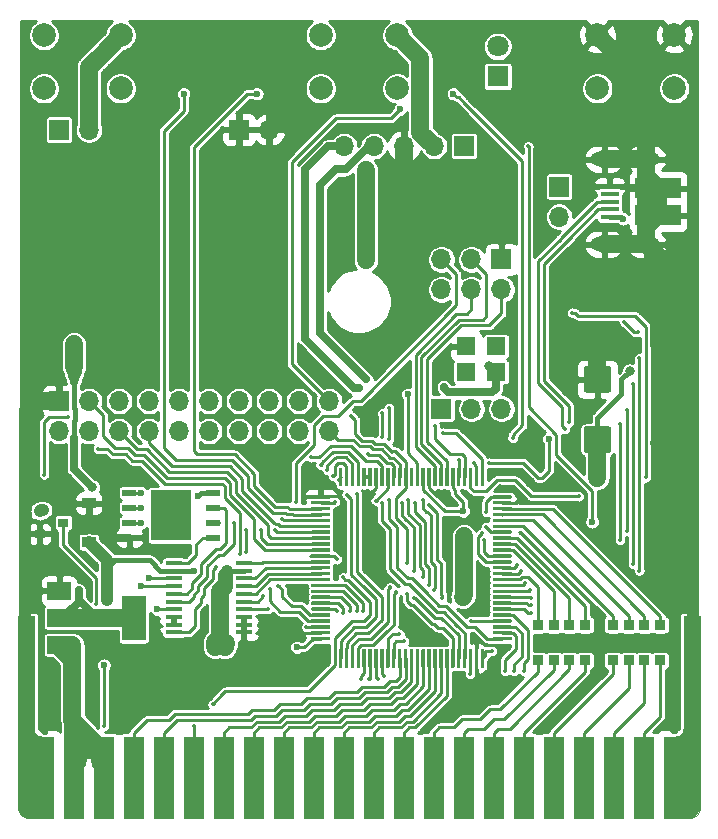
<source format=gbr>
G04 #@! TF.GenerationSoftware,KiCad,Pcbnew,(5.1.5)-3*
G04 #@! TF.CreationDate,2020-07-17T23:47:30-04:00*
G04 #@! TF.ProjectId,MONster64,4d4f4e73-7465-4723-9634-2e6b69636164,rev?*
G04 #@! TF.SameCoordinates,Original*
G04 #@! TF.FileFunction,Copper,L1,Top*
G04 #@! TF.FilePolarity,Positive*
%FSLAX46Y46*%
G04 Gerber Fmt 4.6, Leading zero omitted, Abs format (unit mm)*
G04 Created by KiCad (PCBNEW (5.1.5)-3) date 2020-07-17 23:47:30*
%MOMM*%
%LPD*%
G04 APERTURE LIST*
%ADD10C,0.100000*%
%ADD11C,0.500000*%
%ADD12C,1.950000*%
%ADD13R,1.800000X1.800000*%
%ADD14C,1.800000*%
%ADD15R,1.200000X0.900000*%
%ADD16R,1.700000X1.700000*%
%ADD17O,1.700000X1.700000*%
%ADD18R,1.500000X0.450000*%
%ADD19O,2.300000X1.200000*%
%ADD20R,3.900000X1.800000*%
%ADD21R,2.000000X3.800000*%
%ADD22R,2.000000X1.500000*%
%ADD23R,0.900000X0.800000*%
%ADD24R,0.900000X0.900000*%
%ADD25C,2.000000*%
%ADD26R,1.450000X0.450000*%
%ADD27R,1.200000X0.600000*%
%ADD28R,3.400000X4.300000*%
%ADD29R,1.750000X7.000000*%
%ADD30R,1.600000X1.500000*%
%ADD31C,0.350000*%
%ADD32C,0.800000*%
%ADD33C,0.600000*%
%ADD34C,1.500000*%
%ADD35C,0.439000*%
%ADD36C,0.380000*%
%ADD37C,0.295000*%
%ADD38C,1.000000*%
%ADD39C,0.650000*%
%ADD40C,0.800000*%
%ADD41C,1.250000*%
%ADD42C,0.250000*%
%ADD43C,0.239000*%
G04 APERTURE END LIST*
D10*
G36*
X58864500Y-139319000D02*
G01*
X58166000Y-139319000D01*
X57721500Y-139065000D01*
X57467500Y-138620500D01*
X57467500Y-138366500D01*
X57467500Y-122237500D01*
X58864500Y-122237500D01*
X58864500Y-139319000D01*
G37*
X58864500Y-139319000D02*
X58166000Y-139319000D01*
X57721500Y-139065000D01*
X57467500Y-138620500D01*
X57467500Y-138366500D01*
X57467500Y-122237500D01*
X58864500Y-122237500D01*
X58864500Y-139319000D01*
G36*
X113855500Y-139319000D02*
G01*
X114554000Y-139319000D01*
X114998500Y-139065000D01*
X115252500Y-138620500D01*
X115252500Y-138366500D01*
X115252500Y-122237500D01*
X113855500Y-122237500D01*
X113855500Y-139319000D01*
G37*
X113855500Y-139319000D02*
X114554000Y-139319000D01*
X114998500Y-139065000D01*
X115252500Y-138620500D01*
X115252500Y-138366500D01*
X115252500Y-122237500D01*
X113855500Y-122237500D01*
X113855500Y-139319000D01*
D11*
X59486800Y-132651500D02*
G75*
G02X58661300Y-131826000I0J825500D01*
G01*
X114071400Y-131826000D02*
G75*
G02X113245900Y-132651500I-825500J0D01*
G01*
D12*
X62344300Y-134454900D02*
G75*
G02X64655700Y-134505700I1155700J-25400D01*
G01*
D13*
X98107500Y-76517500D03*
D14*
X98107500Y-73977500D03*
D15*
X63500000Y-115950000D03*
X63500000Y-112650000D03*
D16*
X103314500Y-85852000D03*
D17*
X103314500Y-88392000D03*
D16*
X95250000Y-82423000D03*
D17*
X92710000Y-82423000D03*
X90170000Y-82423000D03*
X87630000Y-82423000D03*
X85090000Y-82423000D03*
D18*
X107581000Y-87122000D03*
X107581000Y-86472000D03*
X107581000Y-87772000D03*
X107581000Y-85822000D03*
X107581000Y-88422000D03*
D19*
X107131000Y-90722000D03*
X107131000Y-83522000D03*
D20*
X111681000Y-88272000D03*
X111681000Y-85972000D03*
D19*
X110681000Y-90722000D03*
X110681000Y-83522000D03*
D21*
X67285000Y-122364500D03*
D22*
X60985000Y-122364500D03*
X60985000Y-124664500D03*
X60985000Y-120064500D03*
D23*
X59325000Y-113350000D03*
X59325000Y-115250000D03*
X61325000Y-114300000D03*
D24*
X104165000Y-122960000D03*
X105505000Y-122960000D03*
X101505000Y-122960000D03*
X102845000Y-122960000D03*
X104165000Y-125960000D03*
X102845000Y-125960000D03*
X105505000Y-125960000D03*
X101505000Y-125960000D03*
X107855000Y-125960000D03*
X111855000Y-125960000D03*
X109195000Y-125960000D03*
X110515000Y-125960000D03*
X109195000Y-122960000D03*
X107855000Y-122960000D03*
X111855000Y-122960000D03*
X110515000Y-122960000D03*
D25*
X106553000Y-77525000D03*
X106553000Y-73025000D03*
X113053000Y-77525000D03*
X113053000Y-73025000D03*
X83121500Y-77525000D03*
X83121500Y-73025000D03*
X89621500Y-77525000D03*
X89621500Y-73025000D03*
X66190000Y-73025000D03*
X66190000Y-77525000D03*
X59690000Y-73025000D03*
X59690000Y-77525000D03*
G04 #@! TA.AperFunction,SMDPad,CuDef*
D10*
G36*
X96887351Y-109635361D02*
G01*
X96894632Y-109636441D01*
X96901771Y-109638229D01*
X96908701Y-109640709D01*
X96915355Y-109643856D01*
X96921668Y-109647640D01*
X96927579Y-109652024D01*
X96933033Y-109656967D01*
X96937976Y-109662421D01*
X96942360Y-109668332D01*
X96946144Y-109674645D01*
X96949291Y-109681299D01*
X96951771Y-109688229D01*
X96953559Y-109695368D01*
X96954639Y-109702649D01*
X96955000Y-109710000D01*
X96955000Y-111160000D01*
X96954639Y-111167351D01*
X96953559Y-111174632D01*
X96951771Y-111181771D01*
X96949291Y-111188701D01*
X96946144Y-111195355D01*
X96942360Y-111201668D01*
X96937976Y-111207579D01*
X96933033Y-111213033D01*
X96927579Y-111217976D01*
X96921668Y-111222360D01*
X96915355Y-111226144D01*
X96908701Y-111229291D01*
X96901771Y-111231771D01*
X96894632Y-111233559D01*
X96887351Y-111234639D01*
X96880000Y-111235000D01*
X96730000Y-111235000D01*
X96722649Y-111234639D01*
X96715368Y-111233559D01*
X96708229Y-111231771D01*
X96701299Y-111229291D01*
X96694645Y-111226144D01*
X96688332Y-111222360D01*
X96682421Y-111217976D01*
X96676967Y-111213033D01*
X96672024Y-111207579D01*
X96667640Y-111201668D01*
X96663856Y-111195355D01*
X96660709Y-111188701D01*
X96658229Y-111181771D01*
X96656441Y-111174632D01*
X96655361Y-111167351D01*
X96655000Y-111160000D01*
X96655000Y-109710000D01*
X96655361Y-109702649D01*
X96656441Y-109695368D01*
X96658229Y-109688229D01*
X96660709Y-109681299D01*
X96663856Y-109674645D01*
X96667640Y-109668332D01*
X96672024Y-109662421D01*
X96676967Y-109656967D01*
X96682421Y-109652024D01*
X96688332Y-109647640D01*
X96694645Y-109643856D01*
X96701299Y-109640709D01*
X96708229Y-109638229D01*
X96715368Y-109636441D01*
X96722649Y-109635361D01*
X96730000Y-109635000D01*
X96880000Y-109635000D01*
X96887351Y-109635361D01*
G37*
G04 #@! TD.AperFunction*
G04 #@! TA.AperFunction,SMDPad,CuDef*
G36*
X96387351Y-109635361D02*
G01*
X96394632Y-109636441D01*
X96401771Y-109638229D01*
X96408701Y-109640709D01*
X96415355Y-109643856D01*
X96421668Y-109647640D01*
X96427579Y-109652024D01*
X96433033Y-109656967D01*
X96437976Y-109662421D01*
X96442360Y-109668332D01*
X96446144Y-109674645D01*
X96449291Y-109681299D01*
X96451771Y-109688229D01*
X96453559Y-109695368D01*
X96454639Y-109702649D01*
X96455000Y-109710000D01*
X96455000Y-111160000D01*
X96454639Y-111167351D01*
X96453559Y-111174632D01*
X96451771Y-111181771D01*
X96449291Y-111188701D01*
X96446144Y-111195355D01*
X96442360Y-111201668D01*
X96437976Y-111207579D01*
X96433033Y-111213033D01*
X96427579Y-111217976D01*
X96421668Y-111222360D01*
X96415355Y-111226144D01*
X96408701Y-111229291D01*
X96401771Y-111231771D01*
X96394632Y-111233559D01*
X96387351Y-111234639D01*
X96380000Y-111235000D01*
X96230000Y-111235000D01*
X96222649Y-111234639D01*
X96215368Y-111233559D01*
X96208229Y-111231771D01*
X96201299Y-111229291D01*
X96194645Y-111226144D01*
X96188332Y-111222360D01*
X96182421Y-111217976D01*
X96176967Y-111213033D01*
X96172024Y-111207579D01*
X96167640Y-111201668D01*
X96163856Y-111195355D01*
X96160709Y-111188701D01*
X96158229Y-111181771D01*
X96156441Y-111174632D01*
X96155361Y-111167351D01*
X96155000Y-111160000D01*
X96155000Y-109710000D01*
X96155361Y-109702649D01*
X96156441Y-109695368D01*
X96158229Y-109688229D01*
X96160709Y-109681299D01*
X96163856Y-109674645D01*
X96167640Y-109668332D01*
X96172024Y-109662421D01*
X96176967Y-109656967D01*
X96182421Y-109652024D01*
X96188332Y-109647640D01*
X96194645Y-109643856D01*
X96201299Y-109640709D01*
X96208229Y-109638229D01*
X96215368Y-109636441D01*
X96222649Y-109635361D01*
X96230000Y-109635000D01*
X96380000Y-109635000D01*
X96387351Y-109635361D01*
G37*
G04 #@! TD.AperFunction*
G04 #@! TA.AperFunction,SMDPad,CuDef*
G36*
X95887351Y-109635361D02*
G01*
X95894632Y-109636441D01*
X95901771Y-109638229D01*
X95908701Y-109640709D01*
X95915355Y-109643856D01*
X95921668Y-109647640D01*
X95927579Y-109652024D01*
X95933033Y-109656967D01*
X95937976Y-109662421D01*
X95942360Y-109668332D01*
X95946144Y-109674645D01*
X95949291Y-109681299D01*
X95951771Y-109688229D01*
X95953559Y-109695368D01*
X95954639Y-109702649D01*
X95955000Y-109710000D01*
X95955000Y-111160000D01*
X95954639Y-111167351D01*
X95953559Y-111174632D01*
X95951771Y-111181771D01*
X95949291Y-111188701D01*
X95946144Y-111195355D01*
X95942360Y-111201668D01*
X95937976Y-111207579D01*
X95933033Y-111213033D01*
X95927579Y-111217976D01*
X95921668Y-111222360D01*
X95915355Y-111226144D01*
X95908701Y-111229291D01*
X95901771Y-111231771D01*
X95894632Y-111233559D01*
X95887351Y-111234639D01*
X95880000Y-111235000D01*
X95730000Y-111235000D01*
X95722649Y-111234639D01*
X95715368Y-111233559D01*
X95708229Y-111231771D01*
X95701299Y-111229291D01*
X95694645Y-111226144D01*
X95688332Y-111222360D01*
X95682421Y-111217976D01*
X95676967Y-111213033D01*
X95672024Y-111207579D01*
X95667640Y-111201668D01*
X95663856Y-111195355D01*
X95660709Y-111188701D01*
X95658229Y-111181771D01*
X95656441Y-111174632D01*
X95655361Y-111167351D01*
X95655000Y-111160000D01*
X95655000Y-109710000D01*
X95655361Y-109702649D01*
X95656441Y-109695368D01*
X95658229Y-109688229D01*
X95660709Y-109681299D01*
X95663856Y-109674645D01*
X95667640Y-109668332D01*
X95672024Y-109662421D01*
X95676967Y-109656967D01*
X95682421Y-109652024D01*
X95688332Y-109647640D01*
X95694645Y-109643856D01*
X95701299Y-109640709D01*
X95708229Y-109638229D01*
X95715368Y-109636441D01*
X95722649Y-109635361D01*
X95730000Y-109635000D01*
X95880000Y-109635000D01*
X95887351Y-109635361D01*
G37*
G04 #@! TD.AperFunction*
G04 #@! TA.AperFunction,SMDPad,CuDef*
G36*
X95387351Y-109635361D02*
G01*
X95394632Y-109636441D01*
X95401771Y-109638229D01*
X95408701Y-109640709D01*
X95415355Y-109643856D01*
X95421668Y-109647640D01*
X95427579Y-109652024D01*
X95433033Y-109656967D01*
X95437976Y-109662421D01*
X95442360Y-109668332D01*
X95446144Y-109674645D01*
X95449291Y-109681299D01*
X95451771Y-109688229D01*
X95453559Y-109695368D01*
X95454639Y-109702649D01*
X95455000Y-109710000D01*
X95455000Y-111160000D01*
X95454639Y-111167351D01*
X95453559Y-111174632D01*
X95451771Y-111181771D01*
X95449291Y-111188701D01*
X95446144Y-111195355D01*
X95442360Y-111201668D01*
X95437976Y-111207579D01*
X95433033Y-111213033D01*
X95427579Y-111217976D01*
X95421668Y-111222360D01*
X95415355Y-111226144D01*
X95408701Y-111229291D01*
X95401771Y-111231771D01*
X95394632Y-111233559D01*
X95387351Y-111234639D01*
X95380000Y-111235000D01*
X95230000Y-111235000D01*
X95222649Y-111234639D01*
X95215368Y-111233559D01*
X95208229Y-111231771D01*
X95201299Y-111229291D01*
X95194645Y-111226144D01*
X95188332Y-111222360D01*
X95182421Y-111217976D01*
X95176967Y-111213033D01*
X95172024Y-111207579D01*
X95167640Y-111201668D01*
X95163856Y-111195355D01*
X95160709Y-111188701D01*
X95158229Y-111181771D01*
X95156441Y-111174632D01*
X95155361Y-111167351D01*
X95155000Y-111160000D01*
X95155000Y-109710000D01*
X95155361Y-109702649D01*
X95156441Y-109695368D01*
X95158229Y-109688229D01*
X95160709Y-109681299D01*
X95163856Y-109674645D01*
X95167640Y-109668332D01*
X95172024Y-109662421D01*
X95176967Y-109656967D01*
X95182421Y-109652024D01*
X95188332Y-109647640D01*
X95194645Y-109643856D01*
X95201299Y-109640709D01*
X95208229Y-109638229D01*
X95215368Y-109636441D01*
X95222649Y-109635361D01*
X95230000Y-109635000D01*
X95380000Y-109635000D01*
X95387351Y-109635361D01*
G37*
G04 #@! TD.AperFunction*
G04 #@! TA.AperFunction,SMDPad,CuDef*
G36*
X94887351Y-109635361D02*
G01*
X94894632Y-109636441D01*
X94901771Y-109638229D01*
X94908701Y-109640709D01*
X94915355Y-109643856D01*
X94921668Y-109647640D01*
X94927579Y-109652024D01*
X94933033Y-109656967D01*
X94937976Y-109662421D01*
X94942360Y-109668332D01*
X94946144Y-109674645D01*
X94949291Y-109681299D01*
X94951771Y-109688229D01*
X94953559Y-109695368D01*
X94954639Y-109702649D01*
X94955000Y-109710000D01*
X94955000Y-111160000D01*
X94954639Y-111167351D01*
X94953559Y-111174632D01*
X94951771Y-111181771D01*
X94949291Y-111188701D01*
X94946144Y-111195355D01*
X94942360Y-111201668D01*
X94937976Y-111207579D01*
X94933033Y-111213033D01*
X94927579Y-111217976D01*
X94921668Y-111222360D01*
X94915355Y-111226144D01*
X94908701Y-111229291D01*
X94901771Y-111231771D01*
X94894632Y-111233559D01*
X94887351Y-111234639D01*
X94880000Y-111235000D01*
X94730000Y-111235000D01*
X94722649Y-111234639D01*
X94715368Y-111233559D01*
X94708229Y-111231771D01*
X94701299Y-111229291D01*
X94694645Y-111226144D01*
X94688332Y-111222360D01*
X94682421Y-111217976D01*
X94676967Y-111213033D01*
X94672024Y-111207579D01*
X94667640Y-111201668D01*
X94663856Y-111195355D01*
X94660709Y-111188701D01*
X94658229Y-111181771D01*
X94656441Y-111174632D01*
X94655361Y-111167351D01*
X94655000Y-111160000D01*
X94655000Y-109710000D01*
X94655361Y-109702649D01*
X94656441Y-109695368D01*
X94658229Y-109688229D01*
X94660709Y-109681299D01*
X94663856Y-109674645D01*
X94667640Y-109668332D01*
X94672024Y-109662421D01*
X94676967Y-109656967D01*
X94682421Y-109652024D01*
X94688332Y-109647640D01*
X94694645Y-109643856D01*
X94701299Y-109640709D01*
X94708229Y-109638229D01*
X94715368Y-109636441D01*
X94722649Y-109635361D01*
X94730000Y-109635000D01*
X94880000Y-109635000D01*
X94887351Y-109635361D01*
G37*
G04 #@! TD.AperFunction*
G04 #@! TA.AperFunction,SMDPad,CuDef*
G36*
X94387351Y-109635361D02*
G01*
X94394632Y-109636441D01*
X94401771Y-109638229D01*
X94408701Y-109640709D01*
X94415355Y-109643856D01*
X94421668Y-109647640D01*
X94427579Y-109652024D01*
X94433033Y-109656967D01*
X94437976Y-109662421D01*
X94442360Y-109668332D01*
X94446144Y-109674645D01*
X94449291Y-109681299D01*
X94451771Y-109688229D01*
X94453559Y-109695368D01*
X94454639Y-109702649D01*
X94455000Y-109710000D01*
X94455000Y-111160000D01*
X94454639Y-111167351D01*
X94453559Y-111174632D01*
X94451771Y-111181771D01*
X94449291Y-111188701D01*
X94446144Y-111195355D01*
X94442360Y-111201668D01*
X94437976Y-111207579D01*
X94433033Y-111213033D01*
X94427579Y-111217976D01*
X94421668Y-111222360D01*
X94415355Y-111226144D01*
X94408701Y-111229291D01*
X94401771Y-111231771D01*
X94394632Y-111233559D01*
X94387351Y-111234639D01*
X94380000Y-111235000D01*
X94230000Y-111235000D01*
X94222649Y-111234639D01*
X94215368Y-111233559D01*
X94208229Y-111231771D01*
X94201299Y-111229291D01*
X94194645Y-111226144D01*
X94188332Y-111222360D01*
X94182421Y-111217976D01*
X94176967Y-111213033D01*
X94172024Y-111207579D01*
X94167640Y-111201668D01*
X94163856Y-111195355D01*
X94160709Y-111188701D01*
X94158229Y-111181771D01*
X94156441Y-111174632D01*
X94155361Y-111167351D01*
X94155000Y-111160000D01*
X94155000Y-109710000D01*
X94155361Y-109702649D01*
X94156441Y-109695368D01*
X94158229Y-109688229D01*
X94160709Y-109681299D01*
X94163856Y-109674645D01*
X94167640Y-109668332D01*
X94172024Y-109662421D01*
X94176967Y-109656967D01*
X94182421Y-109652024D01*
X94188332Y-109647640D01*
X94194645Y-109643856D01*
X94201299Y-109640709D01*
X94208229Y-109638229D01*
X94215368Y-109636441D01*
X94222649Y-109635361D01*
X94230000Y-109635000D01*
X94380000Y-109635000D01*
X94387351Y-109635361D01*
G37*
G04 #@! TD.AperFunction*
G04 #@! TA.AperFunction,SMDPad,CuDef*
G36*
X93887351Y-109635361D02*
G01*
X93894632Y-109636441D01*
X93901771Y-109638229D01*
X93908701Y-109640709D01*
X93915355Y-109643856D01*
X93921668Y-109647640D01*
X93927579Y-109652024D01*
X93933033Y-109656967D01*
X93937976Y-109662421D01*
X93942360Y-109668332D01*
X93946144Y-109674645D01*
X93949291Y-109681299D01*
X93951771Y-109688229D01*
X93953559Y-109695368D01*
X93954639Y-109702649D01*
X93955000Y-109710000D01*
X93955000Y-111160000D01*
X93954639Y-111167351D01*
X93953559Y-111174632D01*
X93951771Y-111181771D01*
X93949291Y-111188701D01*
X93946144Y-111195355D01*
X93942360Y-111201668D01*
X93937976Y-111207579D01*
X93933033Y-111213033D01*
X93927579Y-111217976D01*
X93921668Y-111222360D01*
X93915355Y-111226144D01*
X93908701Y-111229291D01*
X93901771Y-111231771D01*
X93894632Y-111233559D01*
X93887351Y-111234639D01*
X93880000Y-111235000D01*
X93730000Y-111235000D01*
X93722649Y-111234639D01*
X93715368Y-111233559D01*
X93708229Y-111231771D01*
X93701299Y-111229291D01*
X93694645Y-111226144D01*
X93688332Y-111222360D01*
X93682421Y-111217976D01*
X93676967Y-111213033D01*
X93672024Y-111207579D01*
X93667640Y-111201668D01*
X93663856Y-111195355D01*
X93660709Y-111188701D01*
X93658229Y-111181771D01*
X93656441Y-111174632D01*
X93655361Y-111167351D01*
X93655000Y-111160000D01*
X93655000Y-109710000D01*
X93655361Y-109702649D01*
X93656441Y-109695368D01*
X93658229Y-109688229D01*
X93660709Y-109681299D01*
X93663856Y-109674645D01*
X93667640Y-109668332D01*
X93672024Y-109662421D01*
X93676967Y-109656967D01*
X93682421Y-109652024D01*
X93688332Y-109647640D01*
X93694645Y-109643856D01*
X93701299Y-109640709D01*
X93708229Y-109638229D01*
X93715368Y-109636441D01*
X93722649Y-109635361D01*
X93730000Y-109635000D01*
X93880000Y-109635000D01*
X93887351Y-109635361D01*
G37*
G04 #@! TD.AperFunction*
G04 #@! TA.AperFunction,SMDPad,CuDef*
G36*
X93387351Y-109635361D02*
G01*
X93394632Y-109636441D01*
X93401771Y-109638229D01*
X93408701Y-109640709D01*
X93415355Y-109643856D01*
X93421668Y-109647640D01*
X93427579Y-109652024D01*
X93433033Y-109656967D01*
X93437976Y-109662421D01*
X93442360Y-109668332D01*
X93446144Y-109674645D01*
X93449291Y-109681299D01*
X93451771Y-109688229D01*
X93453559Y-109695368D01*
X93454639Y-109702649D01*
X93455000Y-109710000D01*
X93455000Y-111160000D01*
X93454639Y-111167351D01*
X93453559Y-111174632D01*
X93451771Y-111181771D01*
X93449291Y-111188701D01*
X93446144Y-111195355D01*
X93442360Y-111201668D01*
X93437976Y-111207579D01*
X93433033Y-111213033D01*
X93427579Y-111217976D01*
X93421668Y-111222360D01*
X93415355Y-111226144D01*
X93408701Y-111229291D01*
X93401771Y-111231771D01*
X93394632Y-111233559D01*
X93387351Y-111234639D01*
X93380000Y-111235000D01*
X93230000Y-111235000D01*
X93222649Y-111234639D01*
X93215368Y-111233559D01*
X93208229Y-111231771D01*
X93201299Y-111229291D01*
X93194645Y-111226144D01*
X93188332Y-111222360D01*
X93182421Y-111217976D01*
X93176967Y-111213033D01*
X93172024Y-111207579D01*
X93167640Y-111201668D01*
X93163856Y-111195355D01*
X93160709Y-111188701D01*
X93158229Y-111181771D01*
X93156441Y-111174632D01*
X93155361Y-111167351D01*
X93155000Y-111160000D01*
X93155000Y-109710000D01*
X93155361Y-109702649D01*
X93156441Y-109695368D01*
X93158229Y-109688229D01*
X93160709Y-109681299D01*
X93163856Y-109674645D01*
X93167640Y-109668332D01*
X93172024Y-109662421D01*
X93176967Y-109656967D01*
X93182421Y-109652024D01*
X93188332Y-109647640D01*
X93194645Y-109643856D01*
X93201299Y-109640709D01*
X93208229Y-109638229D01*
X93215368Y-109636441D01*
X93222649Y-109635361D01*
X93230000Y-109635000D01*
X93380000Y-109635000D01*
X93387351Y-109635361D01*
G37*
G04 #@! TD.AperFunction*
G04 #@! TA.AperFunction,SMDPad,CuDef*
G36*
X92887351Y-109635361D02*
G01*
X92894632Y-109636441D01*
X92901771Y-109638229D01*
X92908701Y-109640709D01*
X92915355Y-109643856D01*
X92921668Y-109647640D01*
X92927579Y-109652024D01*
X92933033Y-109656967D01*
X92937976Y-109662421D01*
X92942360Y-109668332D01*
X92946144Y-109674645D01*
X92949291Y-109681299D01*
X92951771Y-109688229D01*
X92953559Y-109695368D01*
X92954639Y-109702649D01*
X92955000Y-109710000D01*
X92955000Y-111160000D01*
X92954639Y-111167351D01*
X92953559Y-111174632D01*
X92951771Y-111181771D01*
X92949291Y-111188701D01*
X92946144Y-111195355D01*
X92942360Y-111201668D01*
X92937976Y-111207579D01*
X92933033Y-111213033D01*
X92927579Y-111217976D01*
X92921668Y-111222360D01*
X92915355Y-111226144D01*
X92908701Y-111229291D01*
X92901771Y-111231771D01*
X92894632Y-111233559D01*
X92887351Y-111234639D01*
X92880000Y-111235000D01*
X92730000Y-111235000D01*
X92722649Y-111234639D01*
X92715368Y-111233559D01*
X92708229Y-111231771D01*
X92701299Y-111229291D01*
X92694645Y-111226144D01*
X92688332Y-111222360D01*
X92682421Y-111217976D01*
X92676967Y-111213033D01*
X92672024Y-111207579D01*
X92667640Y-111201668D01*
X92663856Y-111195355D01*
X92660709Y-111188701D01*
X92658229Y-111181771D01*
X92656441Y-111174632D01*
X92655361Y-111167351D01*
X92655000Y-111160000D01*
X92655000Y-109710000D01*
X92655361Y-109702649D01*
X92656441Y-109695368D01*
X92658229Y-109688229D01*
X92660709Y-109681299D01*
X92663856Y-109674645D01*
X92667640Y-109668332D01*
X92672024Y-109662421D01*
X92676967Y-109656967D01*
X92682421Y-109652024D01*
X92688332Y-109647640D01*
X92694645Y-109643856D01*
X92701299Y-109640709D01*
X92708229Y-109638229D01*
X92715368Y-109636441D01*
X92722649Y-109635361D01*
X92730000Y-109635000D01*
X92880000Y-109635000D01*
X92887351Y-109635361D01*
G37*
G04 #@! TD.AperFunction*
G04 #@! TA.AperFunction,SMDPad,CuDef*
G36*
X92387351Y-109635361D02*
G01*
X92394632Y-109636441D01*
X92401771Y-109638229D01*
X92408701Y-109640709D01*
X92415355Y-109643856D01*
X92421668Y-109647640D01*
X92427579Y-109652024D01*
X92433033Y-109656967D01*
X92437976Y-109662421D01*
X92442360Y-109668332D01*
X92446144Y-109674645D01*
X92449291Y-109681299D01*
X92451771Y-109688229D01*
X92453559Y-109695368D01*
X92454639Y-109702649D01*
X92455000Y-109710000D01*
X92455000Y-111160000D01*
X92454639Y-111167351D01*
X92453559Y-111174632D01*
X92451771Y-111181771D01*
X92449291Y-111188701D01*
X92446144Y-111195355D01*
X92442360Y-111201668D01*
X92437976Y-111207579D01*
X92433033Y-111213033D01*
X92427579Y-111217976D01*
X92421668Y-111222360D01*
X92415355Y-111226144D01*
X92408701Y-111229291D01*
X92401771Y-111231771D01*
X92394632Y-111233559D01*
X92387351Y-111234639D01*
X92380000Y-111235000D01*
X92230000Y-111235000D01*
X92222649Y-111234639D01*
X92215368Y-111233559D01*
X92208229Y-111231771D01*
X92201299Y-111229291D01*
X92194645Y-111226144D01*
X92188332Y-111222360D01*
X92182421Y-111217976D01*
X92176967Y-111213033D01*
X92172024Y-111207579D01*
X92167640Y-111201668D01*
X92163856Y-111195355D01*
X92160709Y-111188701D01*
X92158229Y-111181771D01*
X92156441Y-111174632D01*
X92155361Y-111167351D01*
X92155000Y-111160000D01*
X92155000Y-109710000D01*
X92155361Y-109702649D01*
X92156441Y-109695368D01*
X92158229Y-109688229D01*
X92160709Y-109681299D01*
X92163856Y-109674645D01*
X92167640Y-109668332D01*
X92172024Y-109662421D01*
X92176967Y-109656967D01*
X92182421Y-109652024D01*
X92188332Y-109647640D01*
X92194645Y-109643856D01*
X92201299Y-109640709D01*
X92208229Y-109638229D01*
X92215368Y-109636441D01*
X92222649Y-109635361D01*
X92230000Y-109635000D01*
X92380000Y-109635000D01*
X92387351Y-109635361D01*
G37*
G04 #@! TD.AperFunction*
G04 #@! TA.AperFunction,SMDPad,CuDef*
G36*
X91887351Y-109635361D02*
G01*
X91894632Y-109636441D01*
X91901771Y-109638229D01*
X91908701Y-109640709D01*
X91915355Y-109643856D01*
X91921668Y-109647640D01*
X91927579Y-109652024D01*
X91933033Y-109656967D01*
X91937976Y-109662421D01*
X91942360Y-109668332D01*
X91946144Y-109674645D01*
X91949291Y-109681299D01*
X91951771Y-109688229D01*
X91953559Y-109695368D01*
X91954639Y-109702649D01*
X91955000Y-109710000D01*
X91955000Y-111160000D01*
X91954639Y-111167351D01*
X91953559Y-111174632D01*
X91951771Y-111181771D01*
X91949291Y-111188701D01*
X91946144Y-111195355D01*
X91942360Y-111201668D01*
X91937976Y-111207579D01*
X91933033Y-111213033D01*
X91927579Y-111217976D01*
X91921668Y-111222360D01*
X91915355Y-111226144D01*
X91908701Y-111229291D01*
X91901771Y-111231771D01*
X91894632Y-111233559D01*
X91887351Y-111234639D01*
X91880000Y-111235000D01*
X91730000Y-111235000D01*
X91722649Y-111234639D01*
X91715368Y-111233559D01*
X91708229Y-111231771D01*
X91701299Y-111229291D01*
X91694645Y-111226144D01*
X91688332Y-111222360D01*
X91682421Y-111217976D01*
X91676967Y-111213033D01*
X91672024Y-111207579D01*
X91667640Y-111201668D01*
X91663856Y-111195355D01*
X91660709Y-111188701D01*
X91658229Y-111181771D01*
X91656441Y-111174632D01*
X91655361Y-111167351D01*
X91655000Y-111160000D01*
X91655000Y-109710000D01*
X91655361Y-109702649D01*
X91656441Y-109695368D01*
X91658229Y-109688229D01*
X91660709Y-109681299D01*
X91663856Y-109674645D01*
X91667640Y-109668332D01*
X91672024Y-109662421D01*
X91676967Y-109656967D01*
X91682421Y-109652024D01*
X91688332Y-109647640D01*
X91694645Y-109643856D01*
X91701299Y-109640709D01*
X91708229Y-109638229D01*
X91715368Y-109636441D01*
X91722649Y-109635361D01*
X91730000Y-109635000D01*
X91880000Y-109635000D01*
X91887351Y-109635361D01*
G37*
G04 #@! TD.AperFunction*
G04 #@! TA.AperFunction,SMDPad,CuDef*
G36*
X91387351Y-109635361D02*
G01*
X91394632Y-109636441D01*
X91401771Y-109638229D01*
X91408701Y-109640709D01*
X91415355Y-109643856D01*
X91421668Y-109647640D01*
X91427579Y-109652024D01*
X91433033Y-109656967D01*
X91437976Y-109662421D01*
X91442360Y-109668332D01*
X91446144Y-109674645D01*
X91449291Y-109681299D01*
X91451771Y-109688229D01*
X91453559Y-109695368D01*
X91454639Y-109702649D01*
X91455000Y-109710000D01*
X91455000Y-111160000D01*
X91454639Y-111167351D01*
X91453559Y-111174632D01*
X91451771Y-111181771D01*
X91449291Y-111188701D01*
X91446144Y-111195355D01*
X91442360Y-111201668D01*
X91437976Y-111207579D01*
X91433033Y-111213033D01*
X91427579Y-111217976D01*
X91421668Y-111222360D01*
X91415355Y-111226144D01*
X91408701Y-111229291D01*
X91401771Y-111231771D01*
X91394632Y-111233559D01*
X91387351Y-111234639D01*
X91380000Y-111235000D01*
X91230000Y-111235000D01*
X91222649Y-111234639D01*
X91215368Y-111233559D01*
X91208229Y-111231771D01*
X91201299Y-111229291D01*
X91194645Y-111226144D01*
X91188332Y-111222360D01*
X91182421Y-111217976D01*
X91176967Y-111213033D01*
X91172024Y-111207579D01*
X91167640Y-111201668D01*
X91163856Y-111195355D01*
X91160709Y-111188701D01*
X91158229Y-111181771D01*
X91156441Y-111174632D01*
X91155361Y-111167351D01*
X91155000Y-111160000D01*
X91155000Y-109710000D01*
X91155361Y-109702649D01*
X91156441Y-109695368D01*
X91158229Y-109688229D01*
X91160709Y-109681299D01*
X91163856Y-109674645D01*
X91167640Y-109668332D01*
X91172024Y-109662421D01*
X91176967Y-109656967D01*
X91182421Y-109652024D01*
X91188332Y-109647640D01*
X91194645Y-109643856D01*
X91201299Y-109640709D01*
X91208229Y-109638229D01*
X91215368Y-109636441D01*
X91222649Y-109635361D01*
X91230000Y-109635000D01*
X91380000Y-109635000D01*
X91387351Y-109635361D01*
G37*
G04 #@! TD.AperFunction*
G04 #@! TA.AperFunction,SMDPad,CuDef*
G36*
X90887351Y-109635361D02*
G01*
X90894632Y-109636441D01*
X90901771Y-109638229D01*
X90908701Y-109640709D01*
X90915355Y-109643856D01*
X90921668Y-109647640D01*
X90927579Y-109652024D01*
X90933033Y-109656967D01*
X90937976Y-109662421D01*
X90942360Y-109668332D01*
X90946144Y-109674645D01*
X90949291Y-109681299D01*
X90951771Y-109688229D01*
X90953559Y-109695368D01*
X90954639Y-109702649D01*
X90955000Y-109710000D01*
X90955000Y-111160000D01*
X90954639Y-111167351D01*
X90953559Y-111174632D01*
X90951771Y-111181771D01*
X90949291Y-111188701D01*
X90946144Y-111195355D01*
X90942360Y-111201668D01*
X90937976Y-111207579D01*
X90933033Y-111213033D01*
X90927579Y-111217976D01*
X90921668Y-111222360D01*
X90915355Y-111226144D01*
X90908701Y-111229291D01*
X90901771Y-111231771D01*
X90894632Y-111233559D01*
X90887351Y-111234639D01*
X90880000Y-111235000D01*
X90730000Y-111235000D01*
X90722649Y-111234639D01*
X90715368Y-111233559D01*
X90708229Y-111231771D01*
X90701299Y-111229291D01*
X90694645Y-111226144D01*
X90688332Y-111222360D01*
X90682421Y-111217976D01*
X90676967Y-111213033D01*
X90672024Y-111207579D01*
X90667640Y-111201668D01*
X90663856Y-111195355D01*
X90660709Y-111188701D01*
X90658229Y-111181771D01*
X90656441Y-111174632D01*
X90655361Y-111167351D01*
X90655000Y-111160000D01*
X90655000Y-109710000D01*
X90655361Y-109702649D01*
X90656441Y-109695368D01*
X90658229Y-109688229D01*
X90660709Y-109681299D01*
X90663856Y-109674645D01*
X90667640Y-109668332D01*
X90672024Y-109662421D01*
X90676967Y-109656967D01*
X90682421Y-109652024D01*
X90688332Y-109647640D01*
X90694645Y-109643856D01*
X90701299Y-109640709D01*
X90708229Y-109638229D01*
X90715368Y-109636441D01*
X90722649Y-109635361D01*
X90730000Y-109635000D01*
X90880000Y-109635000D01*
X90887351Y-109635361D01*
G37*
G04 #@! TD.AperFunction*
G04 #@! TA.AperFunction,SMDPad,CuDef*
G36*
X90387351Y-109635361D02*
G01*
X90394632Y-109636441D01*
X90401771Y-109638229D01*
X90408701Y-109640709D01*
X90415355Y-109643856D01*
X90421668Y-109647640D01*
X90427579Y-109652024D01*
X90433033Y-109656967D01*
X90437976Y-109662421D01*
X90442360Y-109668332D01*
X90446144Y-109674645D01*
X90449291Y-109681299D01*
X90451771Y-109688229D01*
X90453559Y-109695368D01*
X90454639Y-109702649D01*
X90455000Y-109710000D01*
X90455000Y-111160000D01*
X90454639Y-111167351D01*
X90453559Y-111174632D01*
X90451771Y-111181771D01*
X90449291Y-111188701D01*
X90446144Y-111195355D01*
X90442360Y-111201668D01*
X90437976Y-111207579D01*
X90433033Y-111213033D01*
X90427579Y-111217976D01*
X90421668Y-111222360D01*
X90415355Y-111226144D01*
X90408701Y-111229291D01*
X90401771Y-111231771D01*
X90394632Y-111233559D01*
X90387351Y-111234639D01*
X90380000Y-111235000D01*
X90230000Y-111235000D01*
X90222649Y-111234639D01*
X90215368Y-111233559D01*
X90208229Y-111231771D01*
X90201299Y-111229291D01*
X90194645Y-111226144D01*
X90188332Y-111222360D01*
X90182421Y-111217976D01*
X90176967Y-111213033D01*
X90172024Y-111207579D01*
X90167640Y-111201668D01*
X90163856Y-111195355D01*
X90160709Y-111188701D01*
X90158229Y-111181771D01*
X90156441Y-111174632D01*
X90155361Y-111167351D01*
X90155000Y-111160000D01*
X90155000Y-109710000D01*
X90155361Y-109702649D01*
X90156441Y-109695368D01*
X90158229Y-109688229D01*
X90160709Y-109681299D01*
X90163856Y-109674645D01*
X90167640Y-109668332D01*
X90172024Y-109662421D01*
X90176967Y-109656967D01*
X90182421Y-109652024D01*
X90188332Y-109647640D01*
X90194645Y-109643856D01*
X90201299Y-109640709D01*
X90208229Y-109638229D01*
X90215368Y-109636441D01*
X90222649Y-109635361D01*
X90230000Y-109635000D01*
X90380000Y-109635000D01*
X90387351Y-109635361D01*
G37*
G04 #@! TD.AperFunction*
G04 #@! TA.AperFunction,SMDPad,CuDef*
G36*
X89887351Y-109635361D02*
G01*
X89894632Y-109636441D01*
X89901771Y-109638229D01*
X89908701Y-109640709D01*
X89915355Y-109643856D01*
X89921668Y-109647640D01*
X89927579Y-109652024D01*
X89933033Y-109656967D01*
X89937976Y-109662421D01*
X89942360Y-109668332D01*
X89946144Y-109674645D01*
X89949291Y-109681299D01*
X89951771Y-109688229D01*
X89953559Y-109695368D01*
X89954639Y-109702649D01*
X89955000Y-109710000D01*
X89955000Y-111160000D01*
X89954639Y-111167351D01*
X89953559Y-111174632D01*
X89951771Y-111181771D01*
X89949291Y-111188701D01*
X89946144Y-111195355D01*
X89942360Y-111201668D01*
X89937976Y-111207579D01*
X89933033Y-111213033D01*
X89927579Y-111217976D01*
X89921668Y-111222360D01*
X89915355Y-111226144D01*
X89908701Y-111229291D01*
X89901771Y-111231771D01*
X89894632Y-111233559D01*
X89887351Y-111234639D01*
X89880000Y-111235000D01*
X89730000Y-111235000D01*
X89722649Y-111234639D01*
X89715368Y-111233559D01*
X89708229Y-111231771D01*
X89701299Y-111229291D01*
X89694645Y-111226144D01*
X89688332Y-111222360D01*
X89682421Y-111217976D01*
X89676967Y-111213033D01*
X89672024Y-111207579D01*
X89667640Y-111201668D01*
X89663856Y-111195355D01*
X89660709Y-111188701D01*
X89658229Y-111181771D01*
X89656441Y-111174632D01*
X89655361Y-111167351D01*
X89655000Y-111160000D01*
X89655000Y-109710000D01*
X89655361Y-109702649D01*
X89656441Y-109695368D01*
X89658229Y-109688229D01*
X89660709Y-109681299D01*
X89663856Y-109674645D01*
X89667640Y-109668332D01*
X89672024Y-109662421D01*
X89676967Y-109656967D01*
X89682421Y-109652024D01*
X89688332Y-109647640D01*
X89694645Y-109643856D01*
X89701299Y-109640709D01*
X89708229Y-109638229D01*
X89715368Y-109636441D01*
X89722649Y-109635361D01*
X89730000Y-109635000D01*
X89880000Y-109635000D01*
X89887351Y-109635361D01*
G37*
G04 #@! TD.AperFunction*
G04 #@! TA.AperFunction,SMDPad,CuDef*
G36*
X89387351Y-109635361D02*
G01*
X89394632Y-109636441D01*
X89401771Y-109638229D01*
X89408701Y-109640709D01*
X89415355Y-109643856D01*
X89421668Y-109647640D01*
X89427579Y-109652024D01*
X89433033Y-109656967D01*
X89437976Y-109662421D01*
X89442360Y-109668332D01*
X89446144Y-109674645D01*
X89449291Y-109681299D01*
X89451771Y-109688229D01*
X89453559Y-109695368D01*
X89454639Y-109702649D01*
X89455000Y-109710000D01*
X89455000Y-111160000D01*
X89454639Y-111167351D01*
X89453559Y-111174632D01*
X89451771Y-111181771D01*
X89449291Y-111188701D01*
X89446144Y-111195355D01*
X89442360Y-111201668D01*
X89437976Y-111207579D01*
X89433033Y-111213033D01*
X89427579Y-111217976D01*
X89421668Y-111222360D01*
X89415355Y-111226144D01*
X89408701Y-111229291D01*
X89401771Y-111231771D01*
X89394632Y-111233559D01*
X89387351Y-111234639D01*
X89380000Y-111235000D01*
X89230000Y-111235000D01*
X89222649Y-111234639D01*
X89215368Y-111233559D01*
X89208229Y-111231771D01*
X89201299Y-111229291D01*
X89194645Y-111226144D01*
X89188332Y-111222360D01*
X89182421Y-111217976D01*
X89176967Y-111213033D01*
X89172024Y-111207579D01*
X89167640Y-111201668D01*
X89163856Y-111195355D01*
X89160709Y-111188701D01*
X89158229Y-111181771D01*
X89156441Y-111174632D01*
X89155361Y-111167351D01*
X89155000Y-111160000D01*
X89155000Y-109710000D01*
X89155361Y-109702649D01*
X89156441Y-109695368D01*
X89158229Y-109688229D01*
X89160709Y-109681299D01*
X89163856Y-109674645D01*
X89167640Y-109668332D01*
X89172024Y-109662421D01*
X89176967Y-109656967D01*
X89182421Y-109652024D01*
X89188332Y-109647640D01*
X89194645Y-109643856D01*
X89201299Y-109640709D01*
X89208229Y-109638229D01*
X89215368Y-109636441D01*
X89222649Y-109635361D01*
X89230000Y-109635000D01*
X89380000Y-109635000D01*
X89387351Y-109635361D01*
G37*
G04 #@! TD.AperFunction*
G04 #@! TA.AperFunction,SMDPad,CuDef*
G36*
X88887351Y-109635361D02*
G01*
X88894632Y-109636441D01*
X88901771Y-109638229D01*
X88908701Y-109640709D01*
X88915355Y-109643856D01*
X88921668Y-109647640D01*
X88927579Y-109652024D01*
X88933033Y-109656967D01*
X88937976Y-109662421D01*
X88942360Y-109668332D01*
X88946144Y-109674645D01*
X88949291Y-109681299D01*
X88951771Y-109688229D01*
X88953559Y-109695368D01*
X88954639Y-109702649D01*
X88955000Y-109710000D01*
X88955000Y-111160000D01*
X88954639Y-111167351D01*
X88953559Y-111174632D01*
X88951771Y-111181771D01*
X88949291Y-111188701D01*
X88946144Y-111195355D01*
X88942360Y-111201668D01*
X88937976Y-111207579D01*
X88933033Y-111213033D01*
X88927579Y-111217976D01*
X88921668Y-111222360D01*
X88915355Y-111226144D01*
X88908701Y-111229291D01*
X88901771Y-111231771D01*
X88894632Y-111233559D01*
X88887351Y-111234639D01*
X88880000Y-111235000D01*
X88730000Y-111235000D01*
X88722649Y-111234639D01*
X88715368Y-111233559D01*
X88708229Y-111231771D01*
X88701299Y-111229291D01*
X88694645Y-111226144D01*
X88688332Y-111222360D01*
X88682421Y-111217976D01*
X88676967Y-111213033D01*
X88672024Y-111207579D01*
X88667640Y-111201668D01*
X88663856Y-111195355D01*
X88660709Y-111188701D01*
X88658229Y-111181771D01*
X88656441Y-111174632D01*
X88655361Y-111167351D01*
X88655000Y-111160000D01*
X88655000Y-109710000D01*
X88655361Y-109702649D01*
X88656441Y-109695368D01*
X88658229Y-109688229D01*
X88660709Y-109681299D01*
X88663856Y-109674645D01*
X88667640Y-109668332D01*
X88672024Y-109662421D01*
X88676967Y-109656967D01*
X88682421Y-109652024D01*
X88688332Y-109647640D01*
X88694645Y-109643856D01*
X88701299Y-109640709D01*
X88708229Y-109638229D01*
X88715368Y-109636441D01*
X88722649Y-109635361D01*
X88730000Y-109635000D01*
X88880000Y-109635000D01*
X88887351Y-109635361D01*
G37*
G04 #@! TD.AperFunction*
G04 #@! TA.AperFunction,SMDPad,CuDef*
G36*
X88387351Y-109635361D02*
G01*
X88394632Y-109636441D01*
X88401771Y-109638229D01*
X88408701Y-109640709D01*
X88415355Y-109643856D01*
X88421668Y-109647640D01*
X88427579Y-109652024D01*
X88433033Y-109656967D01*
X88437976Y-109662421D01*
X88442360Y-109668332D01*
X88446144Y-109674645D01*
X88449291Y-109681299D01*
X88451771Y-109688229D01*
X88453559Y-109695368D01*
X88454639Y-109702649D01*
X88455000Y-109710000D01*
X88455000Y-111160000D01*
X88454639Y-111167351D01*
X88453559Y-111174632D01*
X88451771Y-111181771D01*
X88449291Y-111188701D01*
X88446144Y-111195355D01*
X88442360Y-111201668D01*
X88437976Y-111207579D01*
X88433033Y-111213033D01*
X88427579Y-111217976D01*
X88421668Y-111222360D01*
X88415355Y-111226144D01*
X88408701Y-111229291D01*
X88401771Y-111231771D01*
X88394632Y-111233559D01*
X88387351Y-111234639D01*
X88380000Y-111235000D01*
X88230000Y-111235000D01*
X88222649Y-111234639D01*
X88215368Y-111233559D01*
X88208229Y-111231771D01*
X88201299Y-111229291D01*
X88194645Y-111226144D01*
X88188332Y-111222360D01*
X88182421Y-111217976D01*
X88176967Y-111213033D01*
X88172024Y-111207579D01*
X88167640Y-111201668D01*
X88163856Y-111195355D01*
X88160709Y-111188701D01*
X88158229Y-111181771D01*
X88156441Y-111174632D01*
X88155361Y-111167351D01*
X88155000Y-111160000D01*
X88155000Y-109710000D01*
X88155361Y-109702649D01*
X88156441Y-109695368D01*
X88158229Y-109688229D01*
X88160709Y-109681299D01*
X88163856Y-109674645D01*
X88167640Y-109668332D01*
X88172024Y-109662421D01*
X88176967Y-109656967D01*
X88182421Y-109652024D01*
X88188332Y-109647640D01*
X88194645Y-109643856D01*
X88201299Y-109640709D01*
X88208229Y-109638229D01*
X88215368Y-109636441D01*
X88222649Y-109635361D01*
X88230000Y-109635000D01*
X88380000Y-109635000D01*
X88387351Y-109635361D01*
G37*
G04 #@! TD.AperFunction*
G04 #@! TA.AperFunction,SMDPad,CuDef*
G36*
X87887351Y-109635361D02*
G01*
X87894632Y-109636441D01*
X87901771Y-109638229D01*
X87908701Y-109640709D01*
X87915355Y-109643856D01*
X87921668Y-109647640D01*
X87927579Y-109652024D01*
X87933033Y-109656967D01*
X87937976Y-109662421D01*
X87942360Y-109668332D01*
X87946144Y-109674645D01*
X87949291Y-109681299D01*
X87951771Y-109688229D01*
X87953559Y-109695368D01*
X87954639Y-109702649D01*
X87955000Y-109710000D01*
X87955000Y-111160000D01*
X87954639Y-111167351D01*
X87953559Y-111174632D01*
X87951771Y-111181771D01*
X87949291Y-111188701D01*
X87946144Y-111195355D01*
X87942360Y-111201668D01*
X87937976Y-111207579D01*
X87933033Y-111213033D01*
X87927579Y-111217976D01*
X87921668Y-111222360D01*
X87915355Y-111226144D01*
X87908701Y-111229291D01*
X87901771Y-111231771D01*
X87894632Y-111233559D01*
X87887351Y-111234639D01*
X87880000Y-111235000D01*
X87730000Y-111235000D01*
X87722649Y-111234639D01*
X87715368Y-111233559D01*
X87708229Y-111231771D01*
X87701299Y-111229291D01*
X87694645Y-111226144D01*
X87688332Y-111222360D01*
X87682421Y-111217976D01*
X87676967Y-111213033D01*
X87672024Y-111207579D01*
X87667640Y-111201668D01*
X87663856Y-111195355D01*
X87660709Y-111188701D01*
X87658229Y-111181771D01*
X87656441Y-111174632D01*
X87655361Y-111167351D01*
X87655000Y-111160000D01*
X87655000Y-109710000D01*
X87655361Y-109702649D01*
X87656441Y-109695368D01*
X87658229Y-109688229D01*
X87660709Y-109681299D01*
X87663856Y-109674645D01*
X87667640Y-109668332D01*
X87672024Y-109662421D01*
X87676967Y-109656967D01*
X87682421Y-109652024D01*
X87688332Y-109647640D01*
X87694645Y-109643856D01*
X87701299Y-109640709D01*
X87708229Y-109638229D01*
X87715368Y-109636441D01*
X87722649Y-109635361D01*
X87730000Y-109635000D01*
X87880000Y-109635000D01*
X87887351Y-109635361D01*
G37*
G04 #@! TD.AperFunction*
G04 #@! TA.AperFunction,SMDPad,CuDef*
G36*
X87387351Y-109635361D02*
G01*
X87394632Y-109636441D01*
X87401771Y-109638229D01*
X87408701Y-109640709D01*
X87415355Y-109643856D01*
X87421668Y-109647640D01*
X87427579Y-109652024D01*
X87433033Y-109656967D01*
X87437976Y-109662421D01*
X87442360Y-109668332D01*
X87446144Y-109674645D01*
X87449291Y-109681299D01*
X87451771Y-109688229D01*
X87453559Y-109695368D01*
X87454639Y-109702649D01*
X87455000Y-109710000D01*
X87455000Y-111160000D01*
X87454639Y-111167351D01*
X87453559Y-111174632D01*
X87451771Y-111181771D01*
X87449291Y-111188701D01*
X87446144Y-111195355D01*
X87442360Y-111201668D01*
X87437976Y-111207579D01*
X87433033Y-111213033D01*
X87427579Y-111217976D01*
X87421668Y-111222360D01*
X87415355Y-111226144D01*
X87408701Y-111229291D01*
X87401771Y-111231771D01*
X87394632Y-111233559D01*
X87387351Y-111234639D01*
X87380000Y-111235000D01*
X87230000Y-111235000D01*
X87222649Y-111234639D01*
X87215368Y-111233559D01*
X87208229Y-111231771D01*
X87201299Y-111229291D01*
X87194645Y-111226144D01*
X87188332Y-111222360D01*
X87182421Y-111217976D01*
X87176967Y-111213033D01*
X87172024Y-111207579D01*
X87167640Y-111201668D01*
X87163856Y-111195355D01*
X87160709Y-111188701D01*
X87158229Y-111181771D01*
X87156441Y-111174632D01*
X87155361Y-111167351D01*
X87155000Y-111160000D01*
X87155000Y-109710000D01*
X87155361Y-109702649D01*
X87156441Y-109695368D01*
X87158229Y-109688229D01*
X87160709Y-109681299D01*
X87163856Y-109674645D01*
X87167640Y-109668332D01*
X87172024Y-109662421D01*
X87176967Y-109656967D01*
X87182421Y-109652024D01*
X87188332Y-109647640D01*
X87194645Y-109643856D01*
X87201299Y-109640709D01*
X87208229Y-109638229D01*
X87215368Y-109636441D01*
X87222649Y-109635361D01*
X87230000Y-109635000D01*
X87380000Y-109635000D01*
X87387351Y-109635361D01*
G37*
G04 #@! TD.AperFunction*
G04 #@! TA.AperFunction,SMDPad,CuDef*
G36*
X86887351Y-109635361D02*
G01*
X86894632Y-109636441D01*
X86901771Y-109638229D01*
X86908701Y-109640709D01*
X86915355Y-109643856D01*
X86921668Y-109647640D01*
X86927579Y-109652024D01*
X86933033Y-109656967D01*
X86937976Y-109662421D01*
X86942360Y-109668332D01*
X86946144Y-109674645D01*
X86949291Y-109681299D01*
X86951771Y-109688229D01*
X86953559Y-109695368D01*
X86954639Y-109702649D01*
X86955000Y-109710000D01*
X86955000Y-111160000D01*
X86954639Y-111167351D01*
X86953559Y-111174632D01*
X86951771Y-111181771D01*
X86949291Y-111188701D01*
X86946144Y-111195355D01*
X86942360Y-111201668D01*
X86937976Y-111207579D01*
X86933033Y-111213033D01*
X86927579Y-111217976D01*
X86921668Y-111222360D01*
X86915355Y-111226144D01*
X86908701Y-111229291D01*
X86901771Y-111231771D01*
X86894632Y-111233559D01*
X86887351Y-111234639D01*
X86880000Y-111235000D01*
X86730000Y-111235000D01*
X86722649Y-111234639D01*
X86715368Y-111233559D01*
X86708229Y-111231771D01*
X86701299Y-111229291D01*
X86694645Y-111226144D01*
X86688332Y-111222360D01*
X86682421Y-111217976D01*
X86676967Y-111213033D01*
X86672024Y-111207579D01*
X86667640Y-111201668D01*
X86663856Y-111195355D01*
X86660709Y-111188701D01*
X86658229Y-111181771D01*
X86656441Y-111174632D01*
X86655361Y-111167351D01*
X86655000Y-111160000D01*
X86655000Y-109710000D01*
X86655361Y-109702649D01*
X86656441Y-109695368D01*
X86658229Y-109688229D01*
X86660709Y-109681299D01*
X86663856Y-109674645D01*
X86667640Y-109668332D01*
X86672024Y-109662421D01*
X86676967Y-109656967D01*
X86682421Y-109652024D01*
X86688332Y-109647640D01*
X86694645Y-109643856D01*
X86701299Y-109640709D01*
X86708229Y-109638229D01*
X86715368Y-109636441D01*
X86722649Y-109635361D01*
X86730000Y-109635000D01*
X86880000Y-109635000D01*
X86887351Y-109635361D01*
G37*
G04 #@! TD.AperFunction*
G04 #@! TA.AperFunction,SMDPad,CuDef*
G36*
X86387351Y-109635361D02*
G01*
X86394632Y-109636441D01*
X86401771Y-109638229D01*
X86408701Y-109640709D01*
X86415355Y-109643856D01*
X86421668Y-109647640D01*
X86427579Y-109652024D01*
X86433033Y-109656967D01*
X86437976Y-109662421D01*
X86442360Y-109668332D01*
X86446144Y-109674645D01*
X86449291Y-109681299D01*
X86451771Y-109688229D01*
X86453559Y-109695368D01*
X86454639Y-109702649D01*
X86455000Y-109710000D01*
X86455000Y-111160000D01*
X86454639Y-111167351D01*
X86453559Y-111174632D01*
X86451771Y-111181771D01*
X86449291Y-111188701D01*
X86446144Y-111195355D01*
X86442360Y-111201668D01*
X86437976Y-111207579D01*
X86433033Y-111213033D01*
X86427579Y-111217976D01*
X86421668Y-111222360D01*
X86415355Y-111226144D01*
X86408701Y-111229291D01*
X86401771Y-111231771D01*
X86394632Y-111233559D01*
X86387351Y-111234639D01*
X86380000Y-111235000D01*
X86230000Y-111235000D01*
X86222649Y-111234639D01*
X86215368Y-111233559D01*
X86208229Y-111231771D01*
X86201299Y-111229291D01*
X86194645Y-111226144D01*
X86188332Y-111222360D01*
X86182421Y-111217976D01*
X86176967Y-111213033D01*
X86172024Y-111207579D01*
X86167640Y-111201668D01*
X86163856Y-111195355D01*
X86160709Y-111188701D01*
X86158229Y-111181771D01*
X86156441Y-111174632D01*
X86155361Y-111167351D01*
X86155000Y-111160000D01*
X86155000Y-109710000D01*
X86155361Y-109702649D01*
X86156441Y-109695368D01*
X86158229Y-109688229D01*
X86160709Y-109681299D01*
X86163856Y-109674645D01*
X86167640Y-109668332D01*
X86172024Y-109662421D01*
X86176967Y-109656967D01*
X86182421Y-109652024D01*
X86188332Y-109647640D01*
X86194645Y-109643856D01*
X86201299Y-109640709D01*
X86208229Y-109638229D01*
X86215368Y-109636441D01*
X86222649Y-109635361D01*
X86230000Y-109635000D01*
X86380000Y-109635000D01*
X86387351Y-109635361D01*
G37*
G04 #@! TD.AperFunction*
G04 #@! TA.AperFunction,SMDPad,CuDef*
G36*
X85887351Y-109635361D02*
G01*
X85894632Y-109636441D01*
X85901771Y-109638229D01*
X85908701Y-109640709D01*
X85915355Y-109643856D01*
X85921668Y-109647640D01*
X85927579Y-109652024D01*
X85933033Y-109656967D01*
X85937976Y-109662421D01*
X85942360Y-109668332D01*
X85946144Y-109674645D01*
X85949291Y-109681299D01*
X85951771Y-109688229D01*
X85953559Y-109695368D01*
X85954639Y-109702649D01*
X85955000Y-109710000D01*
X85955000Y-111160000D01*
X85954639Y-111167351D01*
X85953559Y-111174632D01*
X85951771Y-111181771D01*
X85949291Y-111188701D01*
X85946144Y-111195355D01*
X85942360Y-111201668D01*
X85937976Y-111207579D01*
X85933033Y-111213033D01*
X85927579Y-111217976D01*
X85921668Y-111222360D01*
X85915355Y-111226144D01*
X85908701Y-111229291D01*
X85901771Y-111231771D01*
X85894632Y-111233559D01*
X85887351Y-111234639D01*
X85880000Y-111235000D01*
X85730000Y-111235000D01*
X85722649Y-111234639D01*
X85715368Y-111233559D01*
X85708229Y-111231771D01*
X85701299Y-111229291D01*
X85694645Y-111226144D01*
X85688332Y-111222360D01*
X85682421Y-111217976D01*
X85676967Y-111213033D01*
X85672024Y-111207579D01*
X85667640Y-111201668D01*
X85663856Y-111195355D01*
X85660709Y-111188701D01*
X85658229Y-111181771D01*
X85656441Y-111174632D01*
X85655361Y-111167351D01*
X85655000Y-111160000D01*
X85655000Y-109710000D01*
X85655361Y-109702649D01*
X85656441Y-109695368D01*
X85658229Y-109688229D01*
X85660709Y-109681299D01*
X85663856Y-109674645D01*
X85667640Y-109668332D01*
X85672024Y-109662421D01*
X85676967Y-109656967D01*
X85682421Y-109652024D01*
X85688332Y-109647640D01*
X85694645Y-109643856D01*
X85701299Y-109640709D01*
X85708229Y-109638229D01*
X85715368Y-109636441D01*
X85722649Y-109635361D01*
X85730000Y-109635000D01*
X85880000Y-109635000D01*
X85887351Y-109635361D01*
G37*
G04 #@! TD.AperFunction*
G04 #@! TA.AperFunction,SMDPad,CuDef*
G36*
X85387351Y-109635361D02*
G01*
X85394632Y-109636441D01*
X85401771Y-109638229D01*
X85408701Y-109640709D01*
X85415355Y-109643856D01*
X85421668Y-109647640D01*
X85427579Y-109652024D01*
X85433033Y-109656967D01*
X85437976Y-109662421D01*
X85442360Y-109668332D01*
X85446144Y-109674645D01*
X85449291Y-109681299D01*
X85451771Y-109688229D01*
X85453559Y-109695368D01*
X85454639Y-109702649D01*
X85455000Y-109710000D01*
X85455000Y-111160000D01*
X85454639Y-111167351D01*
X85453559Y-111174632D01*
X85451771Y-111181771D01*
X85449291Y-111188701D01*
X85446144Y-111195355D01*
X85442360Y-111201668D01*
X85437976Y-111207579D01*
X85433033Y-111213033D01*
X85427579Y-111217976D01*
X85421668Y-111222360D01*
X85415355Y-111226144D01*
X85408701Y-111229291D01*
X85401771Y-111231771D01*
X85394632Y-111233559D01*
X85387351Y-111234639D01*
X85380000Y-111235000D01*
X85230000Y-111235000D01*
X85222649Y-111234639D01*
X85215368Y-111233559D01*
X85208229Y-111231771D01*
X85201299Y-111229291D01*
X85194645Y-111226144D01*
X85188332Y-111222360D01*
X85182421Y-111217976D01*
X85176967Y-111213033D01*
X85172024Y-111207579D01*
X85167640Y-111201668D01*
X85163856Y-111195355D01*
X85160709Y-111188701D01*
X85158229Y-111181771D01*
X85156441Y-111174632D01*
X85155361Y-111167351D01*
X85155000Y-111160000D01*
X85155000Y-109710000D01*
X85155361Y-109702649D01*
X85156441Y-109695368D01*
X85158229Y-109688229D01*
X85160709Y-109681299D01*
X85163856Y-109674645D01*
X85167640Y-109668332D01*
X85172024Y-109662421D01*
X85176967Y-109656967D01*
X85182421Y-109652024D01*
X85188332Y-109647640D01*
X85194645Y-109643856D01*
X85201299Y-109640709D01*
X85208229Y-109638229D01*
X85215368Y-109636441D01*
X85222649Y-109635361D01*
X85230000Y-109635000D01*
X85380000Y-109635000D01*
X85387351Y-109635361D01*
G37*
G04 #@! TD.AperFunction*
G04 #@! TA.AperFunction,SMDPad,CuDef*
G36*
X84887351Y-109635361D02*
G01*
X84894632Y-109636441D01*
X84901771Y-109638229D01*
X84908701Y-109640709D01*
X84915355Y-109643856D01*
X84921668Y-109647640D01*
X84927579Y-109652024D01*
X84933033Y-109656967D01*
X84937976Y-109662421D01*
X84942360Y-109668332D01*
X84946144Y-109674645D01*
X84949291Y-109681299D01*
X84951771Y-109688229D01*
X84953559Y-109695368D01*
X84954639Y-109702649D01*
X84955000Y-109710000D01*
X84955000Y-111160000D01*
X84954639Y-111167351D01*
X84953559Y-111174632D01*
X84951771Y-111181771D01*
X84949291Y-111188701D01*
X84946144Y-111195355D01*
X84942360Y-111201668D01*
X84937976Y-111207579D01*
X84933033Y-111213033D01*
X84927579Y-111217976D01*
X84921668Y-111222360D01*
X84915355Y-111226144D01*
X84908701Y-111229291D01*
X84901771Y-111231771D01*
X84894632Y-111233559D01*
X84887351Y-111234639D01*
X84880000Y-111235000D01*
X84730000Y-111235000D01*
X84722649Y-111234639D01*
X84715368Y-111233559D01*
X84708229Y-111231771D01*
X84701299Y-111229291D01*
X84694645Y-111226144D01*
X84688332Y-111222360D01*
X84682421Y-111217976D01*
X84676967Y-111213033D01*
X84672024Y-111207579D01*
X84667640Y-111201668D01*
X84663856Y-111195355D01*
X84660709Y-111188701D01*
X84658229Y-111181771D01*
X84656441Y-111174632D01*
X84655361Y-111167351D01*
X84655000Y-111160000D01*
X84655000Y-109710000D01*
X84655361Y-109702649D01*
X84656441Y-109695368D01*
X84658229Y-109688229D01*
X84660709Y-109681299D01*
X84663856Y-109674645D01*
X84667640Y-109668332D01*
X84672024Y-109662421D01*
X84676967Y-109656967D01*
X84682421Y-109652024D01*
X84688332Y-109647640D01*
X84694645Y-109643856D01*
X84701299Y-109640709D01*
X84708229Y-109638229D01*
X84715368Y-109636441D01*
X84722649Y-109635361D01*
X84730000Y-109635000D01*
X84880000Y-109635000D01*
X84887351Y-109635361D01*
G37*
G04 #@! TD.AperFunction*
G04 #@! TA.AperFunction,SMDPad,CuDef*
G36*
X83862351Y-111960361D02*
G01*
X83869632Y-111961441D01*
X83876771Y-111963229D01*
X83883701Y-111965709D01*
X83890355Y-111968856D01*
X83896668Y-111972640D01*
X83902579Y-111977024D01*
X83908033Y-111981967D01*
X83912976Y-111987421D01*
X83917360Y-111993332D01*
X83921144Y-111999645D01*
X83924291Y-112006299D01*
X83926771Y-112013229D01*
X83928559Y-112020368D01*
X83929639Y-112027649D01*
X83930000Y-112035000D01*
X83930000Y-112185000D01*
X83929639Y-112192351D01*
X83928559Y-112199632D01*
X83926771Y-112206771D01*
X83924291Y-112213701D01*
X83921144Y-112220355D01*
X83917360Y-112226668D01*
X83912976Y-112232579D01*
X83908033Y-112238033D01*
X83902579Y-112242976D01*
X83896668Y-112247360D01*
X83890355Y-112251144D01*
X83883701Y-112254291D01*
X83876771Y-112256771D01*
X83869632Y-112258559D01*
X83862351Y-112259639D01*
X83855000Y-112260000D01*
X82405000Y-112260000D01*
X82397649Y-112259639D01*
X82390368Y-112258559D01*
X82383229Y-112256771D01*
X82376299Y-112254291D01*
X82369645Y-112251144D01*
X82363332Y-112247360D01*
X82357421Y-112242976D01*
X82351967Y-112238033D01*
X82347024Y-112232579D01*
X82342640Y-112226668D01*
X82338856Y-112220355D01*
X82335709Y-112213701D01*
X82333229Y-112206771D01*
X82331441Y-112199632D01*
X82330361Y-112192351D01*
X82330000Y-112185000D01*
X82330000Y-112035000D01*
X82330361Y-112027649D01*
X82331441Y-112020368D01*
X82333229Y-112013229D01*
X82335709Y-112006299D01*
X82338856Y-111999645D01*
X82342640Y-111993332D01*
X82347024Y-111987421D01*
X82351967Y-111981967D01*
X82357421Y-111977024D01*
X82363332Y-111972640D01*
X82369645Y-111968856D01*
X82376299Y-111965709D01*
X82383229Y-111963229D01*
X82390368Y-111961441D01*
X82397649Y-111960361D01*
X82405000Y-111960000D01*
X83855000Y-111960000D01*
X83862351Y-111960361D01*
G37*
G04 #@! TD.AperFunction*
G04 #@! TA.AperFunction,SMDPad,CuDef*
G36*
X83862351Y-112460361D02*
G01*
X83869632Y-112461441D01*
X83876771Y-112463229D01*
X83883701Y-112465709D01*
X83890355Y-112468856D01*
X83896668Y-112472640D01*
X83902579Y-112477024D01*
X83908033Y-112481967D01*
X83912976Y-112487421D01*
X83917360Y-112493332D01*
X83921144Y-112499645D01*
X83924291Y-112506299D01*
X83926771Y-112513229D01*
X83928559Y-112520368D01*
X83929639Y-112527649D01*
X83930000Y-112535000D01*
X83930000Y-112685000D01*
X83929639Y-112692351D01*
X83928559Y-112699632D01*
X83926771Y-112706771D01*
X83924291Y-112713701D01*
X83921144Y-112720355D01*
X83917360Y-112726668D01*
X83912976Y-112732579D01*
X83908033Y-112738033D01*
X83902579Y-112742976D01*
X83896668Y-112747360D01*
X83890355Y-112751144D01*
X83883701Y-112754291D01*
X83876771Y-112756771D01*
X83869632Y-112758559D01*
X83862351Y-112759639D01*
X83855000Y-112760000D01*
X82405000Y-112760000D01*
X82397649Y-112759639D01*
X82390368Y-112758559D01*
X82383229Y-112756771D01*
X82376299Y-112754291D01*
X82369645Y-112751144D01*
X82363332Y-112747360D01*
X82357421Y-112742976D01*
X82351967Y-112738033D01*
X82347024Y-112732579D01*
X82342640Y-112726668D01*
X82338856Y-112720355D01*
X82335709Y-112713701D01*
X82333229Y-112706771D01*
X82331441Y-112699632D01*
X82330361Y-112692351D01*
X82330000Y-112685000D01*
X82330000Y-112535000D01*
X82330361Y-112527649D01*
X82331441Y-112520368D01*
X82333229Y-112513229D01*
X82335709Y-112506299D01*
X82338856Y-112499645D01*
X82342640Y-112493332D01*
X82347024Y-112487421D01*
X82351967Y-112481967D01*
X82357421Y-112477024D01*
X82363332Y-112472640D01*
X82369645Y-112468856D01*
X82376299Y-112465709D01*
X82383229Y-112463229D01*
X82390368Y-112461441D01*
X82397649Y-112460361D01*
X82405000Y-112460000D01*
X83855000Y-112460000D01*
X83862351Y-112460361D01*
G37*
G04 #@! TD.AperFunction*
G04 #@! TA.AperFunction,SMDPad,CuDef*
G36*
X83862351Y-112960361D02*
G01*
X83869632Y-112961441D01*
X83876771Y-112963229D01*
X83883701Y-112965709D01*
X83890355Y-112968856D01*
X83896668Y-112972640D01*
X83902579Y-112977024D01*
X83908033Y-112981967D01*
X83912976Y-112987421D01*
X83917360Y-112993332D01*
X83921144Y-112999645D01*
X83924291Y-113006299D01*
X83926771Y-113013229D01*
X83928559Y-113020368D01*
X83929639Y-113027649D01*
X83930000Y-113035000D01*
X83930000Y-113185000D01*
X83929639Y-113192351D01*
X83928559Y-113199632D01*
X83926771Y-113206771D01*
X83924291Y-113213701D01*
X83921144Y-113220355D01*
X83917360Y-113226668D01*
X83912976Y-113232579D01*
X83908033Y-113238033D01*
X83902579Y-113242976D01*
X83896668Y-113247360D01*
X83890355Y-113251144D01*
X83883701Y-113254291D01*
X83876771Y-113256771D01*
X83869632Y-113258559D01*
X83862351Y-113259639D01*
X83855000Y-113260000D01*
X82405000Y-113260000D01*
X82397649Y-113259639D01*
X82390368Y-113258559D01*
X82383229Y-113256771D01*
X82376299Y-113254291D01*
X82369645Y-113251144D01*
X82363332Y-113247360D01*
X82357421Y-113242976D01*
X82351967Y-113238033D01*
X82347024Y-113232579D01*
X82342640Y-113226668D01*
X82338856Y-113220355D01*
X82335709Y-113213701D01*
X82333229Y-113206771D01*
X82331441Y-113199632D01*
X82330361Y-113192351D01*
X82330000Y-113185000D01*
X82330000Y-113035000D01*
X82330361Y-113027649D01*
X82331441Y-113020368D01*
X82333229Y-113013229D01*
X82335709Y-113006299D01*
X82338856Y-112999645D01*
X82342640Y-112993332D01*
X82347024Y-112987421D01*
X82351967Y-112981967D01*
X82357421Y-112977024D01*
X82363332Y-112972640D01*
X82369645Y-112968856D01*
X82376299Y-112965709D01*
X82383229Y-112963229D01*
X82390368Y-112961441D01*
X82397649Y-112960361D01*
X82405000Y-112960000D01*
X83855000Y-112960000D01*
X83862351Y-112960361D01*
G37*
G04 #@! TD.AperFunction*
G04 #@! TA.AperFunction,SMDPad,CuDef*
G36*
X83862351Y-113460361D02*
G01*
X83869632Y-113461441D01*
X83876771Y-113463229D01*
X83883701Y-113465709D01*
X83890355Y-113468856D01*
X83896668Y-113472640D01*
X83902579Y-113477024D01*
X83908033Y-113481967D01*
X83912976Y-113487421D01*
X83917360Y-113493332D01*
X83921144Y-113499645D01*
X83924291Y-113506299D01*
X83926771Y-113513229D01*
X83928559Y-113520368D01*
X83929639Y-113527649D01*
X83930000Y-113535000D01*
X83930000Y-113685000D01*
X83929639Y-113692351D01*
X83928559Y-113699632D01*
X83926771Y-113706771D01*
X83924291Y-113713701D01*
X83921144Y-113720355D01*
X83917360Y-113726668D01*
X83912976Y-113732579D01*
X83908033Y-113738033D01*
X83902579Y-113742976D01*
X83896668Y-113747360D01*
X83890355Y-113751144D01*
X83883701Y-113754291D01*
X83876771Y-113756771D01*
X83869632Y-113758559D01*
X83862351Y-113759639D01*
X83855000Y-113760000D01*
X82405000Y-113760000D01*
X82397649Y-113759639D01*
X82390368Y-113758559D01*
X82383229Y-113756771D01*
X82376299Y-113754291D01*
X82369645Y-113751144D01*
X82363332Y-113747360D01*
X82357421Y-113742976D01*
X82351967Y-113738033D01*
X82347024Y-113732579D01*
X82342640Y-113726668D01*
X82338856Y-113720355D01*
X82335709Y-113713701D01*
X82333229Y-113706771D01*
X82331441Y-113699632D01*
X82330361Y-113692351D01*
X82330000Y-113685000D01*
X82330000Y-113535000D01*
X82330361Y-113527649D01*
X82331441Y-113520368D01*
X82333229Y-113513229D01*
X82335709Y-113506299D01*
X82338856Y-113499645D01*
X82342640Y-113493332D01*
X82347024Y-113487421D01*
X82351967Y-113481967D01*
X82357421Y-113477024D01*
X82363332Y-113472640D01*
X82369645Y-113468856D01*
X82376299Y-113465709D01*
X82383229Y-113463229D01*
X82390368Y-113461441D01*
X82397649Y-113460361D01*
X82405000Y-113460000D01*
X83855000Y-113460000D01*
X83862351Y-113460361D01*
G37*
G04 #@! TD.AperFunction*
G04 #@! TA.AperFunction,SMDPad,CuDef*
G36*
X83862351Y-113960361D02*
G01*
X83869632Y-113961441D01*
X83876771Y-113963229D01*
X83883701Y-113965709D01*
X83890355Y-113968856D01*
X83896668Y-113972640D01*
X83902579Y-113977024D01*
X83908033Y-113981967D01*
X83912976Y-113987421D01*
X83917360Y-113993332D01*
X83921144Y-113999645D01*
X83924291Y-114006299D01*
X83926771Y-114013229D01*
X83928559Y-114020368D01*
X83929639Y-114027649D01*
X83930000Y-114035000D01*
X83930000Y-114185000D01*
X83929639Y-114192351D01*
X83928559Y-114199632D01*
X83926771Y-114206771D01*
X83924291Y-114213701D01*
X83921144Y-114220355D01*
X83917360Y-114226668D01*
X83912976Y-114232579D01*
X83908033Y-114238033D01*
X83902579Y-114242976D01*
X83896668Y-114247360D01*
X83890355Y-114251144D01*
X83883701Y-114254291D01*
X83876771Y-114256771D01*
X83869632Y-114258559D01*
X83862351Y-114259639D01*
X83855000Y-114260000D01*
X82405000Y-114260000D01*
X82397649Y-114259639D01*
X82390368Y-114258559D01*
X82383229Y-114256771D01*
X82376299Y-114254291D01*
X82369645Y-114251144D01*
X82363332Y-114247360D01*
X82357421Y-114242976D01*
X82351967Y-114238033D01*
X82347024Y-114232579D01*
X82342640Y-114226668D01*
X82338856Y-114220355D01*
X82335709Y-114213701D01*
X82333229Y-114206771D01*
X82331441Y-114199632D01*
X82330361Y-114192351D01*
X82330000Y-114185000D01*
X82330000Y-114035000D01*
X82330361Y-114027649D01*
X82331441Y-114020368D01*
X82333229Y-114013229D01*
X82335709Y-114006299D01*
X82338856Y-113999645D01*
X82342640Y-113993332D01*
X82347024Y-113987421D01*
X82351967Y-113981967D01*
X82357421Y-113977024D01*
X82363332Y-113972640D01*
X82369645Y-113968856D01*
X82376299Y-113965709D01*
X82383229Y-113963229D01*
X82390368Y-113961441D01*
X82397649Y-113960361D01*
X82405000Y-113960000D01*
X83855000Y-113960000D01*
X83862351Y-113960361D01*
G37*
G04 #@! TD.AperFunction*
G04 #@! TA.AperFunction,SMDPad,CuDef*
G36*
X83862351Y-114460361D02*
G01*
X83869632Y-114461441D01*
X83876771Y-114463229D01*
X83883701Y-114465709D01*
X83890355Y-114468856D01*
X83896668Y-114472640D01*
X83902579Y-114477024D01*
X83908033Y-114481967D01*
X83912976Y-114487421D01*
X83917360Y-114493332D01*
X83921144Y-114499645D01*
X83924291Y-114506299D01*
X83926771Y-114513229D01*
X83928559Y-114520368D01*
X83929639Y-114527649D01*
X83930000Y-114535000D01*
X83930000Y-114685000D01*
X83929639Y-114692351D01*
X83928559Y-114699632D01*
X83926771Y-114706771D01*
X83924291Y-114713701D01*
X83921144Y-114720355D01*
X83917360Y-114726668D01*
X83912976Y-114732579D01*
X83908033Y-114738033D01*
X83902579Y-114742976D01*
X83896668Y-114747360D01*
X83890355Y-114751144D01*
X83883701Y-114754291D01*
X83876771Y-114756771D01*
X83869632Y-114758559D01*
X83862351Y-114759639D01*
X83855000Y-114760000D01*
X82405000Y-114760000D01*
X82397649Y-114759639D01*
X82390368Y-114758559D01*
X82383229Y-114756771D01*
X82376299Y-114754291D01*
X82369645Y-114751144D01*
X82363332Y-114747360D01*
X82357421Y-114742976D01*
X82351967Y-114738033D01*
X82347024Y-114732579D01*
X82342640Y-114726668D01*
X82338856Y-114720355D01*
X82335709Y-114713701D01*
X82333229Y-114706771D01*
X82331441Y-114699632D01*
X82330361Y-114692351D01*
X82330000Y-114685000D01*
X82330000Y-114535000D01*
X82330361Y-114527649D01*
X82331441Y-114520368D01*
X82333229Y-114513229D01*
X82335709Y-114506299D01*
X82338856Y-114499645D01*
X82342640Y-114493332D01*
X82347024Y-114487421D01*
X82351967Y-114481967D01*
X82357421Y-114477024D01*
X82363332Y-114472640D01*
X82369645Y-114468856D01*
X82376299Y-114465709D01*
X82383229Y-114463229D01*
X82390368Y-114461441D01*
X82397649Y-114460361D01*
X82405000Y-114460000D01*
X83855000Y-114460000D01*
X83862351Y-114460361D01*
G37*
G04 #@! TD.AperFunction*
G04 #@! TA.AperFunction,SMDPad,CuDef*
G36*
X83862351Y-114960361D02*
G01*
X83869632Y-114961441D01*
X83876771Y-114963229D01*
X83883701Y-114965709D01*
X83890355Y-114968856D01*
X83896668Y-114972640D01*
X83902579Y-114977024D01*
X83908033Y-114981967D01*
X83912976Y-114987421D01*
X83917360Y-114993332D01*
X83921144Y-114999645D01*
X83924291Y-115006299D01*
X83926771Y-115013229D01*
X83928559Y-115020368D01*
X83929639Y-115027649D01*
X83930000Y-115035000D01*
X83930000Y-115185000D01*
X83929639Y-115192351D01*
X83928559Y-115199632D01*
X83926771Y-115206771D01*
X83924291Y-115213701D01*
X83921144Y-115220355D01*
X83917360Y-115226668D01*
X83912976Y-115232579D01*
X83908033Y-115238033D01*
X83902579Y-115242976D01*
X83896668Y-115247360D01*
X83890355Y-115251144D01*
X83883701Y-115254291D01*
X83876771Y-115256771D01*
X83869632Y-115258559D01*
X83862351Y-115259639D01*
X83855000Y-115260000D01*
X82405000Y-115260000D01*
X82397649Y-115259639D01*
X82390368Y-115258559D01*
X82383229Y-115256771D01*
X82376299Y-115254291D01*
X82369645Y-115251144D01*
X82363332Y-115247360D01*
X82357421Y-115242976D01*
X82351967Y-115238033D01*
X82347024Y-115232579D01*
X82342640Y-115226668D01*
X82338856Y-115220355D01*
X82335709Y-115213701D01*
X82333229Y-115206771D01*
X82331441Y-115199632D01*
X82330361Y-115192351D01*
X82330000Y-115185000D01*
X82330000Y-115035000D01*
X82330361Y-115027649D01*
X82331441Y-115020368D01*
X82333229Y-115013229D01*
X82335709Y-115006299D01*
X82338856Y-114999645D01*
X82342640Y-114993332D01*
X82347024Y-114987421D01*
X82351967Y-114981967D01*
X82357421Y-114977024D01*
X82363332Y-114972640D01*
X82369645Y-114968856D01*
X82376299Y-114965709D01*
X82383229Y-114963229D01*
X82390368Y-114961441D01*
X82397649Y-114960361D01*
X82405000Y-114960000D01*
X83855000Y-114960000D01*
X83862351Y-114960361D01*
G37*
G04 #@! TD.AperFunction*
G04 #@! TA.AperFunction,SMDPad,CuDef*
G36*
X83862351Y-115460361D02*
G01*
X83869632Y-115461441D01*
X83876771Y-115463229D01*
X83883701Y-115465709D01*
X83890355Y-115468856D01*
X83896668Y-115472640D01*
X83902579Y-115477024D01*
X83908033Y-115481967D01*
X83912976Y-115487421D01*
X83917360Y-115493332D01*
X83921144Y-115499645D01*
X83924291Y-115506299D01*
X83926771Y-115513229D01*
X83928559Y-115520368D01*
X83929639Y-115527649D01*
X83930000Y-115535000D01*
X83930000Y-115685000D01*
X83929639Y-115692351D01*
X83928559Y-115699632D01*
X83926771Y-115706771D01*
X83924291Y-115713701D01*
X83921144Y-115720355D01*
X83917360Y-115726668D01*
X83912976Y-115732579D01*
X83908033Y-115738033D01*
X83902579Y-115742976D01*
X83896668Y-115747360D01*
X83890355Y-115751144D01*
X83883701Y-115754291D01*
X83876771Y-115756771D01*
X83869632Y-115758559D01*
X83862351Y-115759639D01*
X83855000Y-115760000D01*
X82405000Y-115760000D01*
X82397649Y-115759639D01*
X82390368Y-115758559D01*
X82383229Y-115756771D01*
X82376299Y-115754291D01*
X82369645Y-115751144D01*
X82363332Y-115747360D01*
X82357421Y-115742976D01*
X82351967Y-115738033D01*
X82347024Y-115732579D01*
X82342640Y-115726668D01*
X82338856Y-115720355D01*
X82335709Y-115713701D01*
X82333229Y-115706771D01*
X82331441Y-115699632D01*
X82330361Y-115692351D01*
X82330000Y-115685000D01*
X82330000Y-115535000D01*
X82330361Y-115527649D01*
X82331441Y-115520368D01*
X82333229Y-115513229D01*
X82335709Y-115506299D01*
X82338856Y-115499645D01*
X82342640Y-115493332D01*
X82347024Y-115487421D01*
X82351967Y-115481967D01*
X82357421Y-115477024D01*
X82363332Y-115472640D01*
X82369645Y-115468856D01*
X82376299Y-115465709D01*
X82383229Y-115463229D01*
X82390368Y-115461441D01*
X82397649Y-115460361D01*
X82405000Y-115460000D01*
X83855000Y-115460000D01*
X83862351Y-115460361D01*
G37*
G04 #@! TD.AperFunction*
G04 #@! TA.AperFunction,SMDPad,CuDef*
G36*
X83862351Y-115960361D02*
G01*
X83869632Y-115961441D01*
X83876771Y-115963229D01*
X83883701Y-115965709D01*
X83890355Y-115968856D01*
X83896668Y-115972640D01*
X83902579Y-115977024D01*
X83908033Y-115981967D01*
X83912976Y-115987421D01*
X83917360Y-115993332D01*
X83921144Y-115999645D01*
X83924291Y-116006299D01*
X83926771Y-116013229D01*
X83928559Y-116020368D01*
X83929639Y-116027649D01*
X83930000Y-116035000D01*
X83930000Y-116185000D01*
X83929639Y-116192351D01*
X83928559Y-116199632D01*
X83926771Y-116206771D01*
X83924291Y-116213701D01*
X83921144Y-116220355D01*
X83917360Y-116226668D01*
X83912976Y-116232579D01*
X83908033Y-116238033D01*
X83902579Y-116242976D01*
X83896668Y-116247360D01*
X83890355Y-116251144D01*
X83883701Y-116254291D01*
X83876771Y-116256771D01*
X83869632Y-116258559D01*
X83862351Y-116259639D01*
X83855000Y-116260000D01*
X82405000Y-116260000D01*
X82397649Y-116259639D01*
X82390368Y-116258559D01*
X82383229Y-116256771D01*
X82376299Y-116254291D01*
X82369645Y-116251144D01*
X82363332Y-116247360D01*
X82357421Y-116242976D01*
X82351967Y-116238033D01*
X82347024Y-116232579D01*
X82342640Y-116226668D01*
X82338856Y-116220355D01*
X82335709Y-116213701D01*
X82333229Y-116206771D01*
X82331441Y-116199632D01*
X82330361Y-116192351D01*
X82330000Y-116185000D01*
X82330000Y-116035000D01*
X82330361Y-116027649D01*
X82331441Y-116020368D01*
X82333229Y-116013229D01*
X82335709Y-116006299D01*
X82338856Y-115999645D01*
X82342640Y-115993332D01*
X82347024Y-115987421D01*
X82351967Y-115981967D01*
X82357421Y-115977024D01*
X82363332Y-115972640D01*
X82369645Y-115968856D01*
X82376299Y-115965709D01*
X82383229Y-115963229D01*
X82390368Y-115961441D01*
X82397649Y-115960361D01*
X82405000Y-115960000D01*
X83855000Y-115960000D01*
X83862351Y-115960361D01*
G37*
G04 #@! TD.AperFunction*
G04 #@! TA.AperFunction,SMDPad,CuDef*
G36*
X83862351Y-116460361D02*
G01*
X83869632Y-116461441D01*
X83876771Y-116463229D01*
X83883701Y-116465709D01*
X83890355Y-116468856D01*
X83896668Y-116472640D01*
X83902579Y-116477024D01*
X83908033Y-116481967D01*
X83912976Y-116487421D01*
X83917360Y-116493332D01*
X83921144Y-116499645D01*
X83924291Y-116506299D01*
X83926771Y-116513229D01*
X83928559Y-116520368D01*
X83929639Y-116527649D01*
X83930000Y-116535000D01*
X83930000Y-116685000D01*
X83929639Y-116692351D01*
X83928559Y-116699632D01*
X83926771Y-116706771D01*
X83924291Y-116713701D01*
X83921144Y-116720355D01*
X83917360Y-116726668D01*
X83912976Y-116732579D01*
X83908033Y-116738033D01*
X83902579Y-116742976D01*
X83896668Y-116747360D01*
X83890355Y-116751144D01*
X83883701Y-116754291D01*
X83876771Y-116756771D01*
X83869632Y-116758559D01*
X83862351Y-116759639D01*
X83855000Y-116760000D01*
X82405000Y-116760000D01*
X82397649Y-116759639D01*
X82390368Y-116758559D01*
X82383229Y-116756771D01*
X82376299Y-116754291D01*
X82369645Y-116751144D01*
X82363332Y-116747360D01*
X82357421Y-116742976D01*
X82351967Y-116738033D01*
X82347024Y-116732579D01*
X82342640Y-116726668D01*
X82338856Y-116720355D01*
X82335709Y-116713701D01*
X82333229Y-116706771D01*
X82331441Y-116699632D01*
X82330361Y-116692351D01*
X82330000Y-116685000D01*
X82330000Y-116535000D01*
X82330361Y-116527649D01*
X82331441Y-116520368D01*
X82333229Y-116513229D01*
X82335709Y-116506299D01*
X82338856Y-116499645D01*
X82342640Y-116493332D01*
X82347024Y-116487421D01*
X82351967Y-116481967D01*
X82357421Y-116477024D01*
X82363332Y-116472640D01*
X82369645Y-116468856D01*
X82376299Y-116465709D01*
X82383229Y-116463229D01*
X82390368Y-116461441D01*
X82397649Y-116460361D01*
X82405000Y-116460000D01*
X83855000Y-116460000D01*
X83862351Y-116460361D01*
G37*
G04 #@! TD.AperFunction*
G04 #@! TA.AperFunction,SMDPad,CuDef*
G36*
X83862351Y-116960361D02*
G01*
X83869632Y-116961441D01*
X83876771Y-116963229D01*
X83883701Y-116965709D01*
X83890355Y-116968856D01*
X83896668Y-116972640D01*
X83902579Y-116977024D01*
X83908033Y-116981967D01*
X83912976Y-116987421D01*
X83917360Y-116993332D01*
X83921144Y-116999645D01*
X83924291Y-117006299D01*
X83926771Y-117013229D01*
X83928559Y-117020368D01*
X83929639Y-117027649D01*
X83930000Y-117035000D01*
X83930000Y-117185000D01*
X83929639Y-117192351D01*
X83928559Y-117199632D01*
X83926771Y-117206771D01*
X83924291Y-117213701D01*
X83921144Y-117220355D01*
X83917360Y-117226668D01*
X83912976Y-117232579D01*
X83908033Y-117238033D01*
X83902579Y-117242976D01*
X83896668Y-117247360D01*
X83890355Y-117251144D01*
X83883701Y-117254291D01*
X83876771Y-117256771D01*
X83869632Y-117258559D01*
X83862351Y-117259639D01*
X83855000Y-117260000D01*
X82405000Y-117260000D01*
X82397649Y-117259639D01*
X82390368Y-117258559D01*
X82383229Y-117256771D01*
X82376299Y-117254291D01*
X82369645Y-117251144D01*
X82363332Y-117247360D01*
X82357421Y-117242976D01*
X82351967Y-117238033D01*
X82347024Y-117232579D01*
X82342640Y-117226668D01*
X82338856Y-117220355D01*
X82335709Y-117213701D01*
X82333229Y-117206771D01*
X82331441Y-117199632D01*
X82330361Y-117192351D01*
X82330000Y-117185000D01*
X82330000Y-117035000D01*
X82330361Y-117027649D01*
X82331441Y-117020368D01*
X82333229Y-117013229D01*
X82335709Y-117006299D01*
X82338856Y-116999645D01*
X82342640Y-116993332D01*
X82347024Y-116987421D01*
X82351967Y-116981967D01*
X82357421Y-116977024D01*
X82363332Y-116972640D01*
X82369645Y-116968856D01*
X82376299Y-116965709D01*
X82383229Y-116963229D01*
X82390368Y-116961441D01*
X82397649Y-116960361D01*
X82405000Y-116960000D01*
X83855000Y-116960000D01*
X83862351Y-116960361D01*
G37*
G04 #@! TD.AperFunction*
G04 #@! TA.AperFunction,SMDPad,CuDef*
G36*
X83862351Y-117460361D02*
G01*
X83869632Y-117461441D01*
X83876771Y-117463229D01*
X83883701Y-117465709D01*
X83890355Y-117468856D01*
X83896668Y-117472640D01*
X83902579Y-117477024D01*
X83908033Y-117481967D01*
X83912976Y-117487421D01*
X83917360Y-117493332D01*
X83921144Y-117499645D01*
X83924291Y-117506299D01*
X83926771Y-117513229D01*
X83928559Y-117520368D01*
X83929639Y-117527649D01*
X83930000Y-117535000D01*
X83930000Y-117685000D01*
X83929639Y-117692351D01*
X83928559Y-117699632D01*
X83926771Y-117706771D01*
X83924291Y-117713701D01*
X83921144Y-117720355D01*
X83917360Y-117726668D01*
X83912976Y-117732579D01*
X83908033Y-117738033D01*
X83902579Y-117742976D01*
X83896668Y-117747360D01*
X83890355Y-117751144D01*
X83883701Y-117754291D01*
X83876771Y-117756771D01*
X83869632Y-117758559D01*
X83862351Y-117759639D01*
X83855000Y-117760000D01*
X82405000Y-117760000D01*
X82397649Y-117759639D01*
X82390368Y-117758559D01*
X82383229Y-117756771D01*
X82376299Y-117754291D01*
X82369645Y-117751144D01*
X82363332Y-117747360D01*
X82357421Y-117742976D01*
X82351967Y-117738033D01*
X82347024Y-117732579D01*
X82342640Y-117726668D01*
X82338856Y-117720355D01*
X82335709Y-117713701D01*
X82333229Y-117706771D01*
X82331441Y-117699632D01*
X82330361Y-117692351D01*
X82330000Y-117685000D01*
X82330000Y-117535000D01*
X82330361Y-117527649D01*
X82331441Y-117520368D01*
X82333229Y-117513229D01*
X82335709Y-117506299D01*
X82338856Y-117499645D01*
X82342640Y-117493332D01*
X82347024Y-117487421D01*
X82351967Y-117481967D01*
X82357421Y-117477024D01*
X82363332Y-117472640D01*
X82369645Y-117468856D01*
X82376299Y-117465709D01*
X82383229Y-117463229D01*
X82390368Y-117461441D01*
X82397649Y-117460361D01*
X82405000Y-117460000D01*
X83855000Y-117460000D01*
X83862351Y-117460361D01*
G37*
G04 #@! TD.AperFunction*
G04 #@! TA.AperFunction,SMDPad,CuDef*
G36*
X83862351Y-117960361D02*
G01*
X83869632Y-117961441D01*
X83876771Y-117963229D01*
X83883701Y-117965709D01*
X83890355Y-117968856D01*
X83896668Y-117972640D01*
X83902579Y-117977024D01*
X83908033Y-117981967D01*
X83912976Y-117987421D01*
X83917360Y-117993332D01*
X83921144Y-117999645D01*
X83924291Y-118006299D01*
X83926771Y-118013229D01*
X83928559Y-118020368D01*
X83929639Y-118027649D01*
X83930000Y-118035000D01*
X83930000Y-118185000D01*
X83929639Y-118192351D01*
X83928559Y-118199632D01*
X83926771Y-118206771D01*
X83924291Y-118213701D01*
X83921144Y-118220355D01*
X83917360Y-118226668D01*
X83912976Y-118232579D01*
X83908033Y-118238033D01*
X83902579Y-118242976D01*
X83896668Y-118247360D01*
X83890355Y-118251144D01*
X83883701Y-118254291D01*
X83876771Y-118256771D01*
X83869632Y-118258559D01*
X83862351Y-118259639D01*
X83855000Y-118260000D01*
X82405000Y-118260000D01*
X82397649Y-118259639D01*
X82390368Y-118258559D01*
X82383229Y-118256771D01*
X82376299Y-118254291D01*
X82369645Y-118251144D01*
X82363332Y-118247360D01*
X82357421Y-118242976D01*
X82351967Y-118238033D01*
X82347024Y-118232579D01*
X82342640Y-118226668D01*
X82338856Y-118220355D01*
X82335709Y-118213701D01*
X82333229Y-118206771D01*
X82331441Y-118199632D01*
X82330361Y-118192351D01*
X82330000Y-118185000D01*
X82330000Y-118035000D01*
X82330361Y-118027649D01*
X82331441Y-118020368D01*
X82333229Y-118013229D01*
X82335709Y-118006299D01*
X82338856Y-117999645D01*
X82342640Y-117993332D01*
X82347024Y-117987421D01*
X82351967Y-117981967D01*
X82357421Y-117977024D01*
X82363332Y-117972640D01*
X82369645Y-117968856D01*
X82376299Y-117965709D01*
X82383229Y-117963229D01*
X82390368Y-117961441D01*
X82397649Y-117960361D01*
X82405000Y-117960000D01*
X83855000Y-117960000D01*
X83862351Y-117960361D01*
G37*
G04 #@! TD.AperFunction*
G04 #@! TA.AperFunction,SMDPad,CuDef*
G36*
X83862351Y-118460361D02*
G01*
X83869632Y-118461441D01*
X83876771Y-118463229D01*
X83883701Y-118465709D01*
X83890355Y-118468856D01*
X83896668Y-118472640D01*
X83902579Y-118477024D01*
X83908033Y-118481967D01*
X83912976Y-118487421D01*
X83917360Y-118493332D01*
X83921144Y-118499645D01*
X83924291Y-118506299D01*
X83926771Y-118513229D01*
X83928559Y-118520368D01*
X83929639Y-118527649D01*
X83930000Y-118535000D01*
X83930000Y-118685000D01*
X83929639Y-118692351D01*
X83928559Y-118699632D01*
X83926771Y-118706771D01*
X83924291Y-118713701D01*
X83921144Y-118720355D01*
X83917360Y-118726668D01*
X83912976Y-118732579D01*
X83908033Y-118738033D01*
X83902579Y-118742976D01*
X83896668Y-118747360D01*
X83890355Y-118751144D01*
X83883701Y-118754291D01*
X83876771Y-118756771D01*
X83869632Y-118758559D01*
X83862351Y-118759639D01*
X83855000Y-118760000D01*
X82405000Y-118760000D01*
X82397649Y-118759639D01*
X82390368Y-118758559D01*
X82383229Y-118756771D01*
X82376299Y-118754291D01*
X82369645Y-118751144D01*
X82363332Y-118747360D01*
X82357421Y-118742976D01*
X82351967Y-118738033D01*
X82347024Y-118732579D01*
X82342640Y-118726668D01*
X82338856Y-118720355D01*
X82335709Y-118713701D01*
X82333229Y-118706771D01*
X82331441Y-118699632D01*
X82330361Y-118692351D01*
X82330000Y-118685000D01*
X82330000Y-118535000D01*
X82330361Y-118527649D01*
X82331441Y-118520368D01*
X82333229Y-118513229D01*
X82335709Y-118506299D01*
X82338856Y-118499645D01*
X82342640Y-118493332D01*
X82347024Y-118487421D01*
X82351967Y-118481967D01*
X82357421Y-118477024D01*
X82363332Y-118472640D01*
X82369645Y-118468856D01*
X82376299Y-118465709D01*
X82383229Y-118463229D01*
X82390368Y-118461441D01*
X82397649Y-118460361D01*
X82405000Y-118460000D01*
X83855000Y-118460000D01*
X83862351Y-118460361D01*
G37*
G04 #@! TD.AperFunction*
G04 #@! TA.AperFunction,SMDPad,CuDef*
G36*
X83862351Y-118960361D02*
G01*
X83869632Y-118961441D01*
X83876771Y-118963229D01*
X83883701Y-118965709D01*
X83890355Y-118968856D01*
X83896668Y-118972640D01*
X83902579Y-118977024D01*
X83908033Y-118981967D01*
X83912976Y-118987421D01*
X83917360Y-118993332D01*
X83921144Y-118999645D01*
X83924291Y-119006299D01*
X83926771Y-119013229D01*
X83928559Y-119020368D01*
X83929639Y-119027649D01*
X83930000Y-119035000D01*
X83930000Y-119185000D01*
X83929639Y-119192351D01*
X83928559Y-119199632D01*
X83926771Y-119206771D01*
X83924291Y-119213701D01*
X83921144Y-119220355D01*
X83917360Y-119226668D01*
X83912976Y-119232579D01*
X83908033Y-119238033D01*
X83902579Y-119242976D01*
X83896668Y-119247360D01*
X83890355Y-119251144D01*
X83883701Y-119254291D01*
X83876771Y-119256771D01*
X83869632Y-119258559D01*
X83862351Y-119259639D01*
X83855000Y-119260000D01*
X82405000Y-119260000D01*
X82397649Y-119259639D01*
X82390368Y-119258559D01*
X82383229Y-119256771D01*
X82376299Y-119254291D01*
X82369645Y-119251144D01*
X82363332Y-119247360D01*
X82357421Y-119242976D01*
X82351967Y-119238033D01*
X82347024Y-119232579D01*
X82342640Y-119226668D01*
X82338856Y-119220355D01*
X82335709Y-119213701D01*
X82333229Y-119206771D01*
X82331441Y-119199632D01*
X82330361Y-119192351D01*
X82330000Y-119185000D01*
X82330000Y-119035000D01*
X82330361Y-119027649D01*
X82331441Y-119020368D01*
X82333229Y-119013229D01*
X82335709Y-119006299D01*
X82338856Y-118999645D01*
X82342640Y-118993332D01*
X82347024Y-118987421D01*
X82351967Y-118981967D01*
X82357421Y-118977024D01*
X82363332Y-118972640D01*
X82369645Y-118968856D01*
X82376299Y-118965709D01*
X82383229Y-118963229D01*
X82390368Y-118961441D01*
X82397649Y-118960361D01*
X82405000Y-118960000D01*
X83855000Y-118960000D01*
X83862351Y-118960361D01*
G37*
G04 #@! TD.AperFunction*
G04 #@! TA.AperFunction,SMDPad,CuDef*
G36*
X83862351Y-119460361D02*
G01*
X83869632Y-119461441D01*
X83876771Y-119463229D01*
X83883701Y-119465709D01*
X83890355Y-119468856D01*
X83896668Y-119472640D01*
X83902579Y-119477024D01*
X83908033Y-119481967D01*
X83912976Y-119487421D01*
X83917360Y-119493332D01*
X83921144Y-119499645D01*
X83924291Y-119506299D01*
X83926771Y-119513229D01*
X83928559Y-119520368D01*
X83929639Y-119527649D01*
X83930000Y-119535000D01*
X83930000Y-119685000D01*
X83929639Y-119692351D01*
X83928559Y-119699632D01*
X83926771Y-119706771D01*
X83924291Y-119713701D01*
X83921144Y-119720355D01*
X83917360Y-119726668D01*
X83912976Y-119732579D01*
X83908033Y-119738033D01*
X83902579Y-119742976D01*
X83896668Y-119747360D01*
X83890355Y-119751144D01*
X83883701Y-119754291D01*
X83876771Y-119756771D01*
X83869632Y-119758559D01*
X83862351Y-119759639D01*
X83855000Y-119760000D01*
X82405000Y-119760000D01*
X82397649Y-119759639D01*
X82390368Y-119758559D01*
X82383229Y-119756771D01*
X82376299Y-119754291D01*
X82369645Y-119751144D01*
X82363332Y-119747360D01*
X82357421Y-119742976D01*
X82351967Y-119738033D01*
X82347024Y-119732579D01*
X82342640Y-119726668D01*
X82338856Y-119720355D01*
X82335709Y-119713701D01*
X82333229Y-119706771D01*
X82331441Y-119699632D01*
X82330361Y-119692351D01*
X82330000Y-119685000D01*
X82330000Y-119535000D01*
X82330361Y-119527649D01*
X82331441Y-119520368D01*
X82333229Y-119513229D01*
X82335709Y-119506299D01*
X82338856Y-119499645D01*
X82342640Y-119493332D01*
X82347024Y-119487421D01*
X82351967Y-119481967D01*
X82357421Y-119477024D01*
X82363332Y-119472640D01*
X82369645Y-119468856D01*
X82376299Y-119465709D01*
X82383229Y-119463229D01*
X82390368Y-119461441D01*
X82397649Y-119460361D01*
X82405000Y-119460000D01*
X83855000Y-119460000D01*
X83862351Y-119460361D01*
G37*
G04 #@! TD.AperFunction*
G04 #@! TA.AperFunction,SMDPad,CuDef*
G36*
X83862351Y-119960361D02*
G01*
X83869632Y-119961441D01*
X83876771Y-119963229D01*
X83883701Y-119965709D01*
X83890355Y-119968856D01*
X83896668Y-119972640D01*
X83902579Y-119977024D01*
X83908033Y-119981967D01*
X83912976Y-119987421D01*
X83917360Y-119993332D01*
X83921144Y-119999645D01*
X83924291Y-120006299D01*
X83926771Y-120013229D01*
X83928559Y-120020368D01*
X83929639Y-120027649D01*
X83930000Y-120035000D01*
X83930000Y-120185000D01*
X83929639Y-120192351D01*
X83928559Y-120199632D01*
X83926771Y-120206771D01*
X83924291Y-120213701D01*
X83921144Y-120220355D01*
X83917360Y-120226668D01*
X83912976Y-120232579D01*
X83908033Y-120238033D01*
X83902579Y-120242976D01*
X83896668Y-120247360D01*
X83890355Y-120251144D01*
X83883701Y-120254291D01*
X83876771Y-120256771D01*
X83869632Y-120258559D01*
X83862351Y-120259639D01*
X83855000Y-120260000D01*
X82405000Y-120260000D01*
X82397649Y-120259639D01*
X82390368Y-120258559D01*
X82383229Y-120256771D01*
X82376299Y-120254291D01*
X82369645Y-120251144D01*
X82363332Y-120247360D01*
X82357421Y-120242976D01*
X82351967Y-120238033D01*
X82347024Y-120232579D01*
X82342640Y-120226668D01*
X82338856Y-120220355D01*
X82335709Y-120213701D01*
X82333229Y-120206771D01*
X82331441Y-120199632D01*
X82330361Y-120192351D01*
X82330000Y-120185000D01*
X82330000Y-120035000D01*
X82330361Y-120027649D01*
X82331441Y-120020368D01*
X82333229Y-120013229D01*
X82335709Y-120006299D01*
X82338856Y-119999645D01*
X82342640Y-119993332D01*
X82347024Y-119987421D01*
X82351967Y-119981967D01*
X82357421Y-119977024D01*
X82363332Y-119972640D01*
X82369645Y-119968856D01*
X82376299Y-119965709D01*
X82383229Y-119963229D01*
X82390368Y-119961441D01*
X82397649Y-119960361D01*
X82405000Y-119960000D01*
X83855000Y-119960000D01*
X83862351Y-119960361D01*
G37*
G04 #@! TD.AperFunction*
G04 #@! TA.AperFunction,SMDPad,CuDef*
G36*
X83862351Y-120460361D02*
G01*
X83869632Y-120461441D01*
X83876771Y-120463229D01*
X83883701Y-120465709D01*
X83890355Y-120468856D01*
X83896668Y-120472640D01*
X83902579Y-120477024D01*
X83908033Y-120481967D01*
X83912976Y-120487421D01*
X83917360Y-120493332D01*
X83921144Y-120499645D01*
X83924291Y-120506299D01*
X83926771Y-120513229D01*
X83928559Y-120520368D01*
X83929639Y-120527649D01*
X83930000Y-120535000D01*
X83930000Y-120685000D01*
X83929639Y-120692351D01*
X83928559Y-120699632D01*
X83926771Y-120706771D01*
X83924291Y-120713701D01*
X83921144Y-120720355D01*
X83917360Y-120726668D01*
X83912976Y-120732579D01*
X83908033Y-120738033D01*
X83902579Y-120742976D01*
X83896668Y-120747360D01*
X83890355Y-120751144D01*
X83883701Y-120754291D01*
X83876771Y-120756771D01*
X83869632Y-120758559D01*
X83862351Y-120759639D01*
X83855000Y-120760000D01*
X82405000Y-120760000D01*
X82397649Y-120759639D01*
X82390368Y-120758559D01*
X82383229Y-120756771D01*
X82376299Y-120754291D01*
X82369645Y-120751144D01*
X82363332Y-120747360D01*
X82357421Y-120742976D01*
X82351967Y-120738033D01*
X82347024Y-120732579D01*
X82342640Y-120726668D01*
X82338856Y-120720355D01*
X82335709Y-120713701D01*
X82333229Y-120706771D01*
X82331441Y-120699632D01*
X82330361Y-120692351D01*
X82330000Y-120685000D01*
X82330000Y-120535000D01*
X82330361Y-120527649D01*
X82331441Y-120520368D01*
X82333229Y-120513229D01*
X82335709Y-120506299D01*
X82338856Y-120499645D01*
X82342640Y-120493332D01*
X82347024Y-120487421D01*
X82351967Y-120481967D01*
X82357421Y-120477024D01*
X82363332Y-120472640D01*
X82369645Y-120468856D01*
X82376299Y-120465709D01*
X82383229Y-120463229D01*
X82390368Y-120461441D01*
X82397649Y-120460361D01*
X82405000Y-120460000D01*
X83855000Y-120460000D01*
X83862351Y-120460361D01*
G37*
G04 #@! TD.AperFunction*
G04 #@! TA.AperFunction,SMDPad,CuDef*
G36*
X83862351Y-120960361D02*
G01*
X83869632Y-120961441D01*
X83876771Y-120963229D01*
X83883701Y-120965709D01*
X83890355Y-120968856D01*
X83896668Y-120972640D01*
X83902579Y-120977024D01*
X83908033Y-120981967D01*
X83912976Y-120987421D01*
X83917360Y-120993332D01*
X83921144Y-120999645D01*
X83924291Y-121006299D01*
X83926771Y-121013229D01*
X83928559Y-121020368D01*
X83929639Y-121027649D01*
X83930000Y-121035000D01*
X83930000Y-121185000D01*
X83929639Y-121192351D01*
X83928559Y-121199632D01*
X83926771Y-121206771D01*
X83924291Y-121213701D01*
X83921144Y-121220355D01*
X83917360Y-121226668D01*
X83912976Y-121232579D01*
X83908033Y-121238033D01*
X83902579Y-121242976D01*
X83896668Y-121247360D01*
X83890355Y-121251144D01*
X83883701Y-121254291D01*
X83876771Y-121256771D01*
X83869632Y-121258559D01*
X83862351Y-121259639D01*
X83855000Y-121260000D01*
X82405000Y-121260000D01*
X82397649Y-121259639D01*
X82390368Y-121258559D01*
X82383229Y-121256771D01*
X82376299Y-121254291D01*
X82369645Y-121251144D01*
X82363332Y-121247360D01*
X82357421Y-121242976D01*
X82351967Y-121238033D01*
X82347024Y-121232579D01*
X82342640Y-121226668D01*
X82338856Y-121220355D01*
X82335709Y-121213701D01*
X82333229Y-121206771D01*
X82331441Y-121199632D01*
X82330361Y-121192351D01*
X82330000Y-121185000D01*
X82330000Y-121035000D01*
X82330361Y-121027649D01*
X82331441Y-121020368D01*
X82333229Y-121013229D01*
X82335709Y-121006299D01*
X82338856Y-120999645D01*
X82342640Y-120993332D01*
X82347024Y-120987421D01*
X82351967Y-120981967D01*
X82357421Y-120977024D01*
X82363332Y-120972640D01*
X82369645Y-120968856D01*
X82376299Y-120965709D01*
X82383229Y-120963229D01*
X82390368Y-120961441D01*
X82397649Y-120960361D01*
X82405000Y-120960000D01*
X83855000Y-120960000D01*
X83862351Y-120960361D01*
G37*
G04 #@! TD.AperFunction*
G04 #@! TA.AperFunction,SMDPad,CuDef*
G36*
X83862351Y-121460361D02*
G01*
X83869632Y-121461441D01*
X83876771Y-121463229D01*
X83883701Y-121465709D01*
X83890355Y-121468856D01*
X83896668Y-121472640D01*
X83902579Y-121477024D01*
X83908033Y-121481967D01*
X83912976Y-121487421D01*
X83917360Y-121493332D01*
X83921144Y-121499645D01*
X83924291Y-121506299D01*
X83926771Y-121513229D01*
X83928559Y-121520368D01*
X83929639Y-121527649D01*
X83930000Y-121535000D01*
X83930000Y-121685000D01*
X83929639Y-121692351D01*
X83928559Y-121699632D01*
X83926771Y-121706771D01*
X83924291Y-121713701D01*
X83921144Y-121720355D01*
X83917360Y-121726668D01*
X83912976Y-121732579D01*
X83908033Y-121738033D01*
X83902579Y-121742976D01*
X83896668Y-121747360D01*
X83890355Y-121751144D01*
X83883701Y-121754291D01*
X83876771Y-121756771D01*
X83869632Y-121758559D01*
X83862351Y-121759639D01*
X83855000Y-121760000D01*
X82405000Y-121760000D01*
X82397649Y-121759639D01*
X82390368Y-121758559D01*
X82383229Y-121756771D01*
X82376299Y-121754291D01*
X82369645Y-121751144D01*
X82363332Y-121747360D01*
X82357421Y-121742976D01*
X82351967Y-121738033D01*
X82347024Y-121732579D01*
X82342640Y-121726668D01*
X82338856Y-121720355D01*
X82335709Y-121713701D01*
X82333229Y-121706771D01*
X82331441Y-121699632D01*
X82330361Y-121692351D01*
X82330000Y-121685000D01*
X82330000Y-121535000D01*
X82330361Y-121527649D01*
X82331441Y-121520368D01*
X82333229Y-121513229D01*
X82335709Y-121506299D01*
X82338856Y-121499645D01*
X82342640Y-121493332D01*
X82347024Y-121487421D01*
X82351967Y-121481967D01*
X82357421Y-121477024D01*
X82363332Y-121472640D01*
X82369645Y-121468856D01*
X82376299Y-121465709D01*
X82383229Y-121463229D01*
X82390368Y-121461441D01*
X82397649Y-121460361D01*
X82405000Y-121460000D01*
X83855000Y-121460000D01*
X83862351Y-121460361D01*
G37*
G04 #@! TD.AperFunction*
G04 #@! TA.AperFunction,SMDPad,CuDef*
G36*
X83862351Y-121960361D02*
G01*
X83869632Y-121961441D01*
X83876771Y-121963229D01*
X83883701Y-121965709D01*
X83890355Y-121968856D01*
X83896668Y-121972640D01*
X83902579Y-121977024D01*
X83908033Y-121981967D01*
X83912976Y-121987421D01*
X83917360Y-121993332D01*
X83921144Y-121999645D01*
X83924291Y-122006299D01*
X83926771Y-122013229D01*
X83928559Y-122020368D01*
X83929639Y-122027649D01*
X83930000Y-122035000D01*
X83930000Y-122185000D01*
X83929639Y-122192351D01*
X83928559Y-122199632D01*
X83926771Y-122206771D01*
X83924291Y-122213701D01*
X83921144Y-122220355D01*
X83917360Y-122226668D01*
X83912976Y-122232579D01*
X83908033Y-122238033D01*
X83902579Y-122242976D01*
X83896668Y-122247360D01*
X83890355Y-122251144D01*
X83883701Y-122254291D01*
X83876771Y-122256771D01*
X83869632Y-122258559D01*
X83862351Y-122259639D01*
X83855000Y-122260000D01*
X82405000Y-122260000D01*
X82397649Y-122259639D01*
X82390368Y-122258559D01*
X82383229Y-122256771D01*
X82376299Y-122254291D01*
X82369645Y-122251144D01*
X82363332Y-122247360D01*
X82357421Y-122242976D01*
X82351967Y-122238033D01*
X82347024Y-122232579D01*
X82342640Y-122226668D01*
X82338856Y-122220355D01*
X82335709Y-122213701D01*
X82333229Y-122206771D01*
X82331441Y-122199632D01*
X82330361Y-122192351D01*
X82330000Y-122185000D01*
X82330000Y-122035000D01*
X82330361Y-122027649D01*
X82331441Y-122020368D01*
X82333229Y-122013229D01*
X82335709Y-122006299D01*
X82338856Y-121999645D01*
X82342640Y-121993332D01*
X82347024Y-121987421D01*
X82351967Y-121981967D01*
X82357421Y-121977024D01*
X82363332Y-121972640D01*
X82369645Y-121968856D01*
X82376299Y-121965709D01*
X82383229Y-121963229D01*
X82390368Y-121961441D01*
X82397649Y-121960361D01*
X82405000Y-121960000D01*
X83855000Y-121960000D01*
X83862351Y-121960361D01*
G37*
G04 #@! TD.AperFunction*
G04 #@! TA.AperFunction,SMDPad,CuDef*
G36*
X83862351Y-122460361D02*
G01*
X83869632Y-122461441D01*
X83876771Y-122463229D01*
X83883701Y-122465709D01*
X83890355Y-122468856D01*
X83896668Y-122472640D01*
X83902579Y-122477024D01*
X83908033Y-122481967D01*
X83912976Y-122487421D01*
X83917360Y-122493332D01*
X83921144Y-122499645D01*
X83924291Y-122506299D01*
X83926771Y-122513229D01*
X83928559Y-122520368D01*
X83929639Y-122527649D01*
X83930000Y-122535000D01*
X83930000Y-122685000D01*
X83929639Y-122692351D01*
X83928559Y-122699632D01*
X83926771Y-122706771D01*
X83924291Y-122713701D01*
X83921144Y-122720355D01*
X83917360Y-122726668D01*
X83912976Y-122732579D01*
X83908033Y-122738033D01*
X83902579Y-122742976D01*
X83896668Y-122747360D01*
X83890355Y-122751144D01*
X83883701Y-122754291D01*
X83876771Y-122756771D01*
X83869632Y-122758559D01*
X83862351Y-122759639D01*
X83855000Y-122760000D01*
X82405000Y-122760000D01*
X82397649Y-122759639D01*
X82390368Y-122758559D01*
X82383229Y-122756771D01*
X82376299Y-122754291D01*
X82369645Y-122751144D01*
X82363332Y-122747360D01*
X82357421Y-122742976D01*
X82351967Y-122738033D01*
X82347024Y-122732579D01*
X82342640Y-122726668D01*
X82338856Y-122720355D01*
X82335709Y-122713701D01*
X82333229Y-122706771D01*
X82331441Y-122699632D01*
X82330361Y-122692351D01*
X82330000Y-122685000D01*
X82330000Y-122535000D01*
X82330361Y-122527649D01*
X82331441Y-122520368D01*
X82333229Y-122513229D01*
X82335709Y-122506299D01*
X82338856Y-122499645D01*
X82342640Y-122493332D01*
X82347024Y-122487421D01*
X82351967Y-122481967D01*
X82357421Y-122477024D01*
X82363332Y-122472640D01*
X82369645Y-122468856D01*
X82376299Y-122465709D01*
X82383229Y-122463229D01*
X82390368Y-122461441D01*
X82397649Y-122460361D01*
X82405000Y-122460000D01*
X83855000Y-122460000D01*
X83862351Y-122460361D01*
G37*
G04 #@! TD.AperFunction*
G04 #@! TA.AperFunction,SMDPad,CuDef*
G36*
X83862351Y-122960361D02*
G01*
X83869632Y-122961441D01*
X83876771Y-122963229D01*
X83883701Y-122965709D01*
X83890355Y-122968856D01*
X83896668Y-122972640D01*
X83902579Y-122977024D01*
X83908033Y-122981967D01*
X83912976Y-122987421D01*
X83917360Y-122993332D01*
X83921144Y-122999645D01*
X83924291Y-123006299D01*
X83926771Y-123013229D01*
X83928559Y-123020368D01*
X83929639Y-123027649D01*
X83930000Y-123035000D01*
X83930000Y-123185000D01*
X83929639Y-123192351D01*
X83928559Y-123199632D01*
X83926771Y-123206771D01*
X83924291Y-123213701D01*
X83921144Y-123220355D01*
X83917360Y-123226668D01*
X83912976Y-123232579D01*
X83908033Y-123238033D01*
X83902579Y-123242976D01*
X83896668Y-123247360D01*
X83890355Y-123251144D01*
X83883701Y-123254291D01*
X83876771Y-123256771D01*
X83869632Y-123258559D01*
X83862351Y-123259639D01*
X83855000Y-123260000D01*
X82405000Y-123260000D01*
X82397649Y-123259639D01*
X82390368Y-123258559D01*
X82383229Y-123256771D01*
X82376299Y-123254291D01*
X82369645Y-123251144D01*
X82363332Y-123247360D01*
X82357421Y-123242976D01*
X82351967Y-123238033D01*
X82347024Y-123232579D01*
X82342640Y-123226668D01*
X82338856Y-123220355D01*
X82335709Y-123213701D01*
X82333229Y-123206771D01*
X82331441Y-123199632D01*
X82330361Y-123192351D01*
X82330000Y-123185000D01*
X82330000Y-123035000D01*
X82330361Y-123027649D01*
X82331441Y-123020368D01*
X82333229Y-123013229D01*
X82335709Y-123006299D01*
X82338856Y-122999645D01*
X82342640Y-122993332D01*
X82347024Y-122987421D01*
X82351967Y-122981967D01*
X82357421Y-122977024D01*
X82363332Y-122972640D01*
X82369645Y-122968856D01*
X82376299Y-122965709D01*
X82383229Y-122963229D01*
X82390368Y-122961441D01*
X82397649Y-122960361D01*
X82405000Y-122960000D01*
X83855000Y-122960000D01*
X83862351Y-122960361D01*
G37*
G04 #@! TD.AperFunction*
G04 #@! TA.AperFunction,SMDPad,CuDef*
G36*
X83862351Y-123460361D02*
G01*
X83869632Y-123461441D01*
X83876771Y-123463229D01*
X83883701Y-123465709D01*
X83890355Y-123468856D01*
X83896668Y-123472640D01*
X83902579Y-123477024D01*
X83908033Y-123481967D01*
X83912976Y-123487421D01*
X83917360Y-123493332D01*
X83921144Y-123499645D01*
X83924291Y-123506299D01*
X83926771Y-123513229D01*
X83928559Y-123520368D01*
X83929639Y-123527649D01*
X83930000Y-123535000D01*
X83930000Y-123685000D01*
X83929639Y-123692351D01*
X83928559Y-123699632D01*
X83926771Y-123706771D01*
X83924291Y-123713701D01*
X83921144Y-123720355D01*
X83917360Y-123726668D01*
X83912976Y-123732579D01*
X83908033Y-123738033D01*
X83902579Y-123742976D01*
X83896668Y-123747360D01*
X83890355Y-123751144D01*
X83883701Y-123754291D01*
X83876771Y-123756771D01*
X83869632Y-123758559D01*
X83862351Y-123759639D01*
X83855000Y-123760000D01*
X82405000Y-123760000D01*
X82397649Y-123759639D01*
X82390368Y-123758559D01*
X82383229Y-123756771D01*
X82376299Y-123754291D01*
X82369645Y-123751144D01*
X82363332Y-123747360D01*
X82357421Y-123742976D01*
X82351967Y-123738033D01*
X82347024Y-123732579D01*
X82342640Y-123726668D01*
X82338856Y-123720355D01*
X82335709Y-123713701D01*
X82333229Y-123706771D01*
X82331441Y-123699632D01*
X82330361Y-123692351D01*
X82330000Y-123685000D01*
X82330000Y-123535000D01*
X82330361Y-123527649D01*
X82331441Y-123520368D01*
X82333229Y-123513229D01*
X82335709Y-123506299D01*
X82338856Y-123499645D01*
X82342640Y-123493332D01*
X82347024Y-123487421D01*
X82351967Y-123481967D01*
X82357421Y-123477024D01*
X82363332Y-123472640D01*
X82369645Y-123468856D01*
X82376299Y-123465709D01*
X82383229Y-123463229D01*
X82390368Y-123461441D01*
X82397649Y-123460361D01*
X82405000Y-123460000D01*
X83855000Y-123460000D01*
X83862351Y-123460361D01*
G37*
G04 #@! TD.AperFunction*
G04 #@! TA.AperFunction,SMDPad,CuDef*
G36*
X83862351Y-123960361D02*
G01*
X83869632Y-123961441D01*
X83876771Y-123963229D01*
X83883701Y-123965709D01*
X83890355Y-123968856D01*
X83896668Y-123972640D01*
X83902579Y-123977024D01*
X83908033Y-123981967D01*
X83912976Y-123987421D01*
X83917360Y-123993332D01*
X83921144Y-123999645D01*
X83924291Y-124006299D01*
X83926771Y-124013229D01*
X83928559Y-124020368D01*
X83929639Y-124027649D01*
X83930000Y-124035000D01*
X83930000Y-124185000D01*
X83929639Y-124192351D01*
X83928559Y-124199632D01*
X83926771Y-124206771D01*
X83924291Y-124213701D01*
X83921144Y-124220355D01*
X83917360Y-124226668D01*
X83912976Y-124232579D01*
X83908033Y-124238033D01*
X83902579Y-124242976D01*
X83896668Y-124247360D01*
X83890355Y-124251144D01*
X83883701Y-124254291D01*
X83876771Y-124256771D01*
X83869632Y-124258559D01*
X83862351Y-124259639D01*
X83855000Y-124260000D01*
X82405000Y-124260000D01*
X82397649Y-124259639D01*
X82390368Y-124258559D01*
X82383229Y-124256771D01*
X82376299Y-124254291D01*
X82369645Y-124251144D01*
X82363332Y-124247360D01*
X82357421Y-124242976D01*
X82351967Y-124238033D01*
X82347024Y-124232579D01*
X82342640Y-124226668D01*
X82338856Y-124220355D01*
X82335709Y-124213701D01*
X82333229Y-124206771D01*
X82331441Y-124199632D01*
X82330361Y-124192351D01*
X82330000Y-124185000D01*
X82330000Y-124035000D01*
X82330361Y-124027649D01*
X82331441Y-124020368D01*
X82333229Y-124013229D01*
X82335709Y-124006299D01*
X82338856Y-123999645D01*
X82342640Y-123993332D01*
X82347024Y-123987421D01*
X82351967Y-123981967D01*
X82357421Y-123977024D01*
X82363332Y-123972640D01*
X82369645Y-123968856D01*
X82376299Y-123965709D01*
X82383229Y-123963229D01*
X82390368Y-123961441D01*
X82397649Y-123960361D01*
X82405000Y-123960000D01*
X83855000Y-123960000D01*
X83862351Y-123960361D01*
G37*
G04 #@! TD.AperFunction*
G04 #@! TA.AperFunction,SMDPad,CuDef*
G36*
X84887351Y-124985361D02*
G01*
X84894632Y-124986441D01*
X84901771Y-124988229D01*
X84908701Y-124990709D01*
X84915355Y-124993856D01*
X84921668Y-124997640D01*
X84927579Y-125002024D01*
X84933033Y-125006967D01*
X84937976Y-125012421D01*
X84942360Y-125018332D01*
X84946144Y-125024645D01*
X84949291Y-125031299D01*
X84951771Y-125038229D01*
X84953559Y-125045368D01*
X84954639Y-125052649D01*
X84955000Y-125060000D01*
X84955000Y-126510000D01*
X84954639Y-126517351D01*
X84953559Y-126524632D01*
X84951771Y-126531771D01*
X84949291Y-126538701D01*
X84946144Y-126545355D01*
X84942360Y-126551668D01*
X84937976Y-126557579D01*
X84933033Y-126563033D01*
X84927579Y-126567976D01*
X84921668Y-126572360D01*
X84915355Y-126576144D01*
X84908701Y-126579291D01*
X84901771Y-126581771D01*
X84894632Y-126583559D01*
X84887351Y-126584639D01*
X84880000Y-126585000D01*
X84730000Y-126585000D01*
X84722649Y-126584639D01*
X84715368Y-126583559D01*
X84708229Y-126581771D01*
X84701299Y-126579291D01*
X84694645Y-126576144D01*
X84688332Y-126572360D01*
X84682421Y-126567976D01*
X84676967Y-126563033D01*
X84672024Y-126557579D01*
X84667640Y-126551668D01*
X84663856Y-126545355D01*
X84660709Y-126538701D01*
X84658229Y-126531771D01*
X84656441Y-126524632D01*
X84655361Y-126517351D01*
X84655000Y-126510000D01*
X84655000Y-125060000D01*
X84655361Y-125052649D01*
X84656441Y-125045368D01*
X84658229Y-125038229D01*
X84660709Y-125031299D01*
X84663856Y-125024645D01*
X84667640Y-125018332D01*
X84672024Y-125012421D01*
X84676967Y-125006967D01*
X84682421Y-125002024D01*
X84688332Y-124997640D01*
X84694645Y-124993856D01*
X84701299Y-124990709D01*
X84708229Y-124988229D01*
X84715368Y-124986441D01*
X84722649Y-124985361D01*
X84730000Y-124985000D01*
X84880000Y-124985000D01*
X84887351Y-124985361D01*
G37*
G04 #@! TD.AperFunction*
G04 #@! TA.AperFunction,SMDPad,CuDef*
G36*
X85387351Y-124985361D02*
G01*
X85394632Y-124986441D01*
X85401771Y-124988229D01*
X85408701Y-124990709D01*
X85415355Y-124993856D01*
X85421668Y-124997640D01*
X85427579Y-125002024D01*
X85433033Y-125006967D01*
X85437976Y-125012421D01*
X85442360Y-125018332D01*
X85446144Y-125024645D01*
X85449291Y-125031299D01*
X85451771Y-125038229D01*
X85453559Y-125045368D01*
X85454639Y-125052649D01*
X85455000Y-125060000D01*
X85455000Y-126510000D01*
X85454639Y-126517351D01*
X85453559Y-126524632D01*
X85451771Y-126531771D01*
X85449291Y-126538701D01*
X85446144Y-126545355D01*
X85442360Y-126551668D01*
X85437976Y-126557579D01*
X85433033Y-126563033D01*
X85427579Y-126567976D01*
X85421668Y-126572360D01*
X85415355Y-126576144D01*
X85408701Y-126579291D01*
X85401771Y-126581771D01*
X85394632Y-126583559D01*
X85387351Y-126584639D01*
X85380000Y-126585000D01*
X85230000Y-126585000D01*
X85222649Y-126584639D01*
X85215368Y-126583559D01*
X85208229Y-126581771D01*
X85201299Y-126579291D01*
X85194645Y-126576144D01*
X85188332Y-126572360D01*
X85182421Y-126567976D01*
X85176967Y-126563033D01*
X85172024Y-126557579D01*
X85167640Y-126551668D01*
X85163856Y-126545355D01*
X85160709Y-126538701D01*
X85158229Y-126531771D01*
X85156441Y-126524632D01*
X85155361Y-126517351D01*
X85155000Y-126510000D01*
X85155000Y-125060000D01*
X85155361Y-125052649D01*
X85156441Y-125045368D01*
X85158229Y-125038229D01*
X85160709Y-125031299D01*
X85163856Y-125024645D01*
X85167640Y-125018332D01*
X85172024Y-125012421D01*
X85176967Y-125006967D01*
X85182421Y-125002024D01*
X85188332Y-124997640D01*
X85194645Y-124993856D01*
X85201299Y-124990709D01*
X85208229Y-124988229D01*
X85215368Y-124986441D01*
X85222649Y-124985361D01*
X85230000Y-124985000D01*
X85380000Y-124985000D01*
X85387351Y-124985361D01*
G37*
G04 #@! TD.AperFunction*
G04 #@! TA.AperFunction,SMDPad,CuDef*
G36*
X85887351Y-124985361D02*
G01*
X85894632Y-124986441D01*
X85901771Y-124988229D01*
X85908701Y-124990709D01*
X85915355Y-124993856D01*
X85921668Y-124997640D01*
X85927579Y-125002024D01*
X85933033Y-125006967D01*
X85937976Y-125012421D01*
X85942360Y-125018332D01*
X85946144Y-125024645D01*
X85949291Y-125031299D01*
X85951771Y-125038229D01*
X85953559Y-125045368D01*
X85954639Y-125052649D01*
X85955000Y-125060000D01*
X85955000Y-126510000D01*
X85954639Y-126517351D01*
X85953559Y-126524632D01*
X85951771Y-126531771D01*
X85949291Y-126538701D01*
X85946144Y-126545355D01*
X85942360Y-126551668D01*
X85937976Y-126557579D01*
X85933033Y-126563033D01*
X85927579Y-126567976D01*
X85921668Y-126572360D01*
X85915355Y-126576144D01*
X85908701Y-126579291D01*
X85901771Y-126581771D01*
X85894632Y-126583559D01*
X85887351Y-126584639D01*
X85880000Y-126585000D01*
X85730000Y-126585000D01*
X85722649Y-126584639D01*
X85715368Y-126583559D01*
X85708229Y-126581771D01*
X85701299Y-126579291D01*
X85694645Y-126576144D01*
X85688332Y-126572360D01*
X85682421Y-126567976D01*
X85676967Y-126563033D01*
X85672024Y-126557579D01*
X85667640Y-126551668D01*
X85663856Y-126545355D01*
X85660709Y-126538701D01*
X85658229Y-126531771D01*
X85656441Y-126524632D01*
X85655361Y-126517351D01*
X85655000Y-126510000D01*
X85655000Y-125060000D01*
X85655361Y-125052649D01*
X85656441Y-125045368D01*
X85658229Y-125038229D01*
X85660709Y-125031299D01*
X85663856Y-125024645D01*
X85667640Y-125018332D01*
X85672024Y-125012421D01*
X85676967Y-125006967D01*
X85682421Y-125002024D01*
X85688332Y-124997640D01*
X85694645Y-124993856D01*
X85701299Y-124990709D01*
X85708229Y-124988229D01*
X85715368Y-124986441D01*
X85722649Y-124985361D01*
X85730000Y-124985000D01*
X85880000Y-124985000D01*
X85887351Y-124985361D01*
G37*
G04 #@! TD.AperFunction*
G04 #@! TA.AperFunction,SMDPad,CuDef*
G36*
X86387351Y-124985361D02*
G01*
X86394632Y-124986441D01*
X86401771Y-124988229D01*
X86408701Y-124990709D01*
X86415355Y-124993856D01*
X86421668Y-124997640D01*
X86427579Y-125002024D01*
X86433033Y-125006967D01*
X86437976Y-125012421D01*
X86442360Y-125018332D01*
X86446144Y-125024645D01*
X86449291Y-125031299D01*
X86451771Y-125038229D01*
X86453559Y-125045368D01*
X86454639Y-125052649D01*
X86455000Y-125060000D01*
X86455000Y-126510000D01*
X86454639Y-126517351D01*
X86453559Y-126524632D01*
X86451771Y-126531771D01*
X86449291Y-126538701D01*
X86446144Y-126545355D01*
X86442360Y-126551668D01*
X86437976Y-126557579D01*
X86433033Y-126563033D01*
X86427579Y-126567976D01*
X86421668Y-126572360D01*
X86415355Y-126576144D01*
X86408701Y-126579291D01*
X86401771Y-126581771D01*
X86394632Y-126583559D01*
X86387351Y-126584639D01*
X86380000Y-126585000D01*
X86230000Y-126585000D01*
X86222649Y-126584639D01*
X86215368Y-126583559D01*
X86208229Y-126581771D01*
X86201299Y-126579291D01*
X86194645Y-126576144D01*
X86188332Y-126572360D01*
X86182421Y-126567976D01*
X86176967Y-126563033D01*
X86172024Y-126557579D01*
X86167640Y-126551668D01*
X86163856Y-126545355D01*
X86160709Y-126538701D01*
X86158229Y-126531771D01*
X86156441Y-126524632D01*
X86155361Y-126517351D01*
X86155000Y-126510000D01*
X86155000Y-125060000D01*
X86155361Y-125052649D01*
X86156441Y-125045368D01*
X86158229Y-125038229D01*
X86160709Y-125031299D01*
X86163856Y-125024645D01*
X86167640Y-125018332D01*
X86172024Y-125012421D01*
X86176967Y-125006967D01*
X86182421Y-125002024D01*
X86188332Y-124997640D01*
X86194645Y-124993856D01*
X86201299Y-124990709D01*
X86208229Y-124988229D01*
X86215368Y-124986441D01*
X86222649Y-124985361D01*
X86230000Y-124985000D01*
X86380000Y-124985000D01*
X86387351Y-124985361D01*
G37*
G04 #@! TD.AperFunction*
G04 #@! TA.AperFunction,SMDPad,CuDef*
G36*
X86887351Y-124985361D02*
G01*
X86894632Y-124986441D01*
X86901771Y-124988229D01*
X86908701Y-124990709D01*
X86915355Y-124993856D01*
X86921668Y-124997640D01*
X86927579Y-125002024D01*
X86933033Y-125006967D01*
X86937976Y-125012421D01*
X86942360Y-125018332D01*
X86946144Y-125024645D01*
X86949291Y-125031299D01*
X86951771Y-125038229D01*
X86953559Y-125045368D01*
X86954639Y-125052649D01*
X86955000Y-125060000D01*
X86955000Y-126510000D01*
X86954639Y-126517351D01*
X86953559Y-126524632D01*
X86951771Y-126531771D01*
X86949291Y-126538701D01*
X86946144Y-126545355D01*
X86942360Y-126551668D01*
X86937976Y-126557579D01*
X86933033Y-126563033D01*
X86927579Y-126567976D01*
X86921668Y-126572360D01*
X86915355Y-126576144D01*
X86908701Y-126579291D01*
X86901771Y-126581771D01*
X86894632Y-126583559D01*
X86887351Y-126584639D01*
X86880000Y-126585000D01*
X86730000Y-126585000D01*
X86722649Y-126584639D01*
X86715368Y-126583559D01*
X86708229Y-126581771D01*
X86701299Y-126579291D01*
X86694645Y-126576144D01*
X86688332Y-126572360D01*
X86682421Y-126567976D01*
X86676967Y-126563033D01*
X86672024Y-126557579D01*
X86667640Y-126551668D01*
X86663856Y-126545355D01*
X86660709Y-126538701D01*
X86658229Y-126531771D01*
X86656441Y-126524632D01*
X86655361Y-126517351D01*
X86655000Y-126510000D01*
X86655000Y-125060000D01*
X86655361Y-125052649D01*
X86656441Y-125045368D01*
X86658229Y-125038229D01*
X86660709Y-125031299D01*
X86663856Y-125024645D01*
X86667640Y-125018332D01*
X86672024Y-125012421D01*
X86676967Y-125006967D01*
X86682421Y-125002024D01*
X86688332Y-124997640D01*
X86694645Y-124993856D01*
X86701299Y-124990709D01*
X86708229Y-124988229D01*
X86715368Y-124986441D01*
X86722649Y-124985361D01*
X86730000Y-124985000D01*
X86880000Y-124985000D01*
X86887351Y-124985361D01*
G37*
G04 #@! TD.AperFunction*
G04 #@! TA.AperFunction,SMDPad,CuDef*
G36*
X87387351Y-124985361D02*
G01*
X87394632Y-124986441D01*
X87401771Y-124988229D01*
X87408701Y-124990709D01*
X87415355Y-124993856D01*
X87421668Y-124997640D01*
X87427579Y-125002024D01*
X87433033Y-125006967D01*
X87437976Y-125012421D01*
X87442360Y-125018332D01*
X87446144Y-125024645D01*
X87449291Y-125031299D01*
X87451771Y-125038229D01*
X87453559Y-125045368D01*
X87454639Y-125052649D01*
X87455000Y-125060000D01*
X87455000Y-126510000D01*
X87454639Y-126517351D01*
X87453559Y-126524632D01*
X87451771Y-126531771D01*
X87449291Y-126538701D01*
X87446144Y-126545355D01*
X87442360Y-126551668D01*
X87437976Y-126557579D01*
X87433033Y-126563033D01*
X87427579Y-126567976D01*
X87421668Y-126572360D01*
X87415355Y-126576144D01*
X87408701Y-126579291D01*
X87401771Y-126581771D01*
X87394632Y-126583559D01*
X87387351Y-126584639D01*
X87380000Y-126585000D01*
X87230000Y-126585000D01*
X87222649Y-126584639D01*
X87215368Y-126583559D01*
X87208229Y-126581771D01*
X87201299Y-126579291D01*
X87194645Y-126576144D01*
X87188332Y-126572360D01*
X87182421Y-126567976D01*
X87176967Y-126563033D01*
X87172024Y-126557579D01*
X87167640Y-126551668D01*
X87163856Y-126545355D01*
X87160709Y-126538701D01*
X87158229Y-126531771D01*
X87156441Y-126524632D01*
X87155361Y-126517351D01*
X87155000Y-126510000D01*
X87155000Y-125060000D01*
X87155361Y-125052649D01*
X87156441Y-125045368D01*
X87158229Y-125038229D01*
X87160709Y-125031299D01*
X87163856Y-125024645D01*
X87167640Y-125018332D01*
X87172024Y-125012421D01*
X87176967Y-125006967D01*
X87182421Y-125002024D01*
X87188332Y-124997640D01*
X87194645Y-124993856D01*
X87201299Y-124990709D01*
X87208229Y-124988229D01*
X87215368Y-124986441D01*
X87222649Y-124985361D01*
X87230000Y-124985000D01*
X87380000Y-124985000D01*
X87387351Y-124985361D01*
G37*
G04 #@! TD.AperFunction*
G04 #@! TA.AperFunction,SMDPad,CuDef*
G36*
X87887351Y-124985361D02*
G01*
X87894632Y-124986441D01*
X87901771Y-124988229D01*
X87908701Y-124990709D01*
X87915355Y-124993856D01*
X87921668Y-124997640D01*
X87927579Y-125002024D01*
X87933033Y-125006967D01*
X87937976Y-125012421D01*
X87942360Y-125018332D01*
X87946144Y-125024645D01*
X87949291Y-125031299D01*
X87951771Y-125038229D01*
X87953559Y-125045368D01*
X87954639Y-125052649D01*
X87955000Y-125060000D01*
X87955000Y-126510000D01*
X87954639Y-126517351D01*
X87953559Y-126524632D01*
X87951771Y-126531771D01*
X87949291Y-126538701D01*
X87946144Y-126545355D01*
X87942360Y-126551668D01*
X87937976Y-126557579D01*
X87933033Y-126563033D01*
X87927579Y-126567976D01*
X87921668Y-126572360D01*
X87915355Y-126576144D01*
X87908701Y-126579291D01*
X87901771Y-126581771D01*
X87894632Y-126583559D01*
X87887351Y-126584639D01*
X87880000Y-126585000D01*
X87730000Y-126585000D01*
X87722649Y-126584639D01*
X87715368Y-126583559D01*
X87708229Y-126581771D01*
X87701299Y-126579291D01*
X87694645Y-126576144D01*
X87688332Y-126572360D01*
X87682421Y-126567976D01*
X87676967Y-126563033D01*
X87672024Y-126557579D01*
X87667640Y-126551668D01*
X87663856Y-126545355D01*
X87660709Y-126538701D01*
X87658229Y-126531771D01*
X87656441Y-126524632D01*
X87655361Y-126517351D01*
X87655000Y-126510000D01*
X87655000Y-125060000D01*
X87655361Y-125052649D01*
X87656441Y-125045368D01*
X87658229Y-125038229D01*
X87660709Y-125031299D01*
X87663856Y-125024645D01*
X87667640Y-125018332D01*
X87672024Y-125012421D01*
X87676967Y-125006967D01*
X87682421Y-125002024D01*
X87688332Y-124997640D01*
X87694645Y-124993856D01*
X87701299Y-124990709D01*
X87708229Y-124988229D01*
X87715368Y-124986441D01*
X87722649Y-124985361D01*
X87730000Y-124985000D01*
X87880000Y-124985000D01*
X87887351Y-124985361D01*
G37*
G04 #@! TD.AperFunction*
G04 #@! TA.AperFunction,SMDPad,CuDef*
G36*
X88387351Y-124985361D02*
G01*
X88394632Y-124986441D01*
X88401771Y-124988229D01*
X88408701Y-124990709D01*
X88415355Y-124993856D01*
X88421668Y-124997640D01*
X88427579Y-125002024D01*
X88433033Y-125006967D01*
X88437976Y-125012421D01*
X88442360Y-125018332D01*
X88446144Y-125024645D01*
X88449291Y-125031299D01*
X88451771Y-125038229D01*
X88453559Y-125045368D01*
X88454639Y-125052649D01*
X88455000Y-125060000D01*
X88455000Y-126510000D01*
X88454639Y-126517351D01*
X88453559Y-126524632D01*
X88451771Y-126531771D01*
X88449291Y-126538701D01*
X88446144Y-126545355D01*
X88442360Y-126551668D01*
X88437976Y-126557579D01*
X88433033Y-126563033D01*
X88427579Y-126567976D01*
X88421668Y-126572360D01*
X88415355Y-126576144D01*
X88408701Y-126579291D01*
X88401771Y-126581771D01*
X88394632Y-126583559D01*
X88387351Y-126584639D01*
X88380000Y-126585000D01*
X88230000Y-126585000D01*
X88222649Y-126584639D01*
X88215368Y-126583559D01*
X88208229Y-126581771D01*
X88201299Y-126579291D01*
X88194645Y-126576144D01*
X88188332Y-126572360D01*
X88182421Y-126567976D01*
X88176967Y-126563033D01*
X88172024Y-126557579D01*
X88167640Y-126551668D01*
X88163856Y-126545355D01*
X88160709Y-126538701D01*
X88158229Y-126531771D01*
X88156441Y-126524632D01*
X88155361Y-126517351D01*
X88155000Y-126510000D01*
X88155000Y-125060000D01*
X88155361Y-125052649D01*
X88156441Y-125045368D01*
X88158229Y-125038229D01*
X88160709Y-125031299D01*
X88163856Y-125024645D01*
X88167640Y-125018332D01*
X88172024Y-125012421D01*
X88176967Y-125006967D01*
X88182421Y-125002024D01*
X88188332Y-124997640D01*
X88194645Y-124993856D01*
X88201299Y-124990709D01*
X88208229Y-124988229D01*
X88215368Y-124986441D01*
X88222649Y-124985361D01*
X88230000Y-124985000D01*
X88380000Y-124985000D01*
X88387351Y-124985361D01*
G37*
G04 #@! TD.AperFunction*
G04 #@! TA.AperFunction,SMDPad,CuDef*
G36*
X88887351Y-124985361D02*
G01*
X88894632Y-124986441D01*
X88901771Y-124988229D01*
X88908701Y-124990709D01*
X88915355Y-124993856D01*
X88921668Y-124997640D01*
X88927579Y-125002024D01*
X88933033Y-125006967D01*
X88937976Y-125012421D01*
X88942360Y-125018332D01*
X88946144Y-125024645D01*
X88949291Y-125031299D01*
X88951771Y-125038229D01*
X88953559Y-125045368D01*
X88954639Y-125052649D01*
X88955000Y-125060000D01*
X88955000Y-126510000D01*
X88954639Y-126517351D01*
X88953559Y-126524632D01*
X88951771Y-126531771D01*
X88949291Y-126538701D01*
X88946144Y-126545355D01*
X88942360Y-126551668D01*
X88937976Y-126557579D01*
X88933033Y-126563033D01*
X88927579Y-126567976D01*
X88921668Y-126572360D01*
X88915355Y-126576144D01*
X88908701Y-126579291D01*
X88901771Y-126581771D01*
X88894632Y-126583559D01*
X88887351Y-126584639D01*
X88880000Y-126585000D01*
X88730000Y-126585000D01*
X88722649Y-126584639D01*
X88715368Y-126583559D01*
X88708229Y-126581771D01*
X88701299Y-126579291D01*
X88694645Y-126576144D01*
X88688332Y-126572360D01*
X88682421Y-126567976D01*
X88676967Y-126563033D01*
X88672024Y-126557579D01*
X88667640Y-126551668D01*
X88663856Y-126545355D01*
X88660709Y-126538701D01*
X88658229Y-126531771D01*
X88656441Y-126524632D01*
X88655361Y-126517351D01*
X88655000Y-126510000D01*
X88655000Y-125060000D01*
X88655361Y-125052649D01*
X88656441Y-125045368D01*
X88658229Y-125038229D01*
X88660709Y-125031299D01*
X88663856Y-125024645D01*
X88667640Y-125018332D01*
X88672024Y-125012421D01*
X88676967Y-125006967D01*
X88682421Y-125002024D01*
X88688332Y-124997640D01*
X88694645Y-124993856D01*
X88701299Y-124990709D01*
X88708229Y-124988229D01*
X88715368Y-124986441D01*
X88722649Y-124985361D01*
X88730000Y-124985000D01*
X88880000Y-124985000D01*
X88887351Y-124985361D01*
G37*
G04 #@! TD.AperFunction*
G04 #@! TA.AperFunction,SMDPad,CuDef*
G36*
X89387351Y-124985361D02*
G01*
X89394632Y-124986441D01*
X89401771Y-124988229D01*
X89408701Y-124990709D01*
X89415355Y-124993856D01*
X89421668Y-124997640D01*
X89427579Y-125002024D01*
X89433033Y-125006967D01*
X89437976Y-125012421D01*
X89442360Y-125018332D01*
X89446144Y-125024645D01*
X89449291Y-125031299D01*
X89451771Y-125038229D01*
X89453559Y-125045368D01*
X89454639Y-125052649D01*
X89455000Y-125060000D01*
X89455000Y-126510000D01*
X89454639Y-126517351D01*
X89453559Y-126524632D01*
X89451771Y-126531771D01*
X89449291Y-126538701D01*
X89446144Y-126545355D01*
X89442360Y-126551668D01*
X89437976Y-126557579D01*
X89433033Y-126563033D01*
X89427579Y-126567976D01*
X89421668Y-126572360D01*
X89415355Y-126576144D01*
X89408701Y-126579291D01*
X89401771Y-126581771D01*
X89394632Y-126583559D01*
X89387351Y-126584639D01*
X89380000Y-126585000D01*
X89230000Y-126585000D01*
X89222649Y-126584639D01*
X89215368Y-126583559D01*
X89208229Y-126581771D01*
X89201299Y-126579291D01*
X89194645Y-126576144D01*
X89188332Y-126572360D01*
X89182421Y-126567976D01*
X89176967Y-126563033D01*
X89172024Y-126557579D01*
X89167640Y-126551668D01*
X89163856Y-126545355D01*
X89160709Y-126538701D01*
X89158229Y-126531771D01*
X89156441Y-126524632D01*
X89155361Y-126517351D01*
X89155000Y-126510000D01*
X89155000Y-125060000D01*
X89155361Y-125052649D01*
X89156441Y-125045368D01*
X89158229Y-125038229D01*
X89160709Y-125031299D01*
X89163856Y-125024645D01*
X89167640Y-125018332D01*
X89172024Y-125012421D01*
X89176967Y-125006967D01*
X89182421Y-125002024D01*
X89188332Y-124997640D01*
X89194645Y-124993856D01*
X89201299Y-124990709D01*
X89208229Y-124988229D01*
X89215368Y-124986441D01*
X89222649Y-124985361D01*
X89230000Y-124985000D01*
X89380000Y-124985000D01*
X89387351Y-124985361D01*
G37*
G04 #@! TD.AperFunction*
G04 #@! TA.AperFunction,SMDPad,CuDef*
G36*
X89887351Y-124985361D02*
G01*
X89894632Y-124986441D01*
X89901771Y-124988229D01*
X89908701Y-124990709D01*
X89915355Y-124993856D01*
X89921668Y-124997640D01*
X89927579Y-125002024D01*
X89933033Y-125006967D01*
X89937976Y-125012421D01*
X89942360Y-125018332D01*
X89946144Y-125024645D01*
X89949291Y-125031299D01*
X89951771Y-125038229D01*
X89953559Y-125045368D01*
X89954639Y-125052649D01*
X89955000Y-125060000D01*
X89955000Y-126510000D01*
X89954639Y-126517351D01*
X89953559Y-126524632D01*
X89951771Y-126531771D01*
X89949291Y-126538701D01*
X89946144Y-126545355D01*
X89942360Y-126551668D01*
X89937976Y-126557579D01*
X89933033Y-126563033D01*
X89927579Y-126567976D01*
X89921668Y-126572360D01*
X89915355Y-126576144D01*
X89908701Y-126579291D01*
X89901771Y-126581771D01*
X89894632Y-126583559D01*
X89887351Y-126584639D01*
X89880000Y-126585000D01*
X89730000Y-126585000D01*
X89722649Y-126584639D01*
X89715368Y-126583559D01*
X89708229Y-126581771D01*
X89701299Y-126579291D01*
X89694645Y-126576144D01*
X89688332Y-126572360D01*
X89682421Y-126567976D01*
X89676967Y-126563033D01*
X89672024Y-126557579D01*
X89667640Y-126551668D01*
X89663856Y-126545355D01*
X89660709Y-126538701D01*
X89658229Y-126531771D01*
X89656441Y-126524632D01*
X89655361Y-126517351D01*
X89655000Y-126510000D01*
X89655000Y-125060000D01*
X89655361Y-125052649D01*
X89656441Y-125045368D01*
X89658229Y-125038229D01*
X89660709Y-125031299D01*
X89663856Y-125024645D01*
X89667640Y-125018332D01*
X89672024Y-125012421D01*
X89676967Y-125006967D01*
X89682421Y-125002024D01*
X89688332Y-124997640D01*
X89694645Y-124993856D01*
X89701299Y-124990709D01*
X89708229Y-124988229D01*
X89715368Y-124986441D01*
X89722649Y-124985361D01*
X89730000Y-124985000D01*
X89880000Y-124985000D01*
X89887351Y-124985361D01*
G37*
G04 #@! TD.AperFunction*
G04 #@! TA.AperFunction,SMDPad,CuDef*
G36*
X90387351Y-124985361D02*
G01*
X90394632Y-124986441D01*
X90401771Y-124988229D01*
X90408701Y-124990709D01*
X90415355Y-124993856D01*
X90421668Y-124997640D01*
X90427579Y-125002024D01*
X90433033Y-125006967D01*
X90437976Y-125012421D01*
X90442360Y-125018332D01*
X90446144Y-125024645D01*
X90449291Y-125031299D01*
X90451771Y-125038229D01*
X90453559Y-125045368D01*
X90454639Y-125052649D01*
X90455000Y-125060000D01*
X90455000Y-126510000D01*
X90454639Y-126517351D01*
X90453559Y-126524632D01*
X90451771Y-126531771D01*
X90449291Y-126538701D01*
X90446144Y-126545355D01*
X90442360Y-126551668D01*
X90437976Y-126557579D01*
X90433033Y-126563033D01*
X90427579Y-126567976D01*
X90421668Y-126572360D01*
X90415355Y-126576144D01*
X90408701Y-126579291D01*
X90401771Y-126581771D01*
X90394632Y-126583559D01*
X90387351Y-126584639D01*
X90380000Y-126585000D01*
X90230000Y-126585000D01*
X90222649Y-126584639D01*
X90215368Y-126583559D01*
X90208229Y-126581771D01*
X90201299Y-126579291D01*
X90194645Y-126576144D01*
X90188332Y-126572360D01*
X90182421Y-126567976D01*
X90176967Y-126563033D01*
X90172024Y-126557579D01*
X90167640Y-126551668D01*
X90163856Y-126545355D01*
X90160709Y-126538701D01*
X90158229Y-126531771D01*
X90156441Y-126524632D01*
X90155361Y-126517351D01*
X90155000Y-126510000D01*
X90155000Y-125060000D01*
X90155361Y-125052649D01*
X90156441Y-125045368D01*
X90158229Y-125038229D01*
X90160709Y-125031299D01*
X90163856Y-125024645D01*
X90167640Y-125018332D01*
X90172024Y-125012421D01*
X90176967Y-125006967D01*
X90182421Y-125002024D01*
X90188332Y-124997640D01*
X90194645Y-124993856D01*
X90201299Y-124990709D01*
X90208229Y-124988229D01*
X90215368Y-124986441D01*
X90222649Y-124985361D01*
X90230000Y-124985000D01*
X90380000Y-124985000D01*
X90387351Y-124985361D01*
G37*
G04 #@! TD.AperFunction*
G04 #@! TA.AperFunction,SMDPad,CuDef*
G36*
X90887351Y-124985361D02*
G01*
X90894632Y-124986441D01*
X90901771Y-124988229D01*
X90908701Y-124990709D01*
X90915355Y-124993856D01*
X90921668Y-124997640D01*
X90927579Y-125002024D01*
X90933033Y-125006967D01*
X90937976Y-125012421D01*
X90942360Y-125018332D01*
X90946144Y-125024645D01*
X90949291Y-125031299D01*
X90951771Y-125038229D01*
X90953559Y-125045368D01*
X90954639Y-125052649D01*
X90955000Y-125060000D01*
X90955000Y-126510000D01*
X90954639Y-126517351D01*
X90953559Y-126524632D01*
X90951771Y-126531771D01*
X90949291Y-126538701D01*
X90946144Y-126545355D01*
X90942360Y-126551668D01*
X90937976Y-126557579D01*
X90933033Y-126563033D01*
X90927579Y-126567976D01*
X90921668Y-126572360D01*
X90915355Y-126576144D01*
X90908701Y-126579291D01*
X90901771Y-126581771D01*
X90894632Y-126583559D01*
X90887351Y-126584639D01*
X90880000Y-126585000D01*
X90730000Y-126585000D01*
X90722649Y-126584639D01*
X90715368Y-126583559D01*
X90708229Y-126581771D01*
X90701299Y-126579291D01*
X90694645Y-126576144D01*
X90688332Y-126572360D01*
X90682421Y-126567976D01*
X90676967Y-126563033D01*
X90672024Y-126557579D01*
X90667640Y-126551668D01*
X90663856Y-126545355D01*
X90660709Y-126538701D01*
X90658229Y-126531771D01*
X90656441Y-126524632D01*
X90655361Y-126517351D01*
X90655000Y-126510000D01*
X90655000Y-125060000D01*
X90655361Y-125052649D01*
X90656441Y-125045368D01*
X90658229Y-125038229D01*
X90660709Y-125031299D01*
X90663856Y-125024645D01*
X90667640Y-125018332D01*
X90672024Y-125012421D01*
X90676967Y-125006967D01*
X90682421Y-125002024D01*
X90688332Y-124997640D01*
X90694645Y-124993856D01*
X90701299Y-124990709D01*
X90708229Y-124988229D01*
X90715368Y-124986441D01*
X90722649Y-124985361D01*
X90730000Y-124985000D01*
X90880000Y-124985000D01*
X90887351Y-124985361D01*
G37*
G04 #@! TD.AperFunction*
G04 #@! TA.AperFunction,SMDPad,CuDef*
G36*
X91387351Y-124985361D02*
G01*
X91394632Y-124986441D01*
X91401771Y-124988229D01*
X91408701Y-124990709D01*
X91415355Y-124993856D01*
X91421668Y-124997640D01*
X91427579Y-125002024D01*
X91433033Y-125006967D01*
X91437976Y-125012421D01*
X91442360Y-125018332D01*
X91446144Y-125024645D01*
X91449291Y-125031299D01*
X91451771Y-125038229D01*
X91453559Y-125045368D01*
X91454639Y-125052649D01*
X91455000Y-125060000D01*
X91455000Y-126510000D01*
X91454639Y-126517351D01*
X91453559Y-126524632D01*
X91451771Y-126531771D01*
X91449291Y-126538701D01*
X91446144Y-126545355D01*
X91442360Y-126551668D01*
X91437976Y-126557579D01*
X91433033Y-126563033D01*
X91427579Y-126567976D01*
X91421668Y-126572360D01*
X91415355Y-126576144D01*
X91408701Y-126579291D01*
X91401771Y-126581771D01*
X91394632Y-126583559D01*
X91387351Y-126584639D01*
X91380000Y-126585000D01*
X91230000Y-126585000D01*
X91222649Y-126584639D01*
X91215368Y-126583559D01*
X91208229Y-126581771D01*
X91201299Y-126579291D01*
X91194645Y-126576144D01*
X91188332Y-126572360D01*
X91182421Y-126567976D01*
X91176967Y-126563033D01*
X91172024Y-126557579D01*
X91167640Y-126551668D01*
X91163856Y-126545355D01*
X91160709Y-126538701D01*
X91158229Y-126531771D01*
X91156441Y-126524632D01*
X91155361Y-126517351D01*
X91155000Y-126510000D01*
X91155000Y-125060000D01*
X91155361Y-125052649D01*
X91156441Y-125045368D01*
X91158229Y-125038229D01*
X91160709Y-125031299D01*
X91163856Y-125024645D01*
X91167640Y-125018332D01*
X91172024Y-125012421D01*
X91176967Y-125006967D01*
X91182421Y-125002024D01*
X91188332Y-124997640D01*
X91194645Y-124993856D01*
X91201299Y-124990709D01*
X91208229Y-124988229D01*
X91215368Y-124986441D01*
X91222649Y-124985361D01*
X91230000Y-124985000D01*
X91380000Y-124985000D01*
X91387351Y-124985361D01*
G37*
G04 #@! TD.AperFunction*
G04 #@! TA.AperFunction,SMDPad,CuDef*
G36*
X91887351Y-124985361D02*
G01*
X91894632Y-124986441D01*
X91901771Y-124988229D01*
X91908701Y-124990709D01*
X91915355Y-124993856D01*
X91921668Y-124997640D01*
X91927579Y-125002024D01*
X91933033Y-125006967D01*
X91937976Y-125012421D01*
X91942360Y-125018332D01*
X91946144Y-125024645D01*
X91949291Y-125031299D01*
X91951771Y-125038229D01*
X91953559Y-125045368D01*
X91954639Y-125052649D01*
X91955000Y-125060000D01*
X91955000Y-126510000D01*
X91954639Y-126517351D01*
X91953559Y-126524632D01*
X91951771Y-126531771D01*
X91949291Y-126538701D01*
X91946144Y-126545355D01*
X91942360Y-126551668D01*
X91937976Y-126557579D01*
X91933033Y-126563033D01*
X91927579Y-126567976D01*
X91921668Y-126572360D01*
X91915355Y-126576144D01*
X91908701Y-126579291D01*
X91901771Y-126581771D01*
X91894632Y-126583559D01*
X91887351Y-126584639D01*
X91880000Y-126585000D01*
X91730000Y-126585000D01*
X91722649Y-126584639D01*
X91715368Y-126583559D01*
X91708229Y-126581771D01*
X91701299Y-126579291D01*
X91694645Y-126576144D01*
X91688332Y-126572360D01*
X91682421Y-126567976D01*
X91676967Y-126563033D01*
X91672024Y-126557579D01*
X91667640Y-126551668D01*
X91663856Y-126545355D01*
X91660709Y-126538701D01*
X91658229Y-126531771D01*
X91656441Y-126524632D01*
X91655361Y-126517351D01*
X91655000Y-126510000D01*
X91655000Y-125060000D01*
X91655361Y-125052649D01*
X91656441Y-125045368D01*
X91658229Y-125038229D01*
X91660709Y-125031299D01*
X91663856Y-125024645D01*
X91667640Y-125018332D01*
X91672024Y-125012421D01*
X91676967Y-125006967D01*
X91682421Y-125002024D01*
X91688332Y-124997640D01*
X91694645Y-124993856D01*
X91701299Y-124990709D01*
X91708229Y-124988229D01*
X91715368Y-124986441D01*
X91722649Y-124985361D01*
X91730000Y-124985000D01*
X91880000Y-124985000D01*
X91887351Y-124985361D01*
G37*
G04 #@! TD.AperFunction*
G04 #@! TA.AperFunction,SMDPad,CuDef*
G36*
X92387351Y-124985361D02*
G01*
X92394632Y-124986441D01*
X92401771Y-124988229D01*
X92408701Y-124990709D01*
X92415355Y-124993856D01*
X92421668Y-124997640D01*
X92427579Y-125002024D01*
X92433033Y-125006967D01*
X92437976Y-125012421D01*
X92442360Y-125018332D01*
X92446144Y-125024645D01*
X92449291Y-125031299D01*
X92451771Y-125038229D01*
X92453559Y-125045368D01*
X92454639Y-125052649D01*
X92455000Y-125060000D01*
X92455000Y-126510000D01*
X92454639Y-126517351D01*
X92453559Y-126524632D01*
X92451771Y-126531771D01*
X92449291Y-126538701D01*
X92446144Y-126545355D01*
X92442360Y-126551668D01*
X92437976Y-126557579D01*
X92433033Y-126563033D01*
X92427579Y-126567976D01*
X92421668Y-126572360D01*
X92415355Y-126576144D01*
X92408701Y-126579291D01*
X92401771Y-126581771D01*
X92394632Y-126583559D01*
X92387351Y-126584639D01*
X92380000Y-126585000D01*
X92230000Y-126585000D01*
X92222649Y-126584639D01*
X92215368Y-126583559D01*
X92208229Y-126581771D01*
X92201299Y-126579291D01*
X92194645Y-126576144D01*
X92188332Y-126572360D01*
X92182421Y-126567976D01*
X92176967Y-126563033D01*
X92172024Y-126557579D01*
X92167640Y-126551668D01*
X92163856Y-126545355D01*
X92160709Y-126538701D01*
X92158229Y-126531771D01*
X92156441Y-126524632D01*
X92155361Y-126517351D01*
X92155000Y-126510000D01*
X92155000Y-125060000D01*
X92155361Y-125052649D01*
X92156441Y-125045368D01*
X92158229Y-125038229D01*
X92160709Y-125031299D01*
X92163856Y-125024645D01*
X92167640Y-125018332D01*
X92172024Y-125012421D01*
X92176967Y-125006967D01*
X92182421Y-125002024D01*
X92188332Y-124997640D01*
X92194645Y-124993856D01*
X92201299Y-124990709D01*
X92208229Y-124988229D01*
X92215368Y-124986441D01*
X92222649Y-124985361D01*
X92230000Y-124985000D01*
X92380000Y-124985000D01*
X92387351Y-124985361D01*
G37*
G04 #@! TD.AperFunction*
G04 #@! TA.AperFunction,SMDPad,CuDef*
G36*
X92887351Y-124985361D02*
G01*
X92894632Y-124986441D01*
X92901771Y-124988229D01*
X92908701Y-124990709D01*
X92915355Y-124993856D01*
X92921668Y-124997640D01*
X92927579Y-125002024D01*
X92933033Y-125006967D01*
X92937976Y-125012421D01*
X92942360Y-125018332D01*
X92946144Y-125024645D01*
X92949291Y-125031299D01*
X92951771Y-125038229D01*
X92953559Y-125045368D01*
X92954639Y-125052649D01*
X92955000Y-125060000D01*
X92955000Y-126510000D01*
X92954639Y-126517351D01*
X92953559Y-126524632D01*
X92951771Y-126531771D01*
X92949291Y-126538701D01*
X92946144Y-126545355D01*
X92942360Y-126551668D01*
X92937976Y-126557579D01*
X92933033Y-126563033D01*
X92927579Y-126567976D01*
X92921668Y-126572360D01*
X92915355Y-126576144D01*
X92908701Y-126579291D01*
X92901771Y-126581771D01*
X92894632Y-126583559D01*
X92887351Y-126584639D01*
X92880000Y-126585000D01*
X92730000Y-126585000D01*
X92722649Y-126584639D01*
X92715368Y-126583559D01*
X92708229Y-126581771D01*
X92701299Y-126579291D01*
X92694645Y-126576144D01*
X92688332Y-126572360D01*
X92682421Y-126567976D01*
X92676967Y-126563033D01*
X92672024Y-126557579D01*
X92667640Y-126551668D01*
X92663856Y-126545355D01*
X92660709Y-126538701D01*
X92658229Y-126531771D01*
X92656441Y-126524632D01*
X92655361Y-126517351D01*
X92655000Y-126510000D01*
X92655000Y-125060000D01*
X92655361Y-125052649D01*
X92656441Y-125045368D01*
X92658229Y-125038229D01*
X92660709Y-125031299D01*
X92663856Y-125024645D01*
X92667640Y-125018332D01*
X92672024Y-125012421D01*
X92676967Y-125006967D01*
X92682421Y-125002024D01*
X92688332Y-124997640D01*
X92694645Y-124993856D01*
X92701299Y-124990709D01*
X92708229Y-124988229D01*
X92715368Y-124986441D01*
X92722649Y-124985361D01*
X92730000Y-124985000D01*
X92880000Y-124985000D01*
X92887351Y-124985361D01*
G37*
G04 #@! TD.AperFunction*
G04 #@! TA.AperFunction,SMDPad,CuDef*
G36*
X93387351Y-124985361D02*
G01*
X93394632Y-124986441D01*
X93401771Y-124988229D01*
X93408701Y-124990709D01*
X93415355Y-124993856D01*
X93421668Y-124997640D01*
X93427579Y-125002024D01*
X93433033Y-125006967D01*
X93437976Y-125012421D01*
X93442360Y-125018332D01*
X93446144Y-125024645D01*
X93449291Y-125031299D01*
X93451771Y-125038229D01*
X93453559Y-125045368D01*
X93454639Y-125052649D01*
X93455000Y-125060000D01*
X93455000Y-126510000D01*
X93454639Y-126517351D01*
X93453559Y-126524632D01*
X93451771Y-126531771D01*
X93449291Y-126538701D01*
X93446144Y-126545355D01*
X93442360Y-126551668D01*
X93437976Y-126557579D01*
X93433033Y-126563033D01*
X93427579Y-126567976D01*
X93421668Y-126572360D01*
X93415355Y-126576144D01*
X93408701Y-126579291D01*
X93401771Y-126581771D01*
X93394632Y-126583559D01*
X93387351Y-126584639D01*
X93380000Y-126585000D01*
X93230000Y-126585000D01*
X93222649Y-126584639D01*
X93215368Y-126583559D01*
X93208229Y-126581771D01*
X93201299Y-126579291D01*
X93194645Y-126576144D01*
X93188332Y-126572360D01*
X93182421Y-126567976D01*
X93176967Y-126563033D01*
X93172024Y-126557579D01*
X93167640Y-126551668D01*
X93163856Y-126545355D01*
X93160709Y-126538701D01*
X93158229Y-126531771D01*
X93156441Y-126524632D01*
X93155361Y-126517351D01*
X93155000Y-126510000D01*
X93155000Y-125060000D01*
X93155361Y-125052649D01*
X93156441Y-125045368D01*
X93158229Y-125038229D01*
X93160709Y-125031299D01*
X93163856Y-125024645D01*
X93167640Y-125018332D01*
X93172024Y-125012421D01*
X93176967Y-125006967D01*
X93182421Y-125002024D01*
X93188332Y-124997640D01*
X93194645Y-124993856D01*
X93201299Y-124990709D01*
X93208229Y-124988229D01*
X93215368Y-124986441D01*
X93222649Y-124985361D01*
X93230000Y-124985000D01*
X93380000Y-124985000D01*
X93387351Y-124985361D01*
G37*
G04 #@! TD.AperFunction*
G04 #@! TA.AperFunction,SMDPad,CuDef*
G36*
X93887351Y-124985361D02*
G01*
X93894632Y-124986441D01*
X93901771Y-124988229D01*
X93908701Y-124990709D01*
X93915355Y-124993856D01*
X93921668Y-124997640D01*
X93927579Y-125002024D01*
X93933033Y-125006967D01*
X93937976Y-125012421D01*
X93942360Y-125018332D01*
X93946144Y-125024645D01*
X93949291Y-125031299D01*
X93951771Y-125038229D01*
X93953559Y-125045368D01*
X93954639Y-125052649D01*
X93955000Y-125060000D01*
X93955000Y-126510000D01*
X93954639Y-126517351D01*
X93953559Y-126524632D01*
X93951771Y-126531771D01*
X93949291Y-126538701D01*
X93946144Y-126545355D01*
X93942360Y-126551668D01*
X93937976Y-126557579D01*
X93933033Y-126563033D01*
X93927579Y-126567976D01*
X93921668Y-126572360D01*
X93915355Y-126576144D01*
X93908701Y-126579291D01*
X93901771Y-126581771D01*
X93894632Y-126583559D01*
X93887351Y-126584639D01*
X93880000Y-126585000D01*
X93730000Y-126585000D01*
X93722649Y-126584639D01*
X93715368Y-126583559D01*
X93708229Y-126581771D01*
X93701299Y-126579291D01*
X93694645Y-126576144D01*
X93688332Y-126572360D01*
X93682421Y-126567976D01*
X93676967Y-126563033D01*
X93672024Y-126557579D01*
X93667640Y-126551668D01*
X93663856Y-126545355D01*
X93660709Y-126538701D01*
X93658229Y-126531771D01*
X93656441Y-126524632D01*
X93655361Y-126517351D01*
X93655000Y-126510000D01*
X93655000Y-125060000D01*
X93655361Y-125052649D01*
X93656441Y-125045368D01*
X93658229Y-125038229D01*
X93660709Y-125031299D01*
X93663856Y-125024645D01*
X93667640Y-125018332D01*
X93672024Y-125012421D01*
X93676967Y-125006967D01*
X93682421Y-125002024D01*
X93688332Y-124997640D01*
X93694645Y-124993856D01*
X93701299Y-124990709D01*
X93708229Y-124988229D01*
X93715368Y-124986441D01*
X93722649Y-124985361D01*
X93730000Y-124985000D01*
X93880000Y-124985000D01*
X93887351Y-124985361D01*
G37*
G04 #@! TD.AperFunction*
G04 #@! TA.AperFunction,SMDPad,CuDef*
G36*
X94387351Y-124985361D02*
G01*
X94394632Y-124986441D01*
X94401771Y-124988229D01*
X94408701Y-124990709D01*
X94415355Y-124993856D01*
X94421668Y-124997640D01*
X94427579Y-125002024D01*
X94433033Y-125006967D01*
X94437976Y-125012421D01*
X94442360Y-125018332D01*
X94446144Y-125024645D01*
X94449291Y-125031299D01*
X94451771Y-125038229D01*
X94453559Y-125045368D01*
X94454639Y-125052649D01*
X94455000Y-125060000D01*
X94455000Y-126510000D01*
X94454639Y-126517351D01*
X94453559Y-126524632D01*
X94451771Y-126531771D01*
X94449291Y-126538701D01*
X94446144Y-126545355D01*
X94442360Y-126551668D01*
X94437976Y-126557579D01*
X94433033Y-126563033D01*
X94427579Y-126567976D01*
X94421668Y-126572360D01*
X94415355Y-126576144D01*
X94408701Y-126579291D01*
X94401771Y-126581771D01*
X94394632Y-126583559D01*
X94387351Y-126584639D01*
X94380000Y-126585000D01*
X94230000Y-126585000D01*
X94222649Y-126584639D01*
X94215368Y-126583559D01*
X94208229Y-126581771D01*
X94201299Y-126579291D01*
X94194645Y-126576144D01*
X94188332Y-126572360D01*
X94182421Y-126567976D01*
X94176967Y-126563033D01*
X94172024Y-126557579D01*
X94167640Y-126551668D01*
X94163856Y-126545355D01*
X94160709Y-126538701D01*
X94158229Y-126531771D01*
X94156441Y-126524632D01*
X94155361Y-126517351D01*
X94155000Y-126510000D01*
X94155000Y-125060000D01*
X94155361Y-125052649D01*
X94156441Y-125045368D01*
X94158229Y-125038229D01*
X94160709Y-125031299D01*
X94163856Y-125024645D01*
X94167640Y-125018332D01*
X94172024Y-125012421D01*
X94176967Y-125006967D01*
X94182421Y-125002024D01*
X94188332Y-124997640D01*
X94194645Y-124993856D01*
X94201299Y-124990709D01*
X94208229Y-124988229D01*
X94215368Y-124986441D01*
X94222649Y-124985361D01*
X94230000Y-124985000D01*
X94380000Y-124985000D01*
X94387351Y-124985361D01*
G37*
G04 #@! TD.AperFunction*
G04 #@! TA.AperFunction,SMDPad,CuDef*
G36*
X94887351Y-124985361D02*
G01*
X94894632Y-124986441D01*
X94901771Y-124988229D01*
X94908701Y-124990709D01*
X94915355Y-124993856D01*
X94921668Y-124997640D01*
X94927579Y-125002024D01*
X94933033Y-125006967D01*
X94937976Y-125012421D01*
X94942360Y-125018332D01*
X94946144Y-125024645D01*
X94949291Y-125031299D01*
X94951771Y-125038229D01*
X94953559Y-125045368D01*
X94954639Y-125052649D01*
X94955000Y-125060000D01*
X94955000Y-126510000D01*
X94954639Y-126517351D01*
X94953559Y-126524632D01*
X94951771Y-126531771D01*
X94949291Y-126538701D01*
X94946144Y-126545355D01*
X94942360Y-126551668D01*
X94937976Y-126557579D01*
X94933033Y-126563033D01*
X94927579Y-126567976D01*
X94921668Y-126572360D01*
X94915355Y-126576144D01*
X94908701Y-126579291D01*
X94901771Y-126581771D01*
X94894632Y-126583559D01*
X94887351Y-126584639D01*
X94880000Y-126585000D01*
X94730000Y-126585000D01*
X94722649Y-126584639D01*
X94715368Y-126583559D01*
X94708229Y-126581771D01*
X94701299Y-126579291D01*
X94694645Y-126576144D01*
X94688332Y-126572360D01*
X94682421Y-126567976D01*
X94676967Y-126563033D01*
X94672024Y-126557579D01*
X94667640Y-126551668D01*
X94663856Y-126545355D01*
X94660709Y-126538701D01*
X94658229Y-126531771D01*
X94656441Y-126524632D01*
X94655361Y-126517351D01*
X94655000Y-126510000D01*
X94655000Y-125060000D01*
X94655361Y-125052649D01*
X94656441Y-125045368D01*
X94658229Y-125038229D01*
X94660709Y-125031299D01*
X94663856Y-125024645D01*
X94667640Y-125018332D01*
X94672024Y-125012421D01*
X94676967Y-125006967D01*
X94682421Y-125002024D01*
X94688332Y-124997640D01*
X94694645Y-124993856D01*
X94701299Y-124990709D01*
X94708229Y-124988229D01*
X94715368Y-124986441D01*
X94722649Y-124985361D01*
X94730000Y-124985000D01*
X94880000Y-124985000D01*
X94887351Y-124985361D01*
G37*
G04 #@! TD.AperFunction*
G04 #@! TA.AperFunction,SMDPad,CuDef*
G36*
X95387351Y-124985361D02*
G01*
X95394632Y-124986441D01*
X95401771Y-124988229D01*
X95408701Y-124990709D01*
X95415355Y-124993856D01*
X95421668Y-124997640D01*
X95427579Y-125002024D01*
X95433033Y-125006967D01*
X95437976Y-125012421D01*
X95442360Y-125018332D01*
X95446144Y-125024645D01*
X95449291Y-125031299D01*
X95451771Y-125038229D01*
X95453559Y-125045368D01*
X95454639Y-125052649D01*
X95455000Y-125060000D01*
X95455000Y-126510000D01*
X95454639Y-126517351D01*
X95453559Y-126524632D01*
X95451771Y-126531771D01*
X95449291Y-126538701D01*
X95446144Y-126545355D01*
X95442360Y-126551668D01*
X95437976Y-126557579D01*
X95433033Y-126563033D01*
X95427579Y-126567976D01*
X95421668Y-126572360D01*
X95415355Y-126576144D01*
X95408701Y-126579291D01*
X95401771Y-126581771D01*
X95394632Y-126583559D01*
X95387351Y-126584639D01*
X95380000Y-126585000D01*
X95230000Y-126585000D01*
X95222649Y-126584639D01*
X95215368Y-126583559D01*
X95208229Y-126581771D01*
X95201299Y-126579291D01*
X95194645Y-126576144D01*
X95188332Y-126572360D01*
X95182421Y-126567976D01*
X95176967Y-126563033D01*
X95172024Y-126557579D01*
X95167640Y-126551668D01*
X95163856Y-126545355D01*
X95160709Y-126538701D01*
X95158229Y-126531771D01*
X95156441Y-126524632D01*
X95155361Y-126517351D01*
X95155000Y-126510000D01*
X95155000Y-125060000D01*
X95155361Y-125052649D01*
X95156441Y-125045368D01*
X95158229Y-125038229D01*
X95160709Y-125031299D01*
X95163856Y-125024645D01*
X95167640Y-125018332D01*
X95172024Y-125012421D01*
X95176967Y-125006967D01*
X95182421Y-125002024D01*
X95188332Y-124997640D01*
X95194645Y-124993856D01*
X95201299Y-124990709D01*
X95208229Y-124988229D01*
X95215368Y-124986441D01*
X95222649Y-124985361D01*
X95230000Y-124985000D01*
X95380000Y-124985000D01*
X95387351Y-124985361D01*
G37*
G04 #@! TD.AperFunction*
G04 #@! TA.AperFunction,SMDPad,CuDef*
G36*
X95887351Y-124985361D02*
G01*
X95894632Y-124986441D01*
X95901771Y-124988229D01*
X95908701Y-124990709D01*
X95915355Y-124993856D01*
X95921668Y-124997640D01*
X95927579Y-125002024D01*
X95933033Y-125006967D01*
X95937976Y-125012421D01*
X95942360Y-125018332D01*
X95946144Y-125024645D01*
X95949291Y-125031299D01*
X95951771Y-125038229D01*
X95953559Y-125045368D01*
X95954639Y-125052649D01*
X95955000Y-125060000D01*
X95955000Y-126510000D01*
X95954639Y-126517351D01*
X95953559Y-126524632D01*
X95951771Y-126531771D01*
X95949291Y-126538701D01*
X95946144Y-126545355D01*
X95942360Y-126551668D01*
X95937976Y-126557579D01*
X95933033Y-126563033D01*
X95927579Y-126567976D01*
X95921668Y-126572360D01*
X95915355Y-126576144D01*
X95908701Y-126579291D01*
X95901771Y-126581771D01*
X95894632Y-126583559D01*
X95887351Y-126584639D01*
X95880000Y-126585000D01*
X95730000Y-126585000D01*
X95722649Y-126584639D01*
X95715368Y-126583559D01*
X95708229Y-126581771D01*
X95701299Y-126579291D01*
X95694645Y-126576144D01*
X95688332Y-126572360D01*
X95682421Y-126567976D01*
X95676967Y-126563033D01*
X95672024Y-126557579D01*
X95667640Y-126551668D01*
X95663856Y-126545355D01*
X95660709Y-126538701D01*
X95658229Y-126531771D01*
X95656441Y-126524632D01*
X95655361Y-126517351D01*
X95655000Y-126510000D01*
X95655000Y-125060000D01*
X95655361Y-125052649D01*
X95656441Y-125045368D01*
X95658229Y-125038229D01*
X95660709Y-125031299D01*
X95663856Y-125024645D01*
X95667640Y-125018332D01*
X95672024Y-125012421D01*
X95676967Y-125006967D01*
X95682421Y-125002024D01*
X95688332Y-124997640D01*
X95694645Y-124993856D01*
X95701299Y-124990709D01*
X95708229Y-124988229D01*
X95715368Y-124986441D01*
X95722649Y-124985361D01*
X95730000Y-124985000D01*
X95880000Y-124985000D01*
X95887351Y-124985361D01*
G37*
G04 #@! TD.AperFunction*
G04 #@! TA.AperFunction,SMDPad,CuDef*
G36*
X96387351Y-124985361D02*
G01*
X96394632Y-124986441D01*
X96401771Y-124988229D01*
X96408701Y-124990709D01*
X96415355Y-124993856D01*
X96421668Y-124997640D01*
X96427579Y-125002024D01*
X96433033Y-125006967D01*
X96437976Y-125012421D01*
X96442360Y-125018332D01*
X96446144Y-125024645D01*
X96449291Y-125031299D01*
X96451771Y-125038229D01*
X96453559Y-125045368D01*
X96454639Y-125052649D01*
X96455000Y-125060000D01*
X96455000Y-126510000D01*
X96454639Y-126517351D01*
X96453559Y-126524632D01*
X96451771Y-126531771D01*
X96449291Y-126538701D01*
X96446144Y-126545355D01*
X96442360Y-126551668D01*
X96437976Y-126557579D01*
X96433033Y-126563033D01*
X96427579Y-126567976D01*
X96421668Y-126572360D01*
X96415355Y-126576144D01*
X96408701Y-126579291D01*
X96401771Y-126581771D01*
X96394632Y-126583559D01*
X96387351Y-126584639D01*
X96380000Y-126585000D01*
X96230000Y-126585000D01*
X96222649Y-126584639D01*
X96215368Y-126583559D01*
X96208229Y-126581771D01*
X96201299Y-126579291D01*
X96194645Y-126576144D01*
X96188332Y-126572360D01*
X96182421Y-126567976D01*
X96176967Y-126563033D01*
X96172024Y-126557579D01*
X96167640Y-126551668D01*
X96163856Y-126545355D01*
X96160709Y-126538701D01*
X96158229Y-126531771D01*
X96156441Y-126524632D01*
X96155361Y-126517351D01*
X96155000Y-126510000D01*
X96155000Y-125060000D01*
X96155361Y-125052649D01*
X96156441Y-125045368D01*
X96158229Y-125038229D01*
X96160709Y-125031299D01*
X96163856Y-125024645D01*
X96167640Y-125018332D01*
X96172024Y-125012421D01*
X96176967Y-125006967D01*
X96182421Y-125002024D01*
X96188332Y-124997640D01*
X96194645Y-124993856D01*
X96201299Y-124990709D01*
X96208229Y-124988229D01*
X96215368Y-124986441D01*
X96222649Y-124985361D01*
X96230000Y-124985000D01*
X96380000Y-124985000D01*
X96387351Y-124985361D01*
G37*
G04 #@! TD.AperFunction*
G04 #@! TA.AperFunction,SMDPad,CuDef*
G36*
X96887351Y-124985361D02*
G01*
X96894632Y-124986441D01*
X96901771Y-124988229D01*
X96908701Y-124990709D01*
X96915355Y-124993856D01*
X96921668Y-124997640D01*
X96927579Y-125002024D01*
X96933033Y-125006967D01*
X96937976Y-125012421D01*
X96942360Y-125018332D01*
X96946144Y-125024645D01*
X96949291Y-125031299D01*
X96951771Y-125038229D01*
X96953559Y-125045368D01*
X96954639Y-125052649D01*
X96955000Y-125060000D01*
X96955000Y-126510000D01*
X96954639Y-126517351D01*
X96953559Y-126524632D01*
X96951771Y-126531771D01*
X96949291Y-126538701D01*
X96946144Y-126545355D01*
X96942360Y-126551668D01*
X96937976Y-126557579D01*
X96933033Y-126563033D01*
X96927579Y-126567976D01*
X96921668Y-126572360D01*
X96915355Y-126576144D01*
X96908701Y-126579291D01*
X96901771Y-126581771D01*
X96894632Y-126583559D01*
X96887351Y-126584639D01*
X96880000Y-126585000D01*
X96730000Y-126585000D01*
X96722649Y-126584639D01*
X96715368Y-126583559D01*
X96708229Y-126581771D01*
X96701299Y-126579291D01*
X96694645Y-126576144D01*
X96688332Y-126572360D01*
X96682421Y-126567976D01*
X96676967Y-126563033D01*
X96672024Y-126557579D01*
X96667640Y-126551668D01*
X96663856Y-126545355D01*
X96660709Y-126538701D01*
X96658229Y-126531771D01*
X96656441Y-126524632D01*
X96655361Y-126517351D01*
X96655000Y-126510000D01*
X96655000Y-125060000D01*
X96655361Y-125052649D01*
X96656441Y-125045368D01*
X96658229Y-125038229D01*
X96660709Y-125031299D01*
X96663856Y-125024645D01*
X96667640Y-125018332D01*
X96672024Y-125012421D01*
X96676967Y-125006967D01*
X96682421Y-125002024D01*
X96688332Y-124997640D01*
X96694645Y-124993856D01*
X96701299Y-124990709D01*
X96708229Y-124988229D01*
X96715368Y-124986441D01*
X96722649Y-124985361D01*
X96730000Y-124985000D01*
X96880000Y-124985000D01*
X96887351Y-124985361D01*
G37*
G04 #@! TD.AperFunction*
G04 #@! TA.AperFunction,SMDPad,CuDef*
G36*
X99212351Y-123960361D02*
G01*
X99219632Y-123961441D01*
X99226771Y-123963229D01*
X99233701Y-123965709D01*
X99240355Y-123968856D01*
X99246668Y-123972640D01*
X99252579Y-123977024D01*
X99258033Y-123981967D01*
X99262976Y-123987421D01*
X99267360Y-123993332D01*
X99271144Y-123999645D01*
X99274291Y-124006299D01*
X99276771Y-124013229D01*
X99278559Y-124020368D01*
X99279639Y-124027649D01*
X99280000Y-124035000D01*
X99280000Y-124185000D01*
X99279639Y-124192351D01*
X99278559Y-124199632D01*
X99276771Y-124206771D01*
X99274291Y-124213701D01*
X99271144Y-124220355D01*
X99267360Y-124226668D01*
X99262976Y-124232579D01*
X99258033Y-124238033D01*
X99252579Y-124242976D01*
X99246668Y-124247360D01*
X99240355Y-124251144D01*
X99233701Y-124254291D01*
X99226771Y-124256771D01*
X99219632Y-124258559D01*
X99212351Y-124259639D01*
X99205000Y-124260000D01*
X97755000Y-124260000D01*
X97747649Y-124259639D01*
X97740368Y-124258559D01*
X97733229Y-124256771D01*
X97726299Y-124254291D01*
X97719645Y-124251144D01*
X97713332Y-124247360D01*
X97707421Y-124242976D01*
X97701967Y-124238033D01*
X97697024Y-124232579D01*
X97692640Y-124226668D01*
X97688856Y-124220355D01*
X97685709Y-124213701D01*
X97683229Y-124206771D01*
X97681441Y-124199632D01*
X97680361Y-124192351D01*
X97680000Y-124185000D01*
X97680000Y-124035000D01*
X97680361Y-124027649D01*
X97681441Y-124020368D01*
X97683229Y-124013229D01*
X97685709Y-124006299D01*
X97688856Y-123999645D01*
X97692640Y-123993332D01*
X97697024Y-123987421D01*
X97701967Y-123981967D01*
X97707421Y-123977024D01*
X97713332Y-123972640D01*
X97719645Y-123968856D01*
X97726299Y-123965709D01*
X97733229Y-123963229D01*
X97740368Y-123961441D01*
X97747649Y-123960361D01*
X97755000Y-123960000D01*
X99205000Y-123960000D01*
X99212351Y-123960361D01*
G37*
G04 #@! TD.AperFunction*
G04 #@! TA.AperFunction,SMDPad,CuDef*
G36*
X99212351Y-123460361D02*
G01*
X99219632Y-123461441D01*
X99226771Y-123463229D01*
X99233701Y-123465709D01*
X99240355Y-123468856D01*
X99246668Y-123472640D01*
X99252579Y-123477024D01*
X99258033Y-123481967D01*
X99262976Y-123487421D01*
X99267360Y-123493332D01*
X99271144Y-123499645D01*
X99274291Y-123506299D01*
X99276771Y-123513229D01*
X99278559Y-123520368D01*
X99279639Y-123527649D01*
X99280000Y-123535000D01*
X99280000Y-123685000D01*
X99279639Y-123692351D01*
X99278559Y-123699632D01*
X99276771Y-123706771D01*
X99274291Y-123713701D01*
X99271144Y-123720355D01*
X99267360Y-123726668D01*
X99262976Y-123732579D01*
X99258033Y-123738033D01*
X99252579Y-123742976D01*
X99246668Y-123747360D01*
X99240355Y-123751144D01*
X99233701Y-123754291D01*
X99226771Y-123756771D01*
X99219632Y-123758559D01*
X99212351Y-123759639D01*
X99205000Y-123760000D01*
X97755000Y-123760000D01*
X97747649Y-123759639D01*
X97740368Y-123758559D01*
X97733229Y-123756771D01*
X97726299Y-123754291D01*
X97719645Y-123751144D01*
X97713332Y-123747360D01*
X97707421Y-123742976D01*
X97701967Y-123738033D01*
X97697024Y-123732579D01*
X97692640Y-123726668D01*
X97688856Y-123720355D01*
X97685709Y-123713701D01*
X97683229Y-123706771D01*
X97681441Y-123699632D01*
X97680361Y-123692351D01*
X97680000Y-123685000D01*
X97680000Y-123535000D01*
X97680361Y-123527649D01*
X97681441Y-123520368D01*
X97683229Y-123513229D01*
X97685709Y-123506299D01*
X97688856Y-123499645D01*
X97692640Y-123493332D01*
X97697024Y-123487421D01*
X97701967Y-123481967D01*
X97707421Y-123477024D01*
X97713332Y-123472640D01*
X97719645Y-123468856D01*
X97726299Y-123465709D01*
X97733229Y-123463229D01*
X97740368Y-123461441D01*
X97747649Y-123460361D01*
X97755000Y-123460000D01*
X99205000Y-123460000D01*
X99212351Y-123460361D01*
G37*
G04 #@! TD.AperFunction*
G04 #@! TA.AperFunction,SMDPad,CuDef*
G36*
X99212351Y-122960361D02*
G01*
X99219632Y-122961441D01*
X99226771Y-122963229D01*
X99233701Y-122965709D01*
X99240355Y-122968856D01*
X99246668Y-122972640D01*
X99252579Y-122977024D01*
X99258033Y-122981967D01*
X99262976Y-122987421D01*
X99267360Y-122993332D01*
X99271144Y-122999645D01*
X99274291Y-123006299D01*
X99276771Y-123013229D01*
X99278559Y-123020368D01*
X99279639Y-123027649D01*
X99280000Y-123035000D01*
X99280000Y-123185000D01*
X99279639Y-123192351D01*
X99278559Y-123199632D01*
X99276771Y-123206771D01*
X99274291Y-123213701D01*
X99271144Y-123220355D01*
X99267360Y-123226668D01*
X99262976Y-123232579D01*
X99258033Y-123238033D01*
X99252579Y-123242976D01*
X99246668Y-123247360D01*
X99240355Y-123251144D01*
X99233701Y-123254291D01*
X99226771Y-123256771D01*
X99219632Y-123258559D01*
X99212351Y-123259639D01*
X99205000Y-123260000D01*
X97755000Y-123260000D01*
X97747649Y-123259639D01*
X97740368Y-123258559D01*
X97733229Y-123256771D01*
X97726299Y-123254291D01*
X97719645Y-123251144D01*
X97713332Y-123247360D01*
X97707421Y-123242976D01*
X97701967Y-123238033D01*
X97697024Y-123232579D01*
X97692640Y-123226668D01*
X97688856Y-123220355D01*
X97685709Y-123213701D01*
X97683229Y-123206771D01*
X97681441Y-123199632D01*
X97680361Y-123192351D01*
X97680000Y-123185000D01*
X97680000Y-123035000D01*
X97680361Y-123027649D01*
X97681441Y-123020368D01*
X97683229Y-123013229D01*
X97685709Y-123006299D01*
X97688856Y-122999645D01*
X97692640Y-122993332D01*
X97697024Y-122987421D01*
X97701967Y-122981967D01*
X97707421Y-122977024D01*
X97713332Y-122972640D01*
X97719645Y-122968856D01*
X97726299Y-122965709D01*
X97733229Y-122963229D01*
X97740368Y-122961441D01*
X97747649Y-122960361D01*
X97755000Y-122960000D01*
X99205000Y-122960000D01*
X99212351Y-122960361D01*
G37*
G04 #@! TD.AperFunction*
G04 #@! TA.AperFunction,SMDPad,CuDef*
G36*
X99212351Y-122460361D02*
G01*
X99219632Y-122461441D01*
X99226771Y-122463229D01*
X99233701Y-122465709D01*
X99240355Y-122468856D01*
X99246668Y-122472640D01*
X99252579Y-122477024D01*
X99258033Y-122481967D01*
X99262976Y-122487421D01*
X99267360Y-122493332D01*
X99271144Y-122499645D01*
X99274291Y-122506299D01*
X99276771Y-122513229D01*
X99278559Y-122520368D01*
X99279639Y-122527649D01*
X99280000Y-122535000D01*
X99280000Y-122685000D01*
X99279639Y-122692351D01*
X99278559Y-122699632D01*
X99276771Y-122706771D01*
X99274291Y-122713701D01*
X99271144Y-122720355D01*
X99267360Y-122726668D01*
X99262976Y-122732579D01*
X99258033Y-122738033D01*
X99252579Y-122742976D01*
X99246668Y-122747360D01*
X99240355Y-122751144D01*
X99233701Y-122754291D01*
X99226771Y-122756771D01*
X99219632Y-122758559D01*
X99212351Y-122759639D01*
X99205000Y-122760000D01*
X97755000Y-122760000D01*
X97747649Y-122759639D01*
X97740368Y-122758559D01*
X97733229Y-122756771D01*
X97726299Y-122754291D01*
X97719645Y-122751144D01*
X97713332Y-122747360D01*
X97707421Y-122742976D01*
X97701967Y-122738033D01*
X97697024Y-122732579D01*
X97692640Y-122726668D01*
X97688856Y-122720355D01*
X97685709Y-122713701D01*
X97683229Y-122706771D01*
X97681441Y-122699632D01*
X97680361Y-122692351D01*
X97680000Y-122685000D01*
X97680000Y-122535000D01*
X97680361Y-122527649D01*
X97681441Y-122520368D01*
X97683229Y-122513229D01*
X97685709Y-122506299D01*
X97688856Y-122499645D01*
X97692640Y-122493332D01*
X97697024Y-122487421D01*
X97701967Y-122481967D01*
X97707421Y-122477024D01*
X97713332Y-122472640D01*
X97719645Y-122468856D01*
X97726299Y-122465709D01*
X97733229Y-122463229D01*
X97740368Y-122461441D01*
X97747649Y-122460361D01*
X97755000Y-122460000D01*
X99205000Y-122460000D01*
X99212351Y-122460361D01*
G37*
G04 #@! TD.AperFunction*
G04 #@! TA.AperFunction,SMDPad,CuDef*
G36*
X99212351Y-121960361D02*
G01*
X99219632Y-121961441D01*
X99226771Y-121963229D01*
X99233701Y-121965709D01*
X99240355Y-121968856D01*
X99246668Y-121972640D01*
X99252579Y-121977024D01*
X99258033Y-121981967D01*
X99262976Y-121987421D01*
X99267360Y-121993332D01*
X99271144Y-121999645D01*
X99274291Y-122006299D01*
X99276771Y-122013229D01*
X99278559Y-122020368D01*
X99279639Y-122027649D01*
X99280000Y-122035000D01*
X99280000Y-122185000D01*
X99279639Y-122192351D01*
X99278559Y-122199632D01*
X99276771Y-122206771D01*
X99274291Y-122213701D01*
X99271144Y-122220355D01*
X99267360Y-122226668D01*
X99262976Y-122232579D01*
X99258033Y-122238033D01*
X99252579Y-122242976D01*
X99246668Y-122247360D01*
X99240355Y-122251144D01*
X99233701Y-122254291D01*
X99226771Y-122256771D01*
X99219632Y-122258559D01*
X99212351Y-122259639D01*
X99205000Y-122260000D01*
X97755000Y-122260000D01*
X97747649Y-122259639D01*
X97740368Y-122258559D01*
X97733229Y-122256771D01*
X97726299Y-122254291D01*
X97719645Y-122251144D01*
X97713332Y-122247360D01*
X97707421Y-122242976D01*
X97701967Y-122238033D01*
X97697024Y-122232579D01*
X97692640Y-122226668D01*
X97688856Y-122220355D01*
X97685709Y-122213701D01*
X97683229Y-122206771D01*
X97681441Y-122199632D01*
X97680361Y-122192351D01*
X97680000Y-122185000D01*
X97680000Y-122035000D01*
X97680361Y-122027649D01*
X97681441Y-122020368D01*
X97683229Y-122013229D01*
X97685709Y-122006299D01*
X97688856Y-121999645D01*
X97692640Y-121993332D01*
X97697024Y-121987421D01*
X97701967Y-121981967D01*
X97707421Y-121977024D01*
X97713332Y-121972640D01*
X97719645Y-121968856D01*
X97726299Y-121965709D01*
X97733229Y-121963229D01*
X97740368Y-121961441D01*
X97747649Y-121960361D01*
X97755000Y-121960000D01*
X99205000Y-121960000D01*
X99212351Y-121960361D01*
G37*
G04 #@! TD.AperFunction*
G04 #@! TA.AperFunction,SMDPad,CuDef*
G36*
X99212351Y-121460361D02*
G01*
X99219632Y-121461441D01*
X99226771Y-121463229D01*
X99233701Y-121465709D01*
X99240355Y-121468856D01*
X99246668Y-121472640D01*
X99252579Y-121477024D01*
X99258033Y-121481967D01*
X99262976Y-121487421D01*
X99267360Y-121493332D01*
X99271144Y-121499645D01*
X99274291Y-121506299D01*
X99276771Y-121513229D01*
X99278559Y-121520368D01*
X99279639Y-121527649D01*
X99280000Y-121535000D01*
X99280000Y-121685000D01*
X99279639Y-121692351D01*
X99278559Y-121699632D01*
X99276771Y-121706771D01*
X99274291Y-121713701D01*
X99271144Y-121720355D01*
X99267360Y-121726668D01*
X99262976Y-121732579D01*
X99258033Y-121738033D01*
X99252579Y-121742976D01*
X99246668Y-121747360D01*
X99240355Y-121751144D01*
X99233701Y-121754291D01*
X99226771Y-121756771D01*
X99219632Y-121758559D01*
X99212351Y-121759639D01*
X99205000Y-121760000D01*
X97755000Y-121760000D01*
X97747649Y-121759639D01*
X97740368Y-121758559D01*
X97733229Y-121756771D01*
X97726299Y-121754291D01*
X97719645Y-121751144D01*
X97713332Y-121747360D01*
X97707421Y-121742976D01*
X97701967Y-121738033D01*
X97697024Y-121732579D01*
X97692640Y-121726668D01*
X97688856Y-121720355D01*
X97685709Y-121713701D01*
X97683229Y-121706771D01*
X97681441Y-121699632D01*
X97680361Y-121692351D01*
X97680000Y-121685000D01*
X97680000Y-121535000D01*
X97680361Y-121527649D01*
X97681441Y-121520368D01*
X97683229Y-121513229D01*
X97685709Y-121506299D01*
X97688856Y-121499645D01*
X97692640Y-121493332D01*
X97697024Y-121487421D01*
X97701967Y-121481967D01*
X97707421Y-121477024D01*
X97713332Y-121472640D01*
X97719645Y-121468856D01*
X97726299Y-121465709D01*
X97733229Y-121463229D01*
X97740368Y-121461441D01*
X97747649Y-121460361D01*
X97755000Y-121460000D01*
X99205000Y-121460000D01*
X99212351Y-121460361D01*
G37*
G04 #@! TD.AperFunction*
G04 #@! TA.AperFunction,SMDPad,CuDef*
G36*
X99212351Y-120960361D02*
G01*
X99219632Y-120961441D01*
X99226771Y-120963229D01*
X99233701Y-120965709D01*
X99240355Y-120968856D01*
X99246668Y-120972640D01*
X99252579Y-120977024D01*
X99258033Y-120981967D01*
X99262976Y-120987421D01*
X99267360Y-120993332D01*
X99271144Y-120999645D01*
X99274291Y-121006299D01*
X99276771Y-121013229D01*
X99278559Y-121020368D01*
X99279639Y-121027649D01*
X99280000Y-121035000D01*
X99280000Y-121185000D01*
X99279639Y-121192351D01*
X99278559Y-121199632D01*
X99276771Y-121206771D01*
X99274291Y-121213701D01*
X99271144Y-121220355D01*
X99267360Y-121226668D01*
X99262976Y-121232579D01*
X99258033Y-121238033D01*
X99252579Y-121242976D01*
X99246668Y-121247360D01*
X99240355Y-121251144D01*
X99233701Y-121254291D01*
X99226771Y-121256771D01*
X99219632Y-121258559D01*
X99212351Y-121259639D01*
X99205000Y-121260000D01*
X97755000Y-121260000D01*
X97747649Y-121259639D01*
X97740368Y-121258559D01*
X97733229Y-121256771D01*
X97726299Y-121254291D01*
X97719645Y-121251144D01*
X97713332Y-121247360D01*
X97707421Y-121242976D01*
X97701967Y-121238033D01*
X97697024Y-121232579D01*
X97692640Y-121226668D01*
X97688856Y-121220355D01*
X97685709Y-121213701D01*
X97683229Y-121206771D01*
X97681441Y-121199632D01*
X97680361Y-121192351D01*
X97680000Y-121185000D01*
X97680000Y-121035000D01*
X97680361Y-121027649D01*
X97681441Y-121020368D01*
X97683229Y-121013229D01*
X97685709Y-121006299D01*
X97688856Y-120999645D01*
X97692640Y-120993332D01*
X97697024Y-120987421D01*
X97701967Y-120981967D01*
X97707421Y-120977024D01*
X97713332Y-120972640D01*
X97719645Y-120968856D01*
X97726299Y-120965709D01*
X97733229Y-120963229D01*
X97740368Y-120961441D01*
X97747649Y-120960361D01*
X97755000Y-120960000D01*
X99205000Y-120960000D01*
X99212351Y-120960361D01*
G37*
G04 #@! TD.AperFunction*
G04 #@! TA.AperFunction,SMDPad,CuDef*
G36*
X99212351Y-120460361D02*
G01*
X99219632Y-120461441D01*
X99226771Y-120463229D01*
X99233701Y-120465709D01*
X99240355Y-120468856D01*
X99246668Y-120472640D01*
X99252579Y-120477024D01*
X99258033Y-120481967D01*
X99262976Y-120487421D01*
X99267360Y-120493332D01*
X99271144Y-120499645D01*
X99274291Y-120506299D01*
X99276771Y-120513229D01*
X99278559Y-120520368D01*
X99279639Y-120527649D01*
X99280000Y-120535000D01*
X99280000Y-120685000D01*
X99279639Y-120692351D01*
X99278559Y-120699632D01*
X99276771Y-120706771D01*
X99274291Y-120713701D01*
X99271144Y-120720355D01*
X99267360Y-120726668D01*
X99262976Y-120732579D01*
X99258033Y-120738033D01*
X99252579Y-120742976D01*
X99246668Y-120747360D01*
X99240355Y-120751144D01*
X99233701Y-120754291D01*
X99226771Y-120756771D01*
X99219632Y-120758559D01*
X99212351Y-120759639D01*
X99205000Y-120760000D01*
X97755000Y-120760000D01*
X97747649Y-120759639D01*
X97740368Y-120758559D01*
X97733229Y-120756771D01*
X97726299Y-120754291D01*
X97719645Y-120751144D01*
X97713332Y-120747360D01*
X97707421Y-120742976D01*
X97701967Y-120738033D01*
X97697024Y-120732579D01*
X97692640Y-120726668D01*
X97688856Y-120720355D01*
X97685709Y-120713701D01*
X97683229Y-120706771D01*
X97681441Y-120699632D01*
X97680361Y-120692351D01*
X97680000Y-120685000D01*
X97680000Y-120535000D01*
X97680361Y-120527649D01*
X97681441Y-120520368D01*
X97683229Y-120513229D01*
X97685709Y-120506299D01*
X97688856Y-120499645D01*
X97692640Y-120493332D01*
X97697024Y-120487421D01*
X97701967Y-120481967D01*
X97707421Y-120477024D01*
X97713332Y-120472640D01*
X97719645Y-120468856D01*
X97726299Y-120465709D01*
X97733229Y-120463229D01*
X97740368Y-120461441D01*
X97747649Y-120460361D01*
X97755000Y-120460000D01*
X99205000Y-120460000D01*
X99212351Y-120460361D01*
G37*
G04 #@! TD.AperFunction*
G04 #@! TA.AperFunction,SMDPad,CuDef*
G36*
X99212351Y-119960361D02*
G01*
X99219632Y-119961441D01*
X99226771Y-119963229D01*
X99233701Y-119965709D01*
X99240355Y-119968856D01*
X99246668Y-119972640D01*
X99252579Y-119977024D01*
X99258033Y-119981967D01*
X99262976Y-119987421D01*
X99267360Y-119993332D01*
X99271144Y-119999645D01*
X99274291Y-120006299D01*
X99276771Y-120013229D01*
X99278559Y-120020368D01*
X99279639Y-120027649D01*
X99280000Y-120035000D01*
X99280000Y-120185000D01*
X99279639Y-120192351D01*
X99278559Y-120199632D01*
X99276771Y-120206771D01*
X99274291Y-120213701D01*
X99271144Y-120220355D01*
X99267360Y-120226668D01*
X99262976Y-120232579D01*
X99258033Y-120238033D01*
X99252579Y-120242976D01*
X99246668Y-120247360D01*
X99240355Y-120251144D01*
X99233701Y-120254291D01*
X99226771Y-120256771D01*
X99219632Y-120258559D01*
X99212351Y-120259639D01*
X99205000Y-120260000D01*
X97755000Y-120260000D01*
X97747649Y-120259639D01*
X97740368Y-120258559D01*
X97733229Y-120256771D01*
X97726299Y-120254291D01*
X97719645Y-120251144D01*
X97713332Y-120247360D01*
X97707421Y-120242976D01*
X97701967Y-120238033D01*
X97697024Y-120232579D01*
X97692640Y-120226668D01*
X97688856Y-120220355D01*
X97685709Y-120213701D01*
X97683229Y-120206771D01*
X97681441Y-120199632D01*
X97680361Y-120192351D01*
X97680000Y-120185000D01*
X97680000Y-120035000D01*
X97680361Y-120027649D01*
X97681441Y-120020368D01*
X97683229Y-120013229D01*
X97685709Y-120006299D01*
X97688856Y-119999645D01*
X97692640Y-119993332D01*
X97697024Y-119987421D01*
X97701967Y-119981967D01*
X97707421Y-119977024D01*
X97713332Y-119972640D01*
X97719645Y-119968856D01*
X97726299Y-119965709D01*
X97733229Y-119963229D01*
X97740368Y-119961441D01*
X97747649Y-119960361D01*
X97755000Y-119960000D01*
X99205000Y-119960000D01*
X99212351Y-119960361D01*
G37*
G04 #@! TD.AperFunction*
G04 #@! TA.AperFunction,SMDPad,CuDef*
G36*
X99212351Y-119460361D02*
G01*
X99219632Y-119461441D01*
X99226771Y-119463229D01*
X99233701Y-119465709D01*
X99240355Y-119468856D01*
X99246668Y-119472640D01*
X99252579Y-119477024D01*
X99258033Y-119481967D01*
X99262976Y-119487421D01*
X99267360Y-119493332D01*
X99271144Y-119499645D01*
X99274291Y-119506299D01*
X99276771Y-119513229D01*
X99278559Y-119520368D01*
X99279639Y-119527649D01*
X99280000Y-119535000D01*
X99280000Y-119685000D01*
X99279639Y-119692351D01*
X99278559Y-119699632D01*
X99276771Y-119706771D01*
X99274291Y-119713701D01*
X99271144Y-119720355D01*
X99267360Y-119726668D01*
X99262976Y-119732579D01*
X99258033Y-119738033D01*
X99252579Y-119742976D01*
X99246668Y-119747360D01*
X99240355Y-119751144D01*
X99233701Y-119754291D01*
X99226771Y-119756771D01*
X99219632Y-119758559D01*
X99212351Y-119759639D01*
X99205000Y-119760000D01*
X97755000Y-119760000D01*
X97747649Y-119759639D01*
X97740368Y-119758559D01*
X97733229Y-119756771D01*
X97726299Y-119754291D01*
X97719645Y-119751144D01*
X97713332Y-119747360D01*
X97707421Y-119742976D01*
X97701967Y-119738033D01*
X97697024Y-119732579D01*
X97692640Y-119726668D01*
X97688856Y-119720355D01*
X97685709Y-119713701D01*
X97683229Y-119706771D01*
X97681441Y-119699632D01*
X97680361Y-119692351D01*
X97680000Y-119685000D01*
X97680000Y-119535000D01*
X97680361Y-119527649D01*
X97681441Y-119520368D01*
X97683229Y-119513229D01*
X97685709Y-119506299D01*
X97688856Y-119499645D01*
X97692640Y-119493332D01*
X97697024Y-119487421D01*
X97701967Y-119481967D01*
X97707421Y-119477024D01*
X97713332Y-119472640D01*
X97719645Y-119468856D01*
X97726299Y-119465709D01*
X97733229Y-119463229D01*
X97740368Y-119461441D01*
X97747649Y-119460361D01*
X97755000Y-119460000D01*
X99205000Y-119460000D01*
X99212351Y-119460361D01*
G37*
G04 #@! TD.AperFunction*
G04 #@! TA.AperFunction,SMDPad,CuDef*
G36*
X99212351Y-118960361D02*
G01*
X99219632Y-118961441D01*
X99226771Y-118963229D01*
X99233701Y-118965709D01*
X99240355Y-118968856D01*
X99246668Y-118972640D01*
X99252579Y-118977024D01*
X99258033Y-118981967D01*
X99262976Y-118987421D01*
X99267360Y-118993332D01*
X99271144Y-118999645D01*
X99274291Y-119006299D01*
X99276771Y-119013229D01*
X99278559Y-119020368D01*
X99279639Y-119027649D01*
X99280000Y-119035000D01*
X99280000Y-119185000D01*
X99279639Y-119192351D01*
X99278559Y-119199632D01*
X99276771Y-119206771D01*
X99274291Y-119213701D01*
X99271144Y-119220355D01*
X99267360Y-119226668D01*
X99262976Y-119232579D01*
X99258033Y-119238033D01*
X99252579Y-119242976D01*
X99246668Y-119247360D01*
X99240355Y-119251144D01*
X99233701Y-119254291D01*
X99226771Y-119256771D01*
X99219632Y-119258559D01*
X99212351Y-119259639D01*
X99205000Y-119260000D01*
X97755000Y-119260000D01*
X97747649Y-119259639D01*
X97740368Y-119258559D01*
X97733229Y-119256771D01*
X97726299Y-119254291D01*
X97719645Y-119251144D01*
X97713332Y-119247360D01*
X97707421Y-119242976D01*
X97701967Y-119238033D01*
X97697024Y-119232579D01*
X97692640Y-119226668D01*
X97688856Y-119220355D01*
X97685709Y-119213701D01*
X97683229Y-119206771D01*
X97681441Y-119199632D01*
X97680361Y-119192351D01*
X97680000Y-119185000D01*
X97680000Y-119035000D01*
X97680361Y-119027649D01*
X97681441Y-119020368D01*
X97683229Y-119013229D01*
X97685709Y-119006299D01*
X97688856Y-118999645D01*
X97692640Y-118993332D01*
X97697024Y-118987421D01*
X97701967Y-118981967D01*
X97707421Y-118977024D01*
X97713332Y-118972640D01*
X97719645Y-118968856D01*
X97726299Y-118965709D01*
X97733229Y-118963229D01*
X97740368Y-118961441D01*
X97747649Y-118960361D01*
X97755000Y-118960000D01*
X99205000Y-118960000D01*
X99212351Y-118960361D01*
G37*
G04 #@! TD.AperFunction*
G04 #@! TA.AperFunction,SMDPad,CuDef*
G36*
X99212351Y-118460361D02*
G01*
X99219632Y-118461441D01*
X99226771Y-118463229D01*
X99233701Y-118465709D01*
X99240355Y-118468856D01*
X99246668Y-118472640D01*
X99252579Y-118477024D01*
X99258033Y-118481967D01*
X99262976Y-118487421D01*
X99267360Y-118493332D01*
X99271144Y-118499645D01*
X99274291Y-118506299D01*
X99276771Y-118513229D01*
X99278559Y-118520368D01*
X99279639Y-118527649D01*
X99280000Y-118535000D01*
X99280000Y-118685000D01*
X99279639Y-118692351D01*
X99278559Y-118699632D01*
X99276771Y-118706771D01*
X99274291Y-118713701D01*
X99271144Y-118720355D01*
X99267360Y-118726668D01*
X99262976Y-118732579D01*
X99258033Y-118738033D01*
X99252579Y-118742976D01*
X99246668Y-118747360D01*
X99240355Y-118751144D01*
X99233701Y-118754291D01*
X99226771Y-118756771D01*
X99219632Y-118758559D01*
X99212351Y-118759639D01*
X99205000Y-118760000D01*
X97755000Y-118760000D01*
X97747649Y-118759639D01*
X97740368Y-118758559D01*
X97733229Y-118756771D01*
X97726299Y-118754291D01*
X97719645Y-118751144D01*
X97713332Y-118747360D01*
X97707421Y-118742976D01*
X97701967Y-118738033D01*
X97697024Y-118732579D01*
X97692640Y-118726668D01*
X97688856Y-118720355D01*
X97685709Y-118713701D01*
X97683229Y-118706771D01*
X97681441Y-118699632D01*
X97680361Y-118692351D01*
X97680000Y-118685000D01*
X97680000Y-118535000D01*
X97680361Y-118527649D01*
X97681441Y-118520368D01*
X97683229Y-118513229D01*
X97685709Y-118506299D01*
X97688856Y-118499645D01*
X97692640Y-118493332D01*
X97697024Y-118487421D01*
X97701967Y-118481967D01*
X97707421Y-118477024D01*
X97713332Y-118472640D01*
X97719645Y-118468856D01*
X97726299Y-118465709D01*
X97733229Y-118463229D01*
X97740368Y-118461441D01*
X97747649Y-118460361D01*
X97755000Y-118460000D01*
X99205000Y-118460000D01*
X99212351Y-118460361D01*
G37*
G04 #@! TD.AperFunction*
G04 #@! TA.AperFunction,SMDPad,CuDef*
G36*
X99212351Y-117960361D02*
G01*
X99219632Y-117961441D01*
X99226771Y-117963229D01*
X99233701Y-117965709D01*
X99240355Y-117968856D01*
X99246668Y-117972640D01*
X99252579Y-117977024D01*
X99258033Y-117981967D01*
X99262976Y-117987421D01*
X99267360Y-117993332D01*
X99271144Y-117999645D01*
X99274291Y-118006299D01*
X99276771Y-118013229D01*
X99278559Y-118020368D01*
X99279639Y-118027649D01*
X99280000Y-118035000D01*
X99280000Y-118185000D01*
X99279639Y-118192351D01*
X99278559Y-118199632D01*
X99276771Y-118206771D01*
X99274291Y-118213701D01*
X99271144Y-118220355D01*
X99267360Y-118226668D01*
X99262976Y-118232579D01*
X99258033Y-118238033D01*
X99252579Y-118242976D01*
X99246668Y-118247360D01*
X99240355Y-118251144D01*
X99233701Y-118254291D01*
X99226771Y-118256771D01*
X99219632Y-118258559D01*
X99212351Y-118259639D01*
X99205000Y-118260000D01*
X97755000Y-118260000D01*
X97747649Y-118259639D01*
X97740368Y-118258559D01*
X97733229Y-118256771D01*
X97726299Y-118254291D01*
X97719645Y-118251144D01*
X97713332Y-118247360D01*
X97707421Y-118242976D01*
X97701967Y-118238033D01*
X97697024Y-118232579D01*
X97692640Y-118226668D01*
X97688856Y-118220355D01*
X97685709Y-118213701D01*
X97683229Y-118206771D01*
X97681441Y-118199632D01*
X97680361Y-118192351D01*
X97680000Y-118185000D01*
X97680000Y-118035000D01*
X97680361Y-118027649D01*
X97681441Y-118020368D01*
X97683229Y-118013229D01*
X97685709Y-118006299D01*
X97688856Y-117999645D01*
X97692640Y-117993332D01*
X97697024Y-117987421D01*
X97701967Y-117981967D01*
X97707421Y-117977024D01*
X97713332Y-117972640D01*
X97719645Y-117968856D01*
X97726299Y-117965709D01*
X97733229Y-117963229D01*
X97740368Y-117961441D01*
X97747649Y-117960361D01*
X97755000Y-117960000D01*
X99205000Y-117960000D01*
X99212351Y-117960361D01*
G37*
G04 #@! TD.AperFunction*
G04 #@! TA.AperFunction,SMDPad,CuDef*
G36*
X99212351Y-117460361D02*
G01*
X99219632Y-117461441D01*
X99226771Y-117463229D01*
X99233701Y-117465709D01*
X99240355Y-117468856D01*
X99246668Y-117472640D01*
X99252579Y-117477024D01*
X99258033Y-117481967D01*
X99262976Y-117487421D01*
X99267360Y-117493332D01*
X99271144Y-117499645D01*
X99274291Y-117506299D01*
X99276771Y-117513229D01*
X99278559Y-117520368D01*
X99279639Y-117527649D01*
X99280000Y-117535000D01*
X99280000Y-117685000D01*
X99279639Y-117692351D01*
X99278559Y-117699632D01*
X99276771Y-117706771D01*
X99274291Y-117713701D01*
X99271144Y-117720355D01*
X99267360Y-117726668D01*
X99262976Y-117732579D01*
X99258033Y-117738033D01*
X99252579Y-117742976D01*
X99246668Y-117747360D01*
X99240355Y-117751144D01*
X99233701Y-117754291D01*
X99226771Y-117756771D01*
X99219632Y-117758559D01*
X99212351Y-117759639D01*
X99205000Y-117760000D01*
X97755000Y-117760000D01*
X97747649Y-117759639D01*
X97740368Y-117758559D01*
X97733229Y-117756771D01*
X97726299Y-117754291D01*
X97719645Y-117751144D01*
X97713332Y-117747360D01*
X97707421Y-117742976D01*
X97701967Y-117738033D01*
X97697024Y-117732579D01*
X97692640Y-117726668D01*
X97688856Y-117720355D01*
X97685709Y-117713701D01*
X97683229Y-117706771D01*
X97681441Y-117699632D01*
X97680361Y-117692351D01*
X97680000Y-117685000D01*
X97680000Y-117535000D01*
X97680361Y-117527649D01*
X97681441Y-117520368D01*
X97683229Y-117513229D01*
X97685709Y-117506299D01*
X97688856Y-117499645D01*
X97692640Y-117493332D01*
X97697024Y-117487421D01*
X97701967Y-117481967D01*
X97707421Y-117477024D01*
X97713332Y-117472640D01*
X97719645Y-117468856D01*
X97726299Y-117465709D01*
X97733229Y-117463229D01*
X97740368Y-117461441D01*
X97747649Y-117460361D01*
X97755000Y-117460000D01*
X99205000Y-117460000D01*
X99212351Y-117460361D01*
G37*
G04 #@! TD.AperFunction*
G04 #@! TA.AperFunction,SMDPad,CuDef*
G36*
X99212351Y-116960361D02*
G01*
X99219632Y-116961441D01*
X99226771Y-116963229D01*
X99233701Y-116965709D01*
X99240355Y-116968856D01*
X99246668Y-116972640D01*
X99252579Y-116977024D01*
X99258033Y-116981967D01*
X99262976Y-116987421D01*
X99267360Y-116993332D01*
X99271144Y-116999645D01*
X99274291Y-117006299D01*
X99276771Y-117013229D01*
X99278559Y-117020368D01*
X99279639Y-117027649D01*
X99280000Y-117035000D01*
X99280000Y-117185000D01*
X99279639Y-117192351D01*
X99278559Y-117199632D01*
X99276771Y-117206771D01*
X99274291Y-117213701D01*
X99271144Y-117220355D01*
X99267360Y-117226668D01*
X99262976Y-117232579D01*
X99258033Y-117238033D01*
X99252579Y-117242976D01*
X99246668Y-117247360D01*
X99240355Y-117251144D01*
X99233701Y-117254291D01*
X99226771Y-117256771D01*
X99219632Y-117258559D01*
X99212351Y-117259639D01*
X99205000Y-117260000D01*
X97755000Y-117260000D01*
X97747649Y-117259639D01*
X97740368Y-117258559D01*
X97733229Y-117256771D01*
X97726299Y-117254291D01*
X97719645Y-117251144D01*
X97713332Y-117247360D01*
X97707421Y-117242976D01*
X97701967Y-117238033D01*
X97697024Y-117232579D01*
X97692640Y-117226668D01*
X97688856Y-117220355D01*
X97685709Y-117213701D01*
X97683229Y-117206771D01*
X97681441Y-117199632D01*
X97680361Y-117192351D01*
X97680000Y-117185000D01*
X97680000Y-117035000D01*
X97680361Y-117027649D01*
X97681441Y-117020368D01*
X97683229Y-117013229D01*
X97685709Y-117006299D01*
X97688856Y-116999645D01*
X97692640Y-116993332D01*
X97697024Y-116987421D01*
X97701967Y-116981967D01*
X97707421Y-116977024D01*
X97713332Y-116972640D01*
X97719645Y-116968856D01*
X97726299Y-116965709D01*
X97733229Y-116963229D01*
X97740368Y-116961441D01*
X97747649Y-116960361D01*
X97755000Y-116960000D01*
X99205000Y-116960000D01*
X99212351Y-116960361D01*
G37*
G04 #@! TD.AperFunction*
G04 #@! TA.AperFunction,SMDPad,CuDef*
G36*
X99212351Y-116460361D02*
G01*
X99219632Y-116461441D01*
X99226771Y-116463229D01*
X99233701Y-116465709D01*
X99240355Y-116468856D01*
X99246668Y-116472640D01*
X99252579Y-116477024D01*
X99258033Y-116481967D01*
X99262976Y-116487421D01*
X99267360Y-116493332D01*
X99271144Y-116499645D01*
X99274291Y-116506299D01*
X99276771Y-116513229D01*
X99278559Y-116520368D01*
X99279639Y-116527649D01*
X99280000Y-116535000D01*
X99280000Y-116685000D01*
X99279639Y-116692351D01*
X99278559Y-116699632D01*
X99276771Y-116706771D01*
X99274291Y-116713701D01*
X99271144Y-116720355D01*
X99267360Y-116726668D01*
X99262976Y-116732579D01*
X99258033Y-116738033D01*
X99252579Y-116742976D01*
X99246668Y-116747360D01*
X99240355Y-116751144D01*
X99233701Y-116754291D01*
X99226771Y-116756771D01*
X99219632Y-116758559D01*
X99212351Y-116759639D01*
X99205000Y-116760000D01*
X97755000Y-116760000D01*
X97747649Y-116759639D01*
X97740368Y-116758559D01*
X97733229Y-116756771D01*
X97726299Y-116754291D01*
X97719645Y-116751144D01*
X97713332Y-116747360D01*
X97707421Y-116742976D01*
X97701967Y-116738033D01*
X97697024Y-116732579D01*
X97692640Y-116726668D01*
X97688856Y-116720355D01*
X97685709Y-116713701D01*
X97683229Y-116706771D01*
X97681441Y-116699632D01*
X97680361Y-116692351D01*
X97680000Y-116685000D01*
X97680000Y-116535000D01*
X97680361Y-116527649D01*
X97681441Y-116520368D01*
X97683229Y-116513229D01*
X97685709Y-116506299D01*
X97688856Y-116499645D01*
X97692640Y-116493332D01*
X97697024Y-116487421D01*
X97701967Y-116481967D01*
X97707421Y-116477024D01*
X97713332Y-116472640D01*
X97719645Y-116468856D01*
X97726299Y-116465709D01*
X97733229Y-116463229D01*
X97740368Y-116461441D01*
X97747649Y-116460361D01*
X97755000Y-116460000D01*
X99205000Y-116460000D01*
X99212351Y-116460361D01*
G37*
G04 #@! TD.AperFunction*
G04 #@! TA.AperFunction,SMDPad,CuDef*
G36*
X99212351Y-115960361D02*
G01*
X99219632Y-115961441D01*
X99226771Y-115963229D01*
X99233701Y-115965709D01*
X99240355Y-115968856D01*
X99246668Y-115972640D01*
X99252579Y-115977024D01*
X99258033Y-115981967D01*
X99262976Y-115987421D01*
X99267360Y-115993332D01*
X99271144Y-115999645D01*
X99274291Y-116006299D01*
X99276771Y-116013229D01*
X99278559Y-116020368D01*
X99279639Y-116027649D01*
X99280000Y-116035000D01*
X99280000Y-116185000D01*
X99279639Y-116192351D01*
X99278559Y-116199632D01*
X99276771Y-116206771D01*
X99274291Y-116213701D01*
X99271144Y-116220355D01*
X99267360Y-116226668D01*
X99262976Y-116232579D01*
X99258033Y-116238033D01*
X99252579Y-116242976D01*
X99246668Y-116247360D01*
X99240355Y-116251144D01*
X99233701Y-116254291D01*
X99226771Y-116256771D01*
X99219632Y-116258559D01*
X99212351Y-116259639D01*
X99205000Y-116260000D01*
X97755000Y-116260000D01*
X97747649Y-116259639D01*
X97740368Y-116258559D01*
X97733229Y-116256771D01*
X97726299Y-116254291D01*
X97719645Y-116251144D01*
X97713332Y-116247360D01*
X97707421Y-116242976D01*
X97701967Y-116238033D01*
X97697024Y-116232579D01*
X97692640Y-116226668D01*
X97688856Y-116220355D01*
X97685709Y-116213701D01*
X97683229Y-116206771D01*
X97681441Y-116199632D01*
X97680361Y-116192351D01*
X97680000Y-116185000D01*
X97680000Y-116035000D01*
X97680361Y-116027649D01*
X97681441Y-116020368D01*
X97683229Y-116013229D01*
X97685709Y-116006299D01*
X97688856Y-115999645D01*
X97692640Y-115993332D01*
X97697024Y-115987421D01*
X97701967Y-115981967D01*
X97707421Y-115977024D01*
X97713332Y-115972640D01*
X97719645Y-115968856D01*
X97726299Y-115965709D01*
X97733229Y-115963229D01*
X97740368Y-115961441D01*
X97747649Y-115960361D01*
X97755000Y-115960000D01*
X99205000Y-115960000D01*
X99212351Y-115960361D01*
G37*
G04 #@! TD.AperFunction*
G04 #@! TA.AperFunction,SMDPad,CuDef*
G36*
X99212351Y-115460361D02*
G01*
X99219632Y-115461441D01*
X99226771Y-115463229D01*
X99233701Y-115465709D01*
X99240355Y-115468856D01*
X99246668Y-115472640D01*
X99252579Y-115477024D01*
X99258033Y-115481967D01*
X99262976Y-115487421D01*
X99267360Y-115493332D01*
X99271144Y-115499645D01*
X99274291Y-115506299D01*
X99276771Y-115513229D01*
X99278559Y-115520368D01*
X99279639Y-115527649D01*
X99280000Y-115535000D01*
X99280000Y-115685000D01*
X99279639Y-115692351D01*
X99278559Y-115699632D01*
X99276771Y-115706771D01*
X99274291Y-115713701D01*
X99271144Y-115720355D01*
X99267360Y-115726668D01*
X99262976Y-115732579D01*
X99258033Y-115738033D01*
X99252579Y-115742976D01*
X99246668Y-115747360D01*
X99240355Y-115751144D01*
X99233701Y-115754291D01*
X99226771Y-115756771D01*
X99219632Y-115758559D01*
X99212351Y-115759639D01*
X99205000Y-115760000D01*
X97755000Y-115760000D01*
X97747649Y-115759639D01*
X97740368Y-115758559D01*
X97733229Y-115756771D01*
X97726299Y-115754291D01*
X97719645Y-115751144D01*
X97713332Y-115747360D01*
X97707421Y-115742976D01*
X97701967Y-115738033D01*
X97697024Y-115732579D01*
X97692640Y-115726668D01*
X97688856Y-115720355D01*
X97685709Y-115713701D01*
X97683229Y-115706771D01*
X97681441Y-115699632D01*
X97680361Y-115692351D01*
X97680000Y-115685000D01*
X97680000Y-115535000D01*
X97680361Y-115527649D01*
X97681441Y-115520368D01*
X97683229Y-115513229D01*
X97685709Y-115506299D01*
X97688856Y-115499645D01*
X97692640Y-115493332D01*
X97697024Y-115487421D01*
X97701967Y-115481967D01*
X97707421Y-115477024D01*
X97713332Y-115472640D01*
X97719645Y-115468856D01*
X97726299Y-115465709D01*
X97733229Y-115463229D01*
X97740368Y-115461441D01*
X97747649Y-115460361D01*
X97755000Y-115460000D01*
X99205000Y-115460000D01*
X99212351Y-115460361D01*
G37*
G04 #@! TD.AperFunction*
G04 #@! TA.AperFunction,SMDPad,CuDef*
G36*
X99212351Y-114960361D02*
G01*
X99219632Y-114961441D01*
X99226771Y-114963229D01*
X99233701Y-114965709D01*
X99240355Y-114968856D01*
X99246668Y-114972640D01*
X99252579Y-114977024D01*
X99258033Y-114981967D01*
X99262976Y-114987421D01*
X99267360Y-114993332D01*
X99271144Y-114999645D01*
X99274291Y-115006299D01*
X99276771Y-115013229D01*
X99278559Y-115020368D01*
X99279639Y-115027649D01*
X99280000Y-115035000D01*
X99280000Y-115185000D01*
X99279639Y-115192351D01*
X99278559Y-115199632D01*
X99276771Y-115206771D01*
X99274291Y-115213701D01*
X99271144Y-115220355D01*
X99267360Y-115226668D01*
X99262976Y-115232579D01*
X99258033Y-115238033D01*
X99252579Y-115242976D01*
X99246668Y-115247360D01*
X99240355Y-115251144D01*
X99233701Y-115254291D01*
X99226771Y-115256771D01*
X99219632Y-115258559D01*
X99212351Y-115259639D01*
X99205000Y-115260000D01*
X97755000Y-115260000D01*
X97747649Y-115259639D01*
X97740368Y-115258559D01*
X97733229Y-115256771D01*
X97726299Y-115254291D01*
X97719645Y-115251144D01*
X97713332Y-115247360D01*
X97707421Y-115242976D01*
X97701967Y-115238033D01*
X97697024Y-115232579D01*
X97692640Y-115226668D01*
X97688856Y-115220355D01*
X97685709Y-115213701D01*
X97683229Y-115206771D01*
X97681441Y-115199632D01*
X97680361Y-115192351D01*
X97680000Y-115185000D01*
X97680000Y-115035000D01*
X97680361Y-115027649D01*
X97681441Y-115020368D01*
X97683229Y-115013229D01*
X97685709Y-115006299D01*
X97688856Y-114999645D01*
X97692640Y-114993332D01*
X97697024Y-114987421D01*
X97701967Y-114981967D01*
X97707421Y-114977024D01*
X97713332Y-114972640D01*
X97719645Y-114968856D01*
X97726299Y-114965709D01*
X97733229Y-114963229D01*
X97740368Y-114961441D01*
X97747649Y-114960361D01*
X97755000Y-114960000D01*
X99205000Y-114960000D01*
X99212351Y-114960361D01*
G37*
G04 #@! TD.AperFunction*
G04 #@! TA.AperFunction,SMDPad,CuDef*
G36*
X99212351Y-114460361D02*
G01*
X99219632Y-114461441D01*
X99226771Y-114463229D01*
X99233701Y-114465709D01*
X99240355Y-114468856D01*
X99246668Y-114472640D01*
X99252579Y-114477024D01*
X99258033Y-114481967D01*
X99262976Y-114487421D01*
X99267360Y-114493332D01*
X99271144Y-114499645D01*
X99274291Y-114506299D01*
X99276771Y-114513229D01*
X99278559Y-114520368D01*
X99279639Y-114527649D01*
X99280000Y-114535000D01*
X99280000Y-114685000D01*
X99279639Y-114692351D01*
X99278559Y-114699632D01*
X99276771Y-114706771D01*
X99274291Y-114713701D01*
X99271144Y-114720355D01*
X99267360Y-114726668D01*
X99262976Y-114732579D01*
X99258033Y-114738033D01*
X99252579Y-114742976D01*
X99246668Y-114747360D01*
X99240355Y-114751144D01*
X99233701Y-114754291D01*
X99226771Y-114756771D01*
X99219632Y-114758559D01*
X99212351Y-114759639D01*
X99205000Y-114760000D01*
X97755000Y-114760000D01*
X97747649Y-114759639D01*
X97740368Y-114758559D01*
X97733229Y-114756771D01*
X97726299Y-114754291D01*
X97719645Y-114751144D01*
X97713332Y-114747360D01*
X97707421Y-114742976D01*
X97701967Y-114738033D01*
X97697024Y-114732579D01*
X97692640Y-114726668D01*
X97688856Y-114720355D01*
X97685709Y-114713701D01*
X97683229Y-114706771D01*
X97681441Y-114699632D01*
X97680361Y-114692351D01*
X97680000Y-114685000D01*
X97680000Y-114535000D01*
X97680361Y-114527649D01*
X97681441Y-114520368D01*
X97683229Y-114513229D01*
X97685709Y-114506299D01*
X97688856Y-114499645D01*
X97692640Y-114493332D01*
X97697024Y-114487421D01*
X97701967Y-114481967D01*
X97707421Y-114477024D01*
X97713332Y-114472640D01*
X97719645Y-114468856D01*
X97726299Y-114465709D01*
X97733229Y-114463229D01*
X97740368Y-114461441D01*
X97747649Y-114460361D01*
X97755000Y-114460000D01*
X99205000Y-114460000D01*
X99212351Y-114460361D01*
G37*
G04 #@! TD.AperFunction*
G04 #@! TA.AperFunction,SMDPad,CuDef*
G36*
X99212351Y-113960361D02*
G01*
X99219632Y-113961441D01*
X99226771Y-113963229D01*
X99233701Y-113965709D01*
X99240355Y-113968856D01*
X99246668Y-113972640D01*
X99252579Y-113977024D01*
X99258033Y-113981967D01*
X99262976Y-113987421D01*
X99267360Y-113993332D01*
X99271144Y-113999645D01*
X99274291Y-114006299D01*
X99276771Y-114013229D01*
X99278559Y-114020368D01*
X99279639Y-114027649D01*
X99280000Y-114035000D01*
X99280000Y-114185000D01*
X99279639Y-114192351D01*
X99278559Y-114199632D01*
X99276771Y-114206771D01*
X99274291Y-114213701D01*
X99271144Y-114220355D01*
X99267360Y-114226668D01*
X99262976Y-114232579D01*
X99258033Y-114238033D01*
X99252579Y-114242976D01*
X99246668Y-114247360D01*
X99240355Y-114251144D01*
X99233701Y-114254291D01*
X99226771Y-114256771D01*
X99219632Y-114258559D01*
X99212351Y-114259639D01*
X99205000Y-114260000D01*
X97755000Y-114260000D01*
X97747649Y-114259639D01*
X97740368Y-114258559D01*
X97733229Y-114256771D01*
X97726299Y-114254291D01*
X97719645Y-114251144D01*
X97713332Y-114247360D01*
X97707421Y-114242976D01*
X97701967Y-114238033D01*
X97697024Y-114232579D01*
X97692640Y-114226668D01*
X97688856Y-114220355D01*
X97685709Y-114213701D01*
X97683229Y-114206771D01*
X97681441Y-114199632D01*
X97680361Y-114192351D01*
X97680000Y-114185000D01*
X97680000Y-114035000D01*
X97680361Y-114027649D01*
X97681441Y-114020368D01*
X97683229Y-114013229D01*
X97685709Y-114006299D01*
X97688856Y-113999645D01*
X97692640Y-113993332D01*
X97697024Y-113987421D01*
X97701967Y-113981967D01*
X97707421Y-113977024D01*
X97713332Y-113972640D01*
X97719645Y-113968856D01*
X97726299Y-113965709D01*
X97733229Y-113963229D01*
X97740368Y-113961441D01*
X97747649Y-113960361D01*
X97755000Y-113960000D01*
X99205000Y-113960000D01*
X99212351Y-113960361D01*
G37*
G04 #@! TD.AperFunction*
G04 #@! TA.AperFunction,SMDPad,CuDef*
G36*
X99212351Y-113460361D02*
G01*
X99219632Y-113461441D01*
X99226771Y-113463229D01*
X99233701Y-113465709D01*
X99240355Y-113468856D01*
X99246668Y-113472640D01*
X99252579Y-113477024D01*
X99258033Y-113481967D01*
X99262976Y-113487421D01*
X99267360Y-113493332D01*
X99271144Y-113499645D01*
X99274291Y-113506299D01*
X99276771Y-113513229D01*
X99278559Y-113520368D01*
X99279639Y-113527649D01*
X99280000Y-113535000D01*
X99280000Y-113685000D01*
X99279639Y-113692351D01*
X99278559Y-113699632D01*
X99276771Y-113706771D01*
X99274291Y-113713701D01*
X99271144Y-113720355D01*
X99267360Y-113726668D01*
X99262976Y-113732579D01*
X99258033Y-113738033D01*
X99252579Y-113742976D01*
X99246668Y-113747360D01*
X99240355Y-113751144D01*
X99233701Y-113754291D01*
X99226771Y-113756771D01*
X99219632Y-113758559D01*
X99212351Y-113759639D01*
X99205000Y-113760000D01*
X97755000Y-113760000D01*
X97747649Y-113759639D01*
X97740368Y-113758559D01*
X97733229Y-113756771D01*
X97726299Y-113754291D01*
X97719645Y-113751144D01*
X97713332Y-113747360D01*
X97707421Y-113742976D01*
X97701967Y-113738033D01*
X97697024Y-113732579D01*
X97692640Y-113726668D01*
X97688856Y-113720355D01*
X97685709Y-113713701D01*
X97683229Y-113706771D01*
X97681441Y-113699632D01*
X97680361Y-113692351D01*
X97680000Y-113685000D01*
X97680000Y-113535000D01*
X97680361Y-113527649D01*
X97681441Y-113520368D01*
X97683229Y-113513229D01*
X97685709Y-113506299D01*
X97688856Y-113499645D01*
X97692640Y-113493332D01*
X97697024Y-113487421D01*
X97701967Y-113481967D01*
X97707421Y-113477024D01*
X97713332Y-113472640D01*
X97719645Y-113468856D01*
X97726299Y-113465709D01*
X97733229Y-113463229D01*
X97740368Y-113461441D01*
X97747649Y-113460361D01*
X97755000Y-113460000D01*
X99205000Y-113460000D01*
X99212351Y-113460361D01*
G37*
G04 #@! TD.AperFunction*
G04 #@! TA.AperFunction,SMDPad,CuDef*
G36*
X99212351Y-112960361D02*
G01*
X99219632Y-112961441D01*
X99226771Y-112963229D01*
X99233701Y-112965709D01*
X99240355Y-112968856D01*
X99246668Y-112972640D01*
X99252579Y-112977024D01*
X99258033Y-112981967D01*
X99262976Y-112987421D01*
X99267360Y-112993332D01*
X99271144Y-112999645D01*
X99274291Y-113006299D01*
X99276771Y-113013229D01*
X99278559Y-113020368D01*
X99279639Y-113027649D01*
X99280000Y-113035000D01*
X99280000Y-113185000D01*
X99279639Y-113192351D01*
X99278559Y-113199632D01*
X99276771Y-113206771D01*
X99274291Y-113213701D01*
X99271144Y-113220355D01*
X99267360Y-113226668D01*
X99262976Y-113232579D01*
X99258033Y-113238033D01*
X99252579Y-113242976D01*
X99246668Y-113247360D01*
X99240355Y-113251144D01*
X99233701Y-113254291D01*
X99226771Y-113256771D01*
X99219632Y-113258559D01*
X99212351Y-113259639D01*
X99205000Y-113260000D01*
X97755000Y-113260000D01*
X97747649Y-113259639D01*
X97740368Y-113258559D01*
X97733229Y-113256771D01*
X97726299Y-113254291D01*
X97719645Y-113251144D01*
X97713332Y-113247360D01*
X97707421Y-113242976D01*
X97701967Y-113238033D01*
X97697024Y-113232579D01*
X97692640Y-113226668D01*
X97688856Y-113220355D01*
X97685709Y-113213701D01*
X97683229Y-113206771D01*
X97681441Y-113199632D01*
X97680361Y-113192351D01*
X97680000Y-113185000D01*
X97680000Y-113035000D01*
X97680361Y-113027649D01*
X97681441Y-113020368D01*
X97683229Y-113013229D01*
X97685709Y-113006299D01*
X97688856Y-112999645D01*
X97692640Y-112993332D01*
X97697024Y-112987421D01*
X97701967Y-112981967D01*
X97707421Y-112977024D01*
X97713332Y-112972640D01*
X97719645Y-112968856D01*
X97726299Y-112965709D01*
X97733229Y-112963229D01*
X97740368Y-112961441D01*
X97747649Y-112960361D01*
X97755000Y-112960000D01*
X99205000Y-112960000D01*
X99212351Y-112960361D01*
G37*
G04 #@! TD.AperFunction*
G04 #@! TA.AperFunction,SMDPad,CuDef*
G36*
X99212351Y-112460361D02*
G01*
X99219632Y-112461441D01*
X99226771Y-112463229D01*
X99233701Y-112465709D01*
X99240355Y-112468856D01*
X99246668Y-112472640D01*
X99252579Y-112477024D01*
X99258033Y-112481967D01*
X99262976Y-112487421D01*
X99267360Y-112493332D01*
X99271144Y-112499645D01*
X99274291Y-112506299D01*
X99276771Y-112513229D01*
X99278559Y-112520368D01*
X99279639Y-112527649D01*
X99280000Y-112535000D01*
X99280000Y-112685000D01*
X99279639Y-112692351D01*
X99278559Y-112699632D01*
X99276771Y-112706771D01*
X99274291Y-112713701D01*
X99271144Y-112720355D01*
X99267360Y-112726668D01*
X99262976Y-112732579D01*
X99258033Y-112738033D01*
X99252579Y-112742976D01*
X99246668Y-112747360D01*
X99240355Y-112751144D01*
X99233701Y-112754291D01*
X99226771Y-112756771D01*
X99219632Y-112758559D01*
X99212351Y-112759639D01*
X99205000Y-112760000D01*
X97755000Y-112760000D01*
X97747649Y-112759639D01*
X97740368Y-112758559D01*
X97733229Y-112756771D01*
X97726299Y-112754291D01*
X97719645Y-112751144D01*
X97713332Y-112747360D01*
X97707421Y-112742976D01*
X97701967Y-112738033D01*
X97697024Y-112732579D01*
X97692640Y-112726668D01*
X97688856Y-112720355D01*
X97685709Y-112713701D01*
X97683229Y-112706771D01*
X97681441Y-112699632D01*
X97680361Y-112692351D01*
X97680000Y-112685000D01*
X97680000Y-112535000D01*
X97680361Y-112527649D01*
X97681441Y-112520368D01*
X97683229Y-112513229D01*
X97685709Y-112506299D01*
X97688856Y-112499645D01*
X97692640Y-112493332D01*
X97697024Y-112487421D01*
X97701967Y-112481967D01*
X97707421Y-112477024D01*
X97713332Y-112472640D01*
X97719645Y-112468856D01*
X97726299Y-112465709D01*
X97733229Y-112463229D01*
X97740368Y-112461441D01*
X97747649Y-112460361D01*
X97755000Y-112460000D01*
X99205000Y-112460000D01*
X99212351Y-112460361D01*
G37*
G04 #@! TD.AperFunction*
G04 #@! TA.AperFunction,SMDPad,CuDef*
G36*
X99212351Y-111960361D02*
G01*
X99219632Y-111961441D01*
X99226771Y-111963229D01*
X99233701Y-111965709D01*
X99240355Y-111968856D01*
X99246668Y-111972640D01*
X99252579Y-111977024D01*
X99258033Y-111981967D01*
X99262976Y-111987421D01*
X99267360Y-111993332D01*
X99271144Y-111999645D01*
X99274291Y-112006299D01*
X99276771Y-112013229D01*
X99278559Y-112020368D01*
X99279639Y-112027649D01*
X99280000Y-112035000D01*
X99280000Y-112185000D01*
X99279639Y-112192351D01*
X99278559Y-112199632D01*
X99276771Y-112206771D01*
X99274291Y-112213701D01*
X99271144Y-112220355D01*
X99267360Y-112226668D01*
X99262976Y-112232579D01*
X99258033Y-112238033D01*
X99252579Y-112242976D01*
X99246668Y-112247360D01*
X99240355Y-112251144D01*
X99233701Y-112254291D01*
X99226771Y-112256771D01*
X99219632Y-112258559D01*
X99212351Y-112259639D01*
X99205000Y-112260000D01*
X97755000Y-112260000D01*
X97747649Y-112259639D01*
X97740368Y-112258559D01*
X97733229Y-112256771D01*
X97726299Y-112254291D01*
X97719645Y-112251144D01*
X97713332Y-112247360D01*
X97707421Y-112242976D01*
X97701967Y-112238033D01*
X97697024Y-112232579D01*
X97692640Y-112226668D01*
X97688856Y-112220355D01*
X97685709Y-112213701D01*
X97683229Y-112206771D01*
X97681441Y-112199632D01*
X97680361Y-112192351D01*
X97680000Y-112185000D01*
X97680000Y-112035000D01*
X97680361Y-112027649D01*
X97681441Y-112020368D01*
X97683229Y-112013229D01*
X97685709Y-112006299D01*
X97688856Y-111999645D01*
X97692640Y-111993332D01*
X97697024Y-111987421D01*
X97701967Y-111981967D01*
X97707421Y-111977024D01*
X97713332Y-111972640D01*
X97719645Y-111968856D01*
X97726299Y-111965709D01*
X97733229Y-111963229D01*
X97740368Y-111961441D01*
X97747649Y-111960361D01*
X97755000Y-111960000D01*
X99205000Y-111960000D01*
X99212351Y-111960361D01*
G37*
G04 #@! TD.AperFunction*
D26*
X70710000Y-117725000D03*
X70710000Y-118375000D03*
X70710000Y-119025000D03*
X70710000Y-119675000D03*
X70710000Y-120325000D03*
X70710000Y-120975000D03*
X70710000Y-121625000D03*
X70710000Y-122275000D03*
X70710000Y-122925000D03*
X70710000Y-123575000D03*
X76610000Y-123575000D03*
X76610000Y-122925000D03*
X76610000Y-122275000D03*
X76610000Y-121625000D03*
X76610000Y-120975000D03*
X76610000Y-120325000D03*
X76610000Y-119675000D03*
X76610000Y-119025000D03*
X76610000Y-118375000D03*
X76610000Y-117725000D03*
D27*
X66929000Y-111760000D03*
X66929000Y-113030000D03*
X66929000Y-114300000D03*
X66929000Y-115570000D03*
X74041000Y-115570000D03*
X74041000Y-114300000D03*
X74041000Y-113030000D03*
X74041000Y-111760000D03*
D28*
X70485000Y-113665000D03*
D29*
X59690000Y-135890000D03*
X62230000Y-135890000D03*
X64770000Y-135890000D03*
X67310000Y-135890000D03*
X69850000Y-135890000D03*
X72390000Y-135890000D03*
X74930000Y-135890000D03*
X77470000Y-135890000D03*
X80010000Y-135890000D03*
X82550000Y-135890000D03*
X95250000Y-135890000D03*
X92710000Y-135890000D03*
X87630000Y-135890000D03*
X90170000Y-135890000D03*
X85090000Y-135890000D03*
X97790000Y-135890000D03*
X105410000Y-135890000D03*
X100330000Y-135890000D03*
X107950000Y-135890000D03*
X102870000Y-135890000D03*
X113030000Y-135890000D03*
X110490000Y-135890000D03*
D16*
X93345000Y-104648000D03*
D17*
X95885000Y-104648000D03*
X98425000Y-104648000D03*
D30*
X97980500Y-99357000D03*
X95440500Y-99357000D03*
X95440500Y-101557000D03*
X97980500Y-101557000D03*
D16*
X60960000Y-81026000D03*
D17*
X63500000Y-81026000D03*
X78740000Y-81026000D03*
D16*
X76200000Y-81026000D03*
X60960000Y-104013000D03*
D17*
X60960000Y-106553000D03*
X63500000Y-104013000D03*
X63500000Y-106553000D03*
X66040000Y-104013000D03*
X66040000Y-106553000D03*
X68580000Y-104013000D03*
X68580000Y-106553000D03*
X71120000Y-104013000D03*
X71120000Y-106553000D03*
X73660000Y-104013000D03*
X73660000Y-106553000D03*
X76200000Y-104013000D03*
X76200000Y-106553000D03*
X78740000Y-104013000D03*
X78740000Y-106553000D03*
X81280000Y-104013000D03*
X81280000Y-106553000D03*
X83820000Y-104013000D03*
X83820000Y-106553000D03*
D16*
X98425000Y-92011500D03*
D17*
X98425000Y-94551500D03*
X95885000Y-92011500D03*
X95885000Y-94551500D03*
X93345000Y-92011500D03*
X93345000Y-94551500D03*
G04 #@! TA.AperFunction,SMDPad,CuDef*
D10*
G36*
X107502505Y-106137704D02*
G01*
X107526773Y-106141304D01*
X107550572Y-106147265D01*
X107573671Y-106155530D01*
X107595850Y-106166020D01*
X107616893Y-106178632D01*
X107636599Y-106193247D01*
X107654777Y-106209723D01*
X107671253Y-106227901D01*
X107685868Y-106247607D01*
X107698480Y-106268650D01*
X107708970Y-106290829D01*
X107717235Y-106313928D01*
X107723196Y-106337727D01*
X107726796Y-106361995D01*
X107728000Y-106386499D01*
X107728000Y-108136501D01*
X107726796Y-108161005D01*
X107723196Y-108185273D01*
X107717235Y-108209072D01*
X107708970Y-108232171D01*
X107698480Y-108254350D01*
X107685868Y-108275393D01*
X107671253Y-108295099D01*
X107654777Y-108313277D01*
X107636599Y-108329753D01*
X107616893Y-108344368D01*
X107595850Y-108356980D01*
X107573671Y-108367470D01*
X107550572Y-108375735D01*
X107526773Y-108381696D01*
X107502505Y-108385296D01*
X107478001Y-108386500D01*
X105627999Y-108386500D01*
X105603495Y-108385296D01*
X105579227Y-108381696D01*
X105555428Y-108375735D01*
X105532329Y-108367470D01*
X105510150Y-108356980D01*
X105489107Y-108344368D01*
X105469401Y-108329753D01*
X105451223Y-108313277D01*
X105434747Y-108295099D01*
X105420132Y-108275393D01*
X105407520Y-108254350D01*
X105397030Y-108232171D01*
X105388765Y-108209072D01*
X105382804Y-108185273D01*
X105379204Y-108161005D01*
X105378000Y-108136501D01*
X105378000Y-106386499D01*
X105379204Y-106361995D01*
X105382804Y-106337727D01*
X105388765Y-106313928D01*
X105397030Y-106290829D01*
X105407520Y-106268650D01*
X105420132Y-106247607D01*
X105434747Y-106227901D01*
X105451223Y-106209723D01*
X105469401Y-106193247D01*
X105489107Y-106178632D01*
X105510150Y-106166020D01*
X105532329Y-106155530D01*
X105555428Y-106147265D01*
X105579227Y-106141304D01*
X105603495Y-106137704D01*
X105627999Y-106136500D01*
X107478001Y-106136500D01*
X107502505Y-106137704D01*
G37*
G04 #@! TD.AperFunction*
G04 #@! TA.AperFunction,SMDPad,CuDef*
G36*
X107502505Y-101037704D02*
G01*
X107526773Y-101041304D01*
X107550572Y-101047265D01*
X107573671Y-101055530D01*
X107595850Y-101066020D01*
X107616893Y-101078632D01*
X107636599Y-101093247D01*
X107654777Y-101109723D01*
X107671253Y-101127901D01*
X107685868Y-101147607D01*
X107698480Y-101168650D01*
X107708970Y-101190829D01*
X107717235Y-101213928D01*
X107723196Y-101237727D01*
X107726796Y-101261995D01*
X107728000Y-101286499D01*
X107728000Y-103036501D01*
X107726796Y-103061005D01*
X107723196Y-103085273D01*
X107717235Y-103109072D01*
X107708970Y-103132171D01*
X107698480Y-103154350D01*
X107685868Y-103175393D01*
X107671253Y-103195099D01*
X107654777Y-103213277D01*
X107636599Y-103229753D01*
X107616893Y-103244368D01*
X107595850Y-103256980D01*
X107573671Y-103267470D01*
X107550572Y-103275735D01*
X107526773Y-103281696D01*
X107502505Y-103285296D01*
X107478001Y-103286500D01*
X105627999Y-103286500D01*
X105603495Y-103285296D01*
X105579227Y-103281696D01*
X105555428Y-103275735D01*
X105532329Y-103267470D01*
X105510150Y-103256980D01*
X105489107Y-103244368D01*
X105469401Y-103229753D01*
X105451223Y-103213277D01*
X105434747Y-103195099D01*
X105420132Y-103175393D01*
X105407520Y-103154350D01*
X105397030Y-103132171D01*
X105388765Y-103109072D01*
X105382804Y-103085273D01*
X105379204Y-103061005D01*
X105378000Y-103036501D01*
X105378000Y-101286499D01*
X105379204Y-101261995D01*
X105382804Y-101237727D01*
X105388765Y-101213928D01*
X105397030Y-101190829D01*
X105407520Y-101168650D01*
X105420132Y-101147607D01*
X105434747Y-101127901D01*
X105451223Y-101109723D01*
X105469401Y-101093247D01*
X105489107Y-101078632D01*
X105510150Y-101066020D01*
X105532329Y-101055530D01*
X105555428Y-101047265D01*
X105579227Y-101041304D01*
X105603495Y-101037704D01*
X105627999Y-101036500D01*
X107478001Y-101036500D01*
X107502505Y-101037704D01*
G37*
G04 #@! TD.AperFunction*
D31*
X59822080Y-132798820D03*
D32*
X114617500Y-124333000D03*
X114617500Y-126873000D03*
D33*
X63182500Y-112839500D03*
X59499500Y-115125500D03*
D32*
X80010000Y-75438000D03*
D33*
X60579000Y-120586500D03*
X111775000Y-99275000D03*
X111743001Y-95774999D03*
X111754000Y-107575000D03*
D31*
X95948500Y-124206000D03*
D33*
X81026000Y-123063000D03*
X76610000Y-122589500D03*
X95143500Y-99357000D03*
X70710000Y-122584000D03*
X63500000Y-114490500D03*
X58366710Y-119560290D03*
X58366710Y-117083790D03*
X58366710Y-115443000D03*
D31*
X98298000Y-111188500D03*
D32*
X58366710Y-126862790D03*
X58366710Y-124132290D03*
X58366710Y-112003790D03*
D33*
X87249000Y-113456510D03*
X84850501Y-113459999D03*
X93853000Y-112014000D03*
D31*
X58166000Y-131658360D03*
D32*
X88977990Y-90092010D03*
X88977990Y-86282010D03*
X104312250Y-98787750D03*
X101320600Y-108648500D03*
X96799400Y-106273600D03*
X90360500Y-101333300D03*
X89166700Y-103517700D03*
X89687400Y-107518200D03*
X106337100Y-124409200D03*
X108788200Y-124421900D03*
X103543100Y-124409200D03*
D31*
X101625400Y-124409200D03*
X65328800Y-116090700D03*
X87566500Y-117348000D03*
X88493600Y-119418100D03*
X90309700Y-122389900D03*
X93788400Y-116828400D03*
X96734800Y-119774800D03*
X81584800Y-120738900D03*
X84886800Y-86855300D03*
X84836000Y-90258900D03*
X81508600Y-99720400D03*
X104521000Y-113296700D03*
X93980000Y-130251200D03*
X97840800Y-128676400D03*
X66281300Y-131318000D03*
D33*
X62103000Y-125095000D03*
D32*
X63754000Y-111315500D03*
X62230000Y-99187000D03*
D33*
X75374500Y-118364000D03*
D31*
X97599500Y-125158500D03*
D32*
X97345500Y-101028500D03*
X66548000Y-122555000D03*
D33*
X66611500Y-120777000D03*
X66611500Y-121602500D03*
X81108740Y-124860240D03*
X62620000Y-120015000D03*
X67376407Y-123949093D03*
D31*
X97155000Y-113411000D03*
X87050000Y-110435000D03*
D32*
X95132662Y-120576838D03*
X95250000Y-115443000D03*
D33*
X95186500Y-113347500D03*
D32*
X109285500Y-101475000D03*
X1065
... [342044 chars truncated]
</source>
